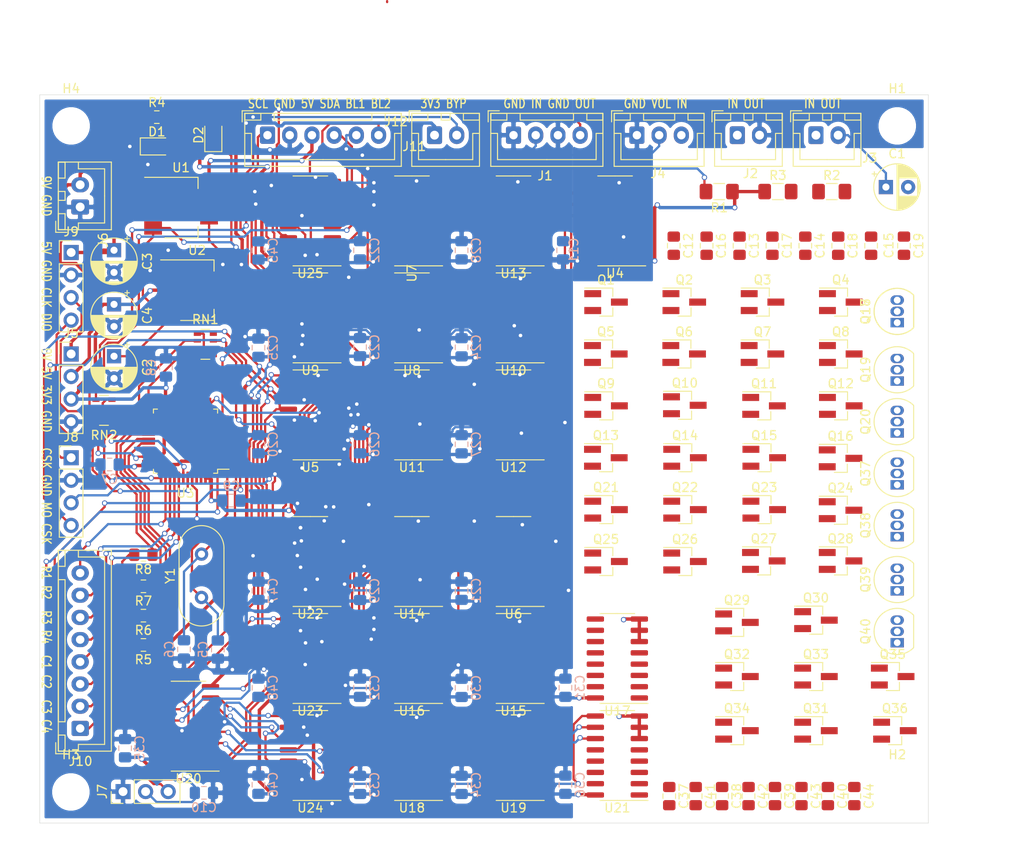
<source format=kicad_pcb>
(kicad_pcb (version 20171130) (host pcbnew "(5.1.5)-3")
  (layers (0 F.Cu signal) (31 B.Cu signal) (34 B.Paste user) (35 F.Paste user) (36 B.SilkS user) (37 F.SilkS user) (38 B.Mask user) (39 F.Mask user) (44 Edge.Cuts user))
  (net 0 "")
  (net 1 "Net-(C1-Pad1)")
  (net 2 GND)
  (net 3 "Net-(C2-Pad1)")
  (net 4 +5V)
  (net 5 +3V3)
  (net 6 "Net-(C5-Pad1)")
  (net 7 "Net-(C6-Pad1)")
  (net 8 /Mcu/NRST)
  (net 9 "Net-(C12-Pad2)")
  (net 10 "Net-(C13-Pad2)")
  (net 11 "Net-(C14-Pad2)")
  (net 12 "Net-(C15-Pad2)")
  (net 13 "Net-(C16-Pad2)")
  (net 14 "Net-(C17-Pad2)")
  (net 15 "Net-(C18-Pad2)")
  (net 16 "Net-(C19-Pad2)")
  (net 17 "Net-(C37-Pad2)")
  (net 18 /CapacitorsD/CAPACITOR_AUDIO_OUTPUT)
  (net 19 "Net-(C38-Pad2)")
  (net 20 "Net-(C39-Pad2)")
  (net 21 "Net-(C40-Pad2)")
  (net 22 "Net-(C41-Pad2)")
  (net 23 "Net-(C42-Pad2)")
  (net 24 "Net-(C43-Pad2)")
  (net 25 "Net-(C44-Pad2)")
  (net 26 "Net-(D1-Pad2)")
  (net 27 +9V)
  (net 28 /TransistorsC/EMITTER)
  (net 29 /Mcu/PB2)
  (net 30 /GPIO_LATCH)
  (net 31 /SPI2_MOSI)
  (net 32 /SPI2_CSK)
  (net 33 /Mcu/SYS_JTICK_SWCLK)
  (net 34 /Mcu/SYS_JTMS_SWDIO)
  (net 35 /Mcu/GPIO_KEYPAD_ROW_1)
  (net 36 /Mcu/GPIO_KEYPAD_ROW_2)
  (net 37 /Mcu/GPIO_KEYPAD_ROW_3)
  (net 38 /Mcu/GPIO_KEYPAD_ROW_4)
  (net 39 /Mcu/I2C1_SCL)
  (net 40 /Mcu/I2C1_SDA)
  (net 41 /TransistorsB/1_COLLECTOR)
  (net 42 /TransistorsB/2_COLLECTOR)
  (net 43 /TransistorsB/3_COLLECTOR)
  (net 44 /TransistorsB/4_COLLECTOR)
  (net 45 /TransistorsB/5_COLLECTOR)
  (net 46 /TransistorsB/6_COLLECTOR)
  (net 47 /TransistorsB/7_COLLECTOR)
  (net 48 /TransistorsB/8_COLLECTOR)
  (net 49 /TransistorsB/9_COLLECTOR)
  (net 50 /TransistorsB/10_COLLECTOR)
  (net 51 /TransistorsB/11_COLLECTOR)
  (net 52 /TransistorsB/12_COLLECTOR)
  (net 53 /TransistorsB/13_COLLECTOR)
  (net 54 /TransistorsB/14_COLLECTOR)
  (net 55 /TransistorsB/15_COLLECTOR)
  (net 56 /TransistorsB/16_COLLECTOR)
  (net 57 /TransistorsB/17_COLLECTOR)
  (net 58 /TransistorsB/18_COLLECTOR)
  (net 59 /TransistorsB/19_COLLECTOR)
  (net 60 /TransistorsB/20_COLLECTOR)
  (net 61 /TransistorsC/1_COLLECTOR)
  (net 62 /TransistorsC/2_COLLECTOR)
  (net 63 /TransistorsC/3_COLLECTOR)
  (net 64 /TransistorsC/4_COLLECTOR)
  (net 65 /TransistorsC/5_COLLECTOR)
  (net 66 /TransistorsC/6_COLLECTOR)
  (net 67 /TransistorsC/7_COLLECTOR)
  (net 68 /TransistorsC/8_COLLECTOR)
  (net 69 /TransistorsC/9_COLLECTOR)
  (net 70 /TransistorsC/10_COLLECTOR)
  (net 71 /TransistorsC/11_COLLECTOR)
  (net 72 /TransistorsC/12_COLLECTOR)
  (net 73 /TransistorsC/13_COLLECTOR)
  (net 74 /TransistorsC/14_COLLECTOR)
  (net 75 /TransistorsC/15_COLLECTOR)
  (net 76 /TransistorsC/16_COLLECTOR)
  (net 77 /TransistorsC/17_COLLECTOR)
  (net 78 /TransistorsC/18_COLLECTOR)
  (net 79 /TransistorsC/19_COLLECTOR)
  (net 80 /TransistorsC/20_COLLECTOR)
  (net 81 /CapacitorsD/CAPACITOR_AUDIO_INPUT)
  (net 82 /Mcu/GPIO_KEYPAD_COLUMN_4)
  (net 83 /Mcu/GPIO_KEYPAD_COLUMN_3)
  (net 84 /Mcu/GPIO_KEYPAD_COLUMN_2)
  (net 85 /Mcu/GPIO_KEYPAD_COLUMN_1)
  (net 86 "Net-(U3-Pad1)")
  (net 87 "Net-(U3-Pad2)")
  (net 88 "Net-(U3-Pad3)")
  (net 89 "Net-(U3-Pad4)")
  (net 90 "Net-(U3-Pad8)")
  (net 91 "Net-(U3-Pad9)")
  (net 92 "Net-(U3-Pad10)")
  (net 93 "Net-(U3-Pad11)")
  (net 94 "Net-(U3-Pad14)")
  (net 95 "Net-(U3-Pad15)")
  (net 96 "Net-(U3-Pad17)")
  (net 97 "Net-(U3-Pad21)")
  (net 98 "Net-(U3-Pad22)")
  (net 99 "Net-(U3-Pad25)")
  (net 100 "Net-(U3-Pad32)")
  (net 101 "Net-(U3-Pad33)")
  (net 102 "Net-(U3-Pad45)")
  (net 103 "Net-(U3-Pad46)")
  (net 104 /CAPACITOR_A_SELECTION_2)
  (net 105 /CAPACITOR_A_SELECTION_1)
  (net 106 /CAPACITOR_A_SELECTION_0)
  (net 107 /TRANSISTOR_B_GROUP_SELECTION_1)
  (net 108 /TRANSISTOR_B_GROUP_SELECTION_2)
  (net 109 /TRANSISTOR_B_SELECTION_0)
  (net 110 /TRANSISTOR_B_SELECTION_1)
  (net 111 /ShiftRegistersCD/COMPONENT_SELECTION_INPUT)
  (net 112 /TRANSISTOR_B_GROUP_SELECTION_0)
  (net 113 /TransistorsB/TG_1_COLLECTOR)
  (net 114 "Net-(U7-Pad2)")
  (net 115 "Net-(U7-Pad4)")
  (net 116 "Net-(U7-Pad5)")
  (net 117 /TransistorsB/TG_2_COLLECTOR)
  (net 118 /TransistorsB/TG_3_COLLECTOR)
  (net 119 /TransistorsB/TG_4_COLLECTOR)
  (net 120 "Net-(U9-Pad5)")
  (net 121 "Net-(U9-Pad4)")
  (net 122 "Net-(U9-Pad2)")
  (net 123 /TransistorsB/TG_5_COLLECTOR)
  (net 124 /TransistorsC/TG_1_COLLECTOR)
  (net 125 /TRANSISTOR_C_SELECTION_1)
  (net 126 /TRANSISTOR_C_SELECTION_0)
  (net 127 "Net-(U14-Pad2)")
  (net 128 "Net-(U14-Pad4)")
  (net 129 "Net-(U14-Pad5)")
  (net 130 /TRANSISTOR_C_GROUP_SELECTION_2)
  (net 131 /TRANSISTOR_C_GROUP_SELECTION_1)
  (net 132 /TRANSISTOR_C_GROUP_SELECTION_0)
  (net 133 /TransistorsC/TG_2_COLLECTOR)
  (net 134 /TransistorsC/TG_3_COLLECTOR)
  (net 135 /TransistorsC/TG_4_COLLECTOR)
  (net 136 "Net-(U16-Pad5)")
  (net 137 "Net-(U16-Pad4)")
  (net 138 "Net-(U16-Pad2)")
  (net 139 /TransistorsC/TG_5_COLLECTOR)
  (net 140 /ShiftRegistersCD/COMPONENT_SELECTION_OUTPUT)
  (net 141 /CAPACITOR_D_SELECTION_2)
  (net 142 /CAPACITOR_D_SELECTION_1)
  (net 143 /CAPACITOR_D_SELECTION_0)
  (net 144 /TransistorsB/BASE)
  (net 145 /TransistorsB/1_BASE)
  (net 146 /TransistorsB/2_BASE)
  (net 147 /TransistorsB/3_BASE)
  (net 148 /TransistorsB/4_BASE)
  (net 149 /TransistorsB/5_BASE)
  (net 150 /TransistorsB/6_BASE)
  (net 151 /TransistorsB/7_BASE)
  (net 152 /TransistorsB/8_BASE)
  (net 153 /TransistorsB/9_BASE)
  (net 154 /TransistorsB/10_BASE)
  (net 155 /TransistorsB/11_BASE)
  (net 156 /TransistorsB/12_BASE)
  (net 157 /TransistorsB/13_BASE)
  (net 158 /TransistorsB/14_BASE)
  (net 159 /TransistorsB/15_BASE)
  (net 160 /TransistorsB/16_BASE)
  (net 161 /TransistorsB/17_BASE)
  (net 162 /TransistorsB/18_BASE)
  (net 163 /TransistorsB/19_BASE)
  (net 164 /TransistorsB/20_BASE)
  (net 165 /TransistorsC/1_BASE)
  (net 166 /TransistorsC/2_BASE)
  (net 167 /TransistorsC/3_BASE)
  (net 168 /TransistorsC/4_BASE)
  (net 169 /TransistorsC/5_BASE)
  (net 170 /TransistorsC/6_BASE)
  (net 171 /TransistorsC/7_BASE)
  (net 172 /TransistorsC/8_BASE)
  (net 173 /TransistorsC/9_BASE)
  (net 174 /TransistorsC/10_BASE)
  (net 175 /TransistorsC/11_BASE)
  (net 176 /TransistorsC/12_BASE)
  (net 177 /TransistorsC/13_BASE)
  (net 178 /TransistorsC/14_BASE)
  (net 179 /TransistorsC/15_BASE)
  (net 180 /TransistorsC/16_BASE)
  (net 181 /TransistorsC/17_BASE)
  (net 182 /TransistorsC/18_BASE)
  (net 183 /TransistorsC/19_BASE)
  (net 184 /TransistorsC/20_BASE)
  (net 185 /TransistorsC/BASE)
  (net 186 /TransistorsB/TG_1_BASE)
  (net 187 /TransistorsB/TG_5_BASE)
  (net 188 /TransistorsB/TG_4_BASE)
  (net 189 /TransistorsB/TG_2_BASE)
  (net 190 /TransistorsB/TG_3_BASE)
  (net 191 /TransistorsC/TG_1_BASE)
  (net 192 /TransistorsC/TG_5_BASE)
  (net 193 /TransistorsC/TG_4_BASE)
  (net 194 /TransistorsC/TG_2_BASE)
  (net 195 /TransistorsC/TG_3_BASE)
  (net 196 /TRANSISTOR_B_GROUP_SELECTION_3V3_1)
  (net 197 /TRANSISTOR_B_GROUP_SELECTION_3V3_2)
  (net 198 /TRANSISTOR_B_SELECTION_3V3_0)
  (net 199 /TRANSISTOR_B_SELECTION_3V3_1)
  (net 200 /CAPACITOR_A_SELECTION_3V3_0)
  (net 201 /CAPACITOR_A_SELECTION_3V3_1)
  (net 202 /CAPACITOR_A_SELECTION_3V3_2)
  (net 203 /TRANSISTOR_B_GROUP_SELECTION_3V3_0)
  (net 204 /TRANSISTOR_C_GROUP_SELECTION_3V3_0)
  (net 205 /CAPACITOR_D_SELECTION_3V3_2)
  (net 206 /CAPACITOR_D_SELECTION_3V3_1)
  (net 207 /CAPACITOR_D_SELECTION_3V3_0)
  (net 208 /TRANSISTOR_C_SELECTION_3V3_1)
  (net 209 /TRANSISTOR_C_SELECTION_3V3_0)
  (net 210 /TRANSISTOR_C_GROUP_SELECTION_3V3_2)
  (net 211 /TRANSISTOR_C_GROUP_SELECTION_3V3_1)
  (net 212 "Net-(U24-Pad6)")
  (net 213 /AudioInOut/JACK_OUT_SIGNAL)
  (net 214 /AudioInOut/JACK_IN_SIGNAL)
  (net 215 /JACK_OUT_SIGNAL_FROM_FUZZ)
  (net 216 /JACK_IN_SIGNAL_THROUGH_FUZZ)
  (net 217 "Net-(U25-Pad1)")
  (net 218 /1602_BACK_LIGHT_PIN_2)
  (net 219 /1602_BACK_LIGHT_PIN_1)
  (net 220 /Mcu/BYPASS_SWITCH_3V3)
  (net 221 /BYPASS_MODE_3V3)
  (net 222 "Net-(U3-Pad18)")
  (net 223 "Net-(U3-Pad19)")
  (net 224 /BYPASS_MODE)
  (net 225 "Net-(U25-Pad3)")
  (net 226 "Net-(J10-Pad1)")
  (net 227 "Net-(J10-Pad2)")
  (net 228 "Net-(J10-Pad3)")
  (net 229 "Net-(J10-Pad4)")
  (net 230 "Net-(RN1-Pad5)")
  (net 231 "Net-(RN1-Pad4)")
  (net 232 /Mcu/SPI2_CSK_MCU)
  (net 233 /Mcu/SPI2_MOSI_MCU)
  (net 234 /Mcu/GPIO_LATCH_MCU)
  (net 235 /Mcu/I2C1_SDA_MCU)
  (net 236 /Mcu/SYS_JTICK_SWCLK_MCU)
  (net 237 /Mcu/I2C1_SCL_MCU)
  (net 238 /Mcu/SYS_JTMS_SWDIO_MCU)
  (module Capacitor_SMD:C_0805_2012Metric_Pad1.15x1.40mm_HandSolder (layer B.Cu) (at 66.04 69.351 90)
    (fp_text reference C26 (at 0 1.65 90) (layer B.SilkS) (effects (justify mirror)))
    (fp_text value 100nF)
    (pad 2 smd roundrect (at 1.025 0 90) (size 1.15 1.4) (layers B.Cu B.Paste B.Mask) (roundrect_rratio 0.217391) (net 2 GND))
    (pad 1 smd roundrect (at -1.025 0 90) (size 1.15 1.4) (layers B.Cu B.Paste B.Mask) (roundrect_rratio 0.217391) (net 27 +9V))
  )
  (module Resistor_SMD:R_Array_Convex_4x0603 (layer F.Cu) (at 37.222 65.532 180)
    (fp_text reference RN2 (at 0 -2.8) (layer F.SilkS))
    (fp_text value R_Pack04)
    (pad 5 smd rect (at 0.9 1.2 180) (size 0.8 0.5) (layers F.Cu F.Paste F.Mask) (net 40 /Mcu/I2C1_SDA))
    (pad 6 smd rect (at 0.9 0.4 180) (size 0.8 0.4) (layers F.Cu F.Paste F.Mask) (net 39 /Mcu/I2C1_SCL))
    (pad 8 smd rect (at 0.9 -1.2 180) (size 0.8 0.5) (layers F.Cu F.Paste F.Mask) (net 34 /Mcu/SYS_JTMS_SWDIO))
    (pad 7 smd rect (at 0.9 -0.4 180) (size 0.8 0.4) (layers F.Cu F.Paste F.Mask) (net 33 /Mcu/SYS_JTICK_SWCLK))
    (pad 4 smd rect (at -0.9 1.2 180) (size 0.8 0.5) (layers F.Cu F.Paste F.Mask) (net 235 /Mcu/I2C1_SDA_MCU))
    (pad 2 smd rect (at -0.9 -0.4 180) (size 0.8 0.4) (layers F.Cu F.Paste F.Mask) (net 236 /Mcu/SYS_JTICK_SWCLK_MCU))
    (pad 3 smd rect (at -0.9 0.4 180) (size 0.8 0.4) (layers F.Cu F.Paste F.Mask) (net 237 /Mcu/I2C1_SCL_MCU))
    (pad 1 smd rect (at -0.9 -1.2 180) (size 0.8 0.5) (layers F.Cu F.Paste F.Mask) (net 238 /Mcu/SYS_JTMS_SWDIO_MCU))
  )
  (module Resistor_SMD:R_Array_Convex_4x0603 (layer F.Cu) (at 48.63 58.096)
    (fp_text reference RN1 (at 0 -2.8) (layer F.SilkS))
    (fp_text value R_Pack04)
    (pad 5 smd rect (at 0.9 1.2) (size 0.8 0.5) (layers F.Cu F.Paste F.Mask) (net 230 "Net-(RN1-Pad5)"))
    (pad 6 smd rect (at 0.9 0.4) (size 0.8 0.4) (layers F.Cu F.Paste F.Mask) (net 31 /SPI2_MOSI))
    (pad 8 smd rect (at 0.9 -1.2) (size 0.8 0.5) (layers F.Cu F.Paste F.Mask) (net 30 /GPIO_LATCH))
    (pad 7 smd rect (at 0.9 -0.4) (size 0.8 0.4) (layers F.Cu F.Paste F.Mask) (net 32 /SPI2_CSK))
    (pad 4 smd rect (at -0.9 1.2) (size 0.8 0.5) (layers F.Cu F.Paste F.Mask) (net 231 "Net-(RN1-Pad4)"))
    (pad 2 smd rect (at -0.9 -0.4) (size 0.8 0.4) (layers F.Cu F.Paste F.Mask) (net 232 /Mcu/SPI2_CSK_MCU))
    (pad 3 smd rect (at -0.9 0.4) (size 0.8 0.4) (layers F.Cu F.Paste F.Mask) (net 233 /Mcu/SPI2_MOSI_MCU))
    (pad 1 smd rect (at -0.9 -1.2) (size 0.8 0.5) (layers F.Cu F.Paste F.Mask) (net 234 /Mcu/GPIO_LATCH_MCU))
  )
  (module Package_SO:SOIC-16_3.9x9.9mm_P1.27mm (layer F.Cu) (at 60.452 44.196 180)
    (fp_text reference U25 (at 0 -5.9) (layer F.SilkS))
    (fp_text value CD4053B)
    (pad 16 smd roundrect (at 2.475 -4.445 180) (size 1.95 0.6) (layers F.Cu F.Paste F.Mask) (net 27 +9V))
    (pad 15 smd roundrect (at 2.475 -3.175 180) (size 1.95 0.6) (layers F.Cu F.Paste F.Mask) (net 214 /AudioInOut/JACK_IN_SIGNAL))
    (pad 14 smd roundrect (at 2.475 -1.905 180) (size 1.95 0.6) (layers F.Cu F.Paste F.Mask) (net 213 /AudioInOut/JACK_OUT_SIGNAL))
    (pad 13 smd roundrect (at 2.475 -0.635 180) (size 1.95 0.6) (layers F.Cu F.Paste F.Mask) (net 217 "Net-(U25-Pad1)"))
    (pad 12 smd roundrect (at 2.475 0.635 180) (size 1.95 0.6) (layers F.Cu F.Paste F.Mask) (net 216 /JACK_IN_SIGNAL_THROUGH_FUZZ))
    (pad 11 smd roundrect (at 2.475 1.905 180) (size 1.95 0.6) (layers F.Cu F.Paste F.Mask) (net 224 /BYPASS_MODE))
    (pad 10 smd roundrect (at 2.475 3.175 180) (size 1.95 0.6) (layers F.Cu F.Paste F.Mask) (net 224 /BYPASS_MODE))
    (pad 9 smd roundrect (at 2.475 4.445 180) (size 1.95 0.6) (layers F.Cu F.Paste F.Mask) (net 224 /BYPASS_MODE))
    (pad 8 smd roundrect (at -2.475 4.445 180) (size 1.95 0.6) (layers F.Cu F.Paste F.Mask) (net 2 GND))
    (pad 7 smd roundrect (at -2.475 3.175 180) (size 1.95 0.6) (layers F.Cu F.Paste F.Mask) (net 2 GND))
    (pad 6 smd roundrect (at -2.475 1.905 180) (size 1.95 0.6) (layers F.Cu F.Paste F.Mask) (net 2 GND))
    (pad 5 smd roundrect (at -2.475 0.635 180) (size 1.95 0.6) (layers F.Cu F.Paste F.Mask) (net 218 /1602_BACK_LIGHT_PIN_2))
    (pad 4 smd roundrect (at -2.475 -0.635 180) (size 1.95 0.6) (layers F.Cu F.Paste F.Mask) (net 219 /1602_BACK_LIGHT_PIN_1))
    (pad 3 smd roundrect (at -2.475 -1.905 180) (size 1.95 0.6) (layers F.Cu F.Paste F.Mask) (net 225 "Net-(U25-Pad3)"))
    (pad 2 smd roundrect (at -2.475 -3.175 180) (size 1.95 0.6) (layers F.Cu F.Paste F.Mask) (net 215 /JACK_OUT_SIGNAL_FROM_FUZZ))
    (pad 1 smd roundrect (at -2.475 -4.445 180) (size 1.95 0.6) (layers F.Cu F.Paste F.Mask) (net 217 "Net-(U25-Pad1)"))
  )
  (module Connector_JST:JST_XH_B6B-XH-A_1x06_P2.50mm_Vertical (layer F.Cu) (at 55.626 34.544)
    (fp_text reference J11 (at 16.51 1.27) (layer F.SilkS))
    (fp_text value "LCD JST XH")
    (pad 6 thru_hole oval (at 12.5 0) (size 1.7 1.95) (drill 0.95) (layers *.Cu *.Mask) (net 218 /1602_BACK_LIGHT_PIN_2))
    (pad 5 thru_hole oval (at 10 0) (size 1.7 1.95) (drill 0.95) (layers *.Cu *.Mask) (net 219 /1602_BACK_LIGHT_PIN_1))
    (pad 4 thru_hole oval (at 7.5 0) (size 1.7 1.95) (drill 0.95) (layers *.Cu *.Mask) (net 40 /Mcu/I2C1_SDA))
    (pad 3 thru_hole oval (at 5 0) (size 1.7 1.95) (drill 0.95) (layers *.Cu *.Mask) (net 4 +5V))
    (pad 2 thru_hole oval (at 2.5 0) (size 1.7 1.95) (drill 0.95) (layers *.Cu *.Mask) (net 2 GND))
    (pad 1 thru_hole roundrect (at 0 0) (size 1.7 1.95) (drill 0.95) (layers *.Cu *.Mask) (roundrect_rratio 0.147059) (net 39 /Mcu/I2C1_SCL))
  )
  (module Capacitor_SMD:C_0805_2012Metric_Pad1.15x1.40mm_HandSolder (layer B.Cu) (at 54.61 47.525 90)
    (fp_text reference C45 (at 0 1.65 90) (layer B.SilkS) (effects (justify mirror)))
    (fp_text value 100nF)
    (pad 2 smd roundrect (at 1.025 0 90) (size 1.15 1.4) (layers B.Cu B.Paste B.Mask) (roundrect_rratio 0.217391) (net 2 GND))
    (pad 1 smd roundrect (at -1.025 0 90) (size 1.15 1.4) (layers B.Cu B.Paste B.Mask) (roundrect_rratio 0.217391) (net 27 +9V))
  )
  (module Resistor_SMD:R_1206_3216Metric_Pad1.42x1.75mm_HandSolder (layer F.Cu) (at 113.0665 40.894)
    (fp_text reference R3 (at 0 -1.82) (layer F.SilkS))
    (fp_text value 10K)
    (pad 2 smd roundrect (at 1.4875 0) (size 1.425 1.75) (layers F.Cu F.Paste F.Mask) (roundrect_rratio 0.175439) (net 81 /CapacitorsD/CAPACITOR_AUDIO_INPUT))
    (pad 1 smd roundrect (at -1.4875 0) (size 1.425 1.75) (layers F.Cu F.Paste F.Mask) (roundrect_rratio 0.175439) (net 27 +9V))
  )
  (module Resistor_SMD:R_1206_3216Metric_Pad1.42x1.75mm_HandSolder (layer F.Cu) (at 119.126 40.894)
    (fp_text reference R2 (at 0 -1.82) (layer F.SilkS))
    (fp_text value 100K)
    (pad 2 smd roundrect (at 1.4875 0) (size 1.425 1.75) (layers F.Cu F.Paste F.Mask) (roundrect_rratio 0.175439) (net 144 /TransistorsB/BASE))
    (pad 1 smd roundrect (at -1.4875 0) (size 1.425 1.75) (layers F.Cu F.Paste F.Mask) (roundrect_rratio 0.175439) (net 28 /TransistorsC/EMITTER))
  )
  (module Resistor_SMD:R_1206_3216Metric_Pad1.42x1.75mm_HandSolder (layer F.Cu) (at 106.4625 40.894 180)
    (fp_text reference R1 (at 0 -1.82) (layer F.SilkS))
    (fp_text value 100K)
    (pad 2 smd roundrect (at 1.4875 0 180) (size 1.425 1.75) (layers F.Cu F.Paste F.Mask) (roundrect_rratio 0.175439) (net 185 /TransistorsC/BASE))
    (pad 1 smd roundrect (at -1.4875 0 180) (size 1.425 1.75) (layers F.Cu F.Paste F.Mask) (roundrect_rratio 0.175439) (net 27 +9V))
  )
  (module Capacitor_THT:CP_Radial_D5.0mm_P2.50mm (layer F.Cu) (at 125.222 40.386)
    (fp_text reference C1 (at 1.25 -3.75) (layer F.SilkS))
    (fp_text value 22uF)
    (pad 2 thru_hole circle (at 2.5 0) (size 1.6 1.6) (drill 0.8) (layers *.Cu *.Mask) (net 2 GND))
    (pad 1 thru_hole rect (at 0 0) (size 1.6 1.6) (drill 0.8) (layers *.Cu *.Mask) (net 1 "Net-(C1-Pad1)"))
  )
  (module Connector_JST:JST_XH_B2B-XH-A_1x02_P2.50mm_Vertical (layer F.Cu) (at 34.544 42.632 90)
    (fp_text reference J6 (at -3.728 2.584 90) (layer F.SilkS))
    (fp_text value "9V Power JST XH")
    (pad 2 thru_hole oval (at 2.5 0 90) (size 1.7 2) (drill 1) (layers *.Cu *.Mask) (net 27 +9V))
    (pad 1 thru_hole roundrect (at 0 0 90) (size 1.7 2) (drill 1) (layers *.Cu *.Mask) (roundrect_rratio 0.147059) (net 2 GND))
  )
  (module Capacitor_SMD:C_0805_2012Metric_Pad1.15x1.40mm_HandSolder (layer B.Cu) (at 54.61 96.765 90)
    (fp_text reference C48 (at 0 1.65 90) (layer B.SilkS) (effects (justify mirror)))
    (fp_text value 100nF)
    (pad 2 smd roundrect (at 1.025 0 90) (size 1.15 1.4) (layers B.Cu B.Paste B.Mask) (roundrect_rratio 0.217391) (net 2 GND))
    (pad 1 smd roundrect (at -1.025 0 90) (size 1.15 1.4) (layers B.Cu B.Paste B.Mask) (roundrect_rratio 0.217391) (net 27 +9V))
  )
  (module Capacitor_SMD:C_0805_2012Metric_Pad1.15x1.40mm_HandSolder (layer B.Cu) (at 54.61 85.843 90)
    (fp_text reference C47 (at 0 1.65 90) (layer B.SilkS) (effects (justify mirror)))
    (fp_text value 100nF)
    (pad 2 smd roundrect (at 1.025 0 90) (size 1.15 1.4) (layers B.Cu B.Paste B.Mask) (roundrect_rratio 0.217391) (net 2 GND))
    (pad 1 smd roundrect (at -1.025 0 90) (size 1.15 1.4) (layers B.Cu B.Paste B.Mask) (roundrect_rratio 0.217391) (net 27 +9V))
  )
  (module Capacitor_SMD:C_0805_2012Metric_Pad1.15x1.40mm_HandSolder (layer B.Cu) (at 54.61 107.687 90)
    (fp_text reference C46 (at 0 1.65 90) (layer B.SilkS) (effects (justify mirror)))
    (fp_text value 100nF)
    (pad 2 smd roundrect (at 1.025 0 90) (size 1.15 1.4) (layers B.Cu B.Paste B.Mask) (roundrect_rratio 0.217391) (net 2 GND))
    (pad 1 smd roundrect (at -1.025 0 90) (size 1.15 1.4) (layers B.Cu B.Paste B.Mask) (roundrect_rratio 0.217391) (net 27 +9V))
  )
  (module Connector_JST:JST_XH_B4B-XH-A_1x04_P2.50mm_Vertical (layer F.Cu) (at 83.312 34.544)
    (fp_text reference J1 (at 3.556 4.572) (layer F.SilkS))
    (fp_text value "Audio In/Out JST XH")
    (pad 4 thru_hole oval (at 7.5 0) (size 1.7 1.95) (drill 0.95) (layers *.Cu *.Mask) (net 213 /AudioInOut/JACK_OUT_SIGNAL))
    (pad 3 thru_hole oval (at 5 0) (size 1.7 1.95) (drill 0.95) (layers *.Cu *.Mask) (net 2 GND))
    (pad 2 thru_hole oval (at 2.5 0) (size 1.7 1.95) (drill 0.95) (layers *.Cu *.Mask) (net 214 /AudioInOut/JACK_IN_SIGNAL))
    (pad 1 thru_hole roundrect (at 0 0) (size 1.7 1.95) (drill 0.95) (layers *.Cu *.Mask) (roundrect_rratio 0.147059) (net 2 GND))
  )
  (module Package_SO:SOIC-16_3.9x9.9mm_P1.27mm (layer F.Cu) (at 60.452 104.394 180)
    (fp_text reference U24 (at 0 -5.9) (layer F.SilkS))
    (fp_text value 4504)
    (pad 16 smd roundrect (at 2.475 -4.445 180) (size 1.95 0.6) (layers F.Cu F.Paste F.Mask) (net 27 +9V))
    (pad 15 smd roundrect (at 2.475 -3.175 180) (size 1.95 0.6) (layers F.Cu F.Paste F.Mask) (net 141 /CAPACITOR_D_SELECTION_2))
    (pad 14 smd roundrect (at 2.475 -1.905 180) (size 1.95 0.6) (layers F.Cu F.Paste F.Mask) (net 205 /CAPACITOR_D_SELECTION_3V3_2))
    (pad 13 smd roundrect (at 2.475 -0.635 180) (size 1.95 0.6) (layers F.Cu F.Paste F.Mask) (net 2 GND))
    (pad 12 smd roundrect (at 2.475 0.635 180) (size 1.95 0.6) (layers F.Cu F.Paste F.Mask) (net 142 /CAPACITOR_D_SELECTION_1))
    (pad 11 smd roundrect (at 2.475 1.905 180) (size 1.95 0.6) (layers F.Cu F.Paste F.Mask) (net 206 /CAPACITOR_D_SELECTION_3V3_1))
    (pad 10 smd roundrect (at 2.475 3.175 180) (size 1.95 0.6) (layers F.Cu F.Paste F.Mask) (net 143 /CAPACITOR_D_SELECTION_0))
    (pad 9 smd roundrect (at 2.475 4.445 180) (size 1.95 0.6) (layers F.Cu F.Paste F.Mask) (net 207 /CAPACITOR_D_SELECTION_3V3_0))
    (pad 8 smd roundrect (at -2.475 4.445 180) (size 1.95 0.6) (layers F.Cu F.Paste F.Mask) (net 2 GND))
    (pad 7 smd roundrect (at -2.475 3.175 180) (size 1.95 0.6) (layers F.Cu F.Paste F.Mask) (net 2 GND))
    (pad 6 smd roundrect (at -2.475 1.905 180) (size 1.95 0.6) (layers F.Cu F.Paste F.Mask) (net 212 "Net-(U24-Pad6)"))
    (pad 5 smd roundrect (at -2.475 0.635 180) (size 1.95 0.6) (layers F.Cu F.Paste F.Mask) (net 208 /TRANSISTOR_C_SELECTION_3V3_1))
    (pad 4 smd roundrect (at -2.475 -0.635 180) (size 1.95 0.6) (layers F.Cu F.Paste F.Mask) (net 125 /TRANSISTOR_C_SELECTION_1))
    (pad 3 smd roundrect (at -2.475 -1.905 180) (size 1.95 0.6) (layers F.Cu F.Paste F.Mask) (net 209 /TRANSISTOR_C_SELECTION_3V3_0))
    (pad 2 smd roundrect (at -2.475 -3.175 180) (size 1.95 0.6) (layers F.Cu F.Paste F.Mask) (net 126 /TRANSISTOR_C_SELECTION_0))
    (pad 1 smd roundrect (at -2.475 -4.445 180) (size 1.95 0.6) (layers F.Cu F.Paste F.Mask) (net 5 +3V3))
  )
  (module Package_SO:SOIC-16_3.9x9.9mm_P1.27mm (layer F.Cu) (at 60.452 93.472 180)
    (fp_text reference U23 (at 0 -5.9) (layer F.SilkS))
    (fp_text value 4504)
    (pad 16 smd roundrect (at 2.475 -4.445 180) (size 1.95 0.6) (layers F.Cu F.Paste F.Mask) (net 27 +9V))
    (pad 15 smd roundrect (at 2.475 -3.175 180) (size 1.95 0.6) (layers F.Cu F.Paste F.Mask) (net 130 /TRANSISTOR_C_GROUP_SELECTION_2))
    (pad 14 smd roundrect (at 2.475 -1.905 180) (size 1.95 0.6) (layers F.Cu F.Paste F.Mask) (net 210 /TRANSISTOR_C_GROUP_SELECTION_3V3_2))
    (pad 13 smd roundrect (at 2.475 -0.635 180) (size 1.95 0.6) (layers F.Cu F.Paste F.Mask) (net 2 GND))
    (pad 12 smd roundrect (at 2.475 0.635 180) (size 1.95 0.6) (layers F.Cu F.Paste F.Mask) (net 131 /TRANSISTOR_C_GROUP_SELECTION_1))
    (pad 11 smd roundrect (at 2.475 1.905 180) (size 1.95 0.6) (layers F.Cu F.Paste F.Mask) (net 211 /TRANSISTOR_C_GROUP_SELECTION_3V3_1))
    (pad 10 smd roundrect (at 2.475 3.175 180) (size 1.95 0.6) (layers F.Cu F.Paste F.Mask) (net 132 /TRANSISTOR_C_GROUP_SELECTION_0))
    (pad 9 smd roundrect (at 2.475 4.445 180) (size 1.95 0.6) (layers F.Cu F.Paste F.Mask) (net 204 /TRANSISTOR_C_GROUP_SELECTION_3V3_0))
    (pad 8 smd roundrect (at -2.475 4.445 180) (size 1.95 0.6) (layers F.Cu F.Paste F.Mask) (net 2 GND))
    (pad 7 smd roundrect (at -2.475 3.175 180) (size 1.95 0.6) (layers F.Cu F.Paste F.Mask) (net 221 /BYPASS_MODE_3V3))
    (pad 6 smd roundrect (at -2.475 1.905 180) (size 1.95 0.6) (layers F.Cu F.Paste F.Mask) (net 224 /BYPASS_MODE))
    (pad 5 smd roundrect (at -2.475 0.635 180) (size 1.95 0.6) (layers F.Cu F.Paste F.Mask) (net 199 /TRANSISTOR_B_SELECTION_3V3_1))
    (pad 4 smd roundrect (at -2.475 -0.635 180) (size 1.95 0.6) (layers F.Cu F.Paste F.Mask) (net 110 /TRANSISTOR_B_SELECTION_1))
    (pad 3 smd roundrect (at -2.475 -1.905 180) (size 1.95 0.6) (layers F.Cu F.Paste F.Mask) (net 198 /TRANSISTOR_B_SELECTION_3V3_0))
    (pad 2 smd roundrect (at -2.475 -3.175 180) (size 1.95 0.6) (layers F.Cu F.Paste F.Mask) (net 109 /TRANSISTOR_B_SELECTION_0))
    (pad 1 smd roundrect (at -2.475 -4.445 180) (size 1.95 0.6) (layers F.Cu F.Paste F.Mask) (net 5 +3V3))
  )
  (module Package_SO:SOIC-16_3.9x9.9mm_P1.27mm (layer F.Cu) (at 60.452 82.55 180)
    (fp_text reference U22 (at 0 -5.9) (layer F.SilkS))
    (fp_text value 4504)
    (pad 16 smd roundrect (at 2.475 -4.445 180) (size 1.95 0.6) (layers F.Cu F.Paste F.Mask) (net 27 +9V))
    (pad 15 smd roundrect (at 2.475 -3.175 180) (size 1.95 0.6) (layers F.Cu F.Paste F.Mask) (net 108 /TRANSISTOR_B_GROUP_SELECTION_2))
    (pad 14 smd roundrect (at 2.475 -1.905 180) (size 1.95 0.6) (layers F.Cu F.Paste F.Mask) (net 197 /TRANSISTOR_B_GROUP_SELECTION_3V3_2))
    (pad 13 smd roundrect (at 2.475 -0.635 180) (size 1.95 0.6) (layers F.Cu F.Paste F.Mask) (net 2 GND))
    (pad 12 smd roundrect (at 2.475 0.635 180) (size 1.95 0.6) (layers F.Cu F.Paste F.Mask) (net 107 /TRANSISTOR_B_GROUP_SELECTION_1))
    (pad 11 smd roundrect (at 2.475 1.905 180) (size 1.95 0.6) (layers F.Cu F.Paste F.Mask) (net 196 /TRANSISTOR_B_GROUP_SELECTION_3V3_1))
    (pad 10 smd roundrect (at 2.475 3.175 180) (size 1.95 0.6) (layers F.Cu F.Paste F.Mask) (net 112 /TRANSISTOR_B_GROUP_SELECTION_0))
    (pad 9 smd roundrect (at 2.475 4.445 180) (size 1.95 0.6) (layers F.Cu F.Paste F.Mask) (net 203 /TRANSISTOR_B_GROUP_SELECTION_3V3_0))
    (pad 8 smd roundrect (at -2.475 4.445 180) (size 1.95 0.6) (layers F.Cu F.Paste F.Mask) (net 2 GND))
    (pad 7 smd roundrect (at -2.475 3.175 180) (size 1.95 0.6) (layers F.Cu F.Paste F.Mask) (net 202 /CAPACITOR_A_SELECTION_3V3_2))
    (pad 6 smd roundrect (at -2.475 1.905 180) (size 1.95 0.6) (layers F.Cu F.Paste F.Mask) (net 104 /CAPACITOR_A_SELECTION_2))
    (pad 5 smd roundrect (at -2.475 0.635 180) (size 1.95 0.6) (layers F.Cu F.Paste F.Mask) (net 201 /CAPACITOR_A_SELECTION_3V3_1))
    (pad 4 smd roundrect (at -2.475 -0.635 180) (size 1.95 0.6) (layers F.Cu F.Paste F.Mask) (net 105 /CAPACITOR_A_SELECTION_1))
    (pad 3 smd roundrect (at -2.475 -1.905 180) (size 1.95 0.6) (layers F.Cu F.Paste F.Mask) (net 200 /CAPACITOR_A_SELECTION_3V3_0))
    (pad 2 smd roundrect (at -2.475 -3.175 180) (size 1.95 0.6) (layers F.Cu F.Paste F.Mask) (net 106 /CAPACITOR_A_SELECTION_0))
    (pad 1 smd roundrect (at -2.475 -4.445 180) (size 1.95 0.6) (layers F.Cu F.Paste F.Mask) (net 5 +3V3))
  )
  (module MountingHole:MountingHole_3.2mm_M3 (layer F.Cu) (at 33.528 33.5)
    (fp_text reference H4 (at 0 -4.2) (layer F.SilkS))
    (fp_text value MountingHole)
    (pad 1 np_thru_hole circle (at 0 0) (size 3.2 3.2) (drill 3.2) (layers *.Cu *.Mask))
  )
  (module MountingHole:MountingHole_3.2mm_M3 (layer F.Cu) (at 33.5 108.5)
    (fp_text reference H3 (at 0 -4.2) (layer F.SilkS))
    (fp_text value MountingHole)
    (pad 1 np_thru_hole circle (at 0 0) (size 3.2 3.2) (drill 3.2) (layers *.Cu *.Mask))
  )
  (module MountingHole:MountingHole_3.2mm_M3 (layer F.Cu) (at 126.5 108.5)
    (fp_text reference H2 (at 0 -4.2) (layer F.SilkS))
    (fp_text value MountingHole)
    (pad 1 np_thru_hole circle (at 0 0) (size 3.2 3.2) (drill 3.2) (layers *.Cu *.Mask))
  )
  (module MountingHole:MountingHole_3.2mm_M3 (layer F.Cu) (at 126.5 33.5)
    (fp_text reference H1 (at 0 -4.2) (layer F.SilkS))
    (fp_text value MountingHole)
    (pad 1 np_thru_hole circle (at 0 0) (size 3.2 3.2) (drill 3.2) (layers *.Cu *.Mask))
  )
  (module Connector_JST:JST_XH_B2B-XH-A_1x02_P2.50mm_Vertical (layer F.Cu) (at 74.422 34.544)
    (fp_text reference J12 (at -4.318 -1.524) (layer F.SilkS))
    (fp_text value "Bypass Switch JST XH")
    (pad 2 thru_hole oval (at 2.5 0) (size 1.7 2) (drill 1) (layers *.Cu *.Mask) (net 220 /Mcu/BYPASS_SWITCH_3V3))
    (pad 1 thru_hole roundrect (at 0 0) (size 1.7 2) (drill 1) (layers *.Cu *.Mask) (roundrect_rratio 0.147059) (net 5 +3V3))
  )
  (module Connector_PinHeader_2.54mm:PinHeader_1x04_P2.54mm_Vertical (layer F.Cu) (at 33.528 59.182)
    (fp_text reference J5 (at 0 -2.33) (layer F.SilkS))
    (fp_text value PowerTest_PinHeader)
    (pad 4 thru_hole oval (at 0 7.62) (size 1.7 1.7) (drill 1) (layers *.Cu *.Mask) (net 2 GND))
    (pad 3 thru_hole oval (at 0 5.08) (size 1.7 1.7) (drill 1) (layers *.Cu *.Mask) (net 5 +3V3))
    (pad 2 thru_hole oval (at 0 2.54) (size 1.7 1.7) (drill 1) (layers *.Cu *.Mask) (net 4 +5V))
    (pad 1 thru_hole rect (at 0 0) (size 1.7 1.7) (drill 1) (layers *.Cu *.Mask) (net 27 +9V))
  )
  (module Package_SO:SOIC-16_3.9x9.9mm_P1.27mm (layer F.Cu) (at 46.736 101.092 180)
    (fp_text reference U20 (at 0 -5.9) (layer F.SilkS))
    (fp_text value 74HC595)
    (pad 16 smd roundrect (at 2.475 -4.445 180) (size 1.95 0.6) (layers F.Cu F.Paste F.Mask) (net 5 +3V3))
    (pad 15 smd roundrect (at 2.475 -3.175 180) (size 1.95 0.6) (layers F.Cu F.Paste F.Mask) (net 204 /TRANSISTOR_C_GROUP_SELECTION_3V3_0))
    (pad 14 smd roundrect (at 2.475 -1.905 180) (size 1.95 0.6) (layers F.Cu F.Paste F.Mask) (net 111 /ShiftRegistersCD/COMPONENT_SELECTION_INPUT))
    (pad 13 smd roundrect (at 2.475 -0.635 180) (size 1.95 0.6) (layers F.Cu F.Paste F.Mask) (net 2 GND))
    (pad 12 smd roundrect (at 2.475 0.635 180) (size 1.95 0.6) (layers F.Cu F.Paste F.Mask) (net 32 /SPI2_CSK))
    (pad 11 smd roundrect (at 2.475 1.905 180) (size 1.95 0.6) (layers F.Cu F.Paste F.Mask) (net 30 /GPIO_LATCH))
    (pad 10 smd roundrect (at 2.475 3.175 180) (size 1.95 0.6) (layers F.Cu F.Paste F.Mask) (net 4 +5V))
    (pad 9 smd roundrect (at 2.475 4.445 180) (size 1.95 0.6) (layers F.Cu F.Paste F.Mask) (net 140 /ShiftRegistersCD/COMPONENT_SELECTION_OUTPUT))
    (pad 8 smd roundrect (at -2.475 4.445 180) (size 1.95 0.6) (layers F.Cu F.Paste F.Mask) (net 2 GND))
    (pad 7 smd roundrect (at -2.475 3.175 180) (size 1.95 0.6) (layers F.Cu F.Paste F.Mask) (net 205 /CAPACITOR_D_SELECTION_3V3_2))
    (pad 6 smd roundrect (at -2.475 1.905 180) (size 1.95 0.6) (layers F.Cu F.Paste F.Mask) (net 206 /CAPACITOR_D_SELECTION_3V3_1))
    (pad 5 smd roundrect (at -2.475 0.635 180) (size 1.95 0.6) (layers F.Cu F.Paste F.Mask) (net 207 /CAPACITOR_D_SELECTION_3V3_0))
    (pad 4 smd roundrect (at -2.475 -0.635 180) (size 1.95 0.6) (layers F.Cu F.Paste F.Mask) (net 208 /TRANSISTOR_C_SELECTION_3V3_1))
    (pad 3 smd roundrect (at -2.475 -1.905 180) (size 1.95 0.6) (layers F.Cu F.Paste F.Mask) (net 209 /TRANSISTOR_C_SELECTION_3V3_0))
    (pad 2 smd roundrect (at -2.475 -3.175 180) (size 1.95 0.6) (layers F.Cu F.Paste F.Mask) (net 210 /TRANSISTOR_C_GROUP_SELECTION_3V3_2))
    (pad 1 smd roundrect (at -2.475 -4.445 180) (size 1.95 0.6) (layers F.Cu F.Paste F.Mask) (net 211 /TRANSISTOR_C_GROUP_SELECTION_3V3_1))
  )
  (module Capacitor_THT:CP_Radial_D5.0mm_P2.50mm (layer F.Cu) (at 38.354 53.594 270)
    (fp_text reference C4 (at 1.25 -3.75 90) (layer F.SilkS))
    (fp_text value 22uF)
    (pad 2 thru_hole circle (at 2.5 0 270) (size 1.6 1.6) (drill 0.8) (layers *.Cu *.Mask) (net 2 GND))
    (pad 1 thru_hole rect (at 0 0 270) (size 1.6 1.6) (drill 0.8) (layers *.Cu *.Mask) (net 5 +3V3))
  )
  (module Capacitor_THT:CP_Radial_D5.0mm_P2.50mm (layer F.Cu) (at 38.354 47.498 270)
    (fp_text reference C3 (at 1.25 -3.75 90) (layer F.SilkS))
    (fp_text value 22uF)
    (pad 2 thru_hole circle (at 2.5 0 270) (size 1.6 1.6) (drill 0.8) (layers *.Cu *.Mask) (net 2 GND))
    (pad 1 thru_hole rect (at 0 0 270) (size 1.6 1.6) (drill 0.8) (layers *.Cu *.Mask) (net 4 +5V))
  )
  (module Capacitor_THT:CP_Radial_D5.0mm_P2.50mm (layer F.Cu) (at 38.354 59.436 270)
    (fp_text reference C2 (at 1.25 -3.75 90) (layer F.SilkS))
    (fp_text value 100uF)
    (pad 2 thru_hole circle (at 2.5 0 270) (size 1.6 1.6) (drill 0.8) (layers *.Cu *.Mask) (net 2 GND))
    (pad 1 thru_hole rect (at 0 0 270) (size 1.6 1.6) (drill 0.8) (layers *.Cu *.Mask) (net 3 "Net-(C2-Pad1)"))
  )
  (module Package_TO_SOT_THT:TO-92_Inline (layer F.Cu) (at 126.492 91.694 90)
    (fp_text reference Q40 (at 1.27 -3.56 90) (layer F.SilkS))
    (fp_text value 2N5088)
    (pad 1 thru_hole rect (at 0 0 90) (size 1.05 1.5) (drill 0.75) (layers *.Cu *.Mask) (net 184 /TransistorsC/20_BASE))
    (pad 3 thru_hole oval (at 2.54 0 90) (size 1.05 1.5) (drill 0.75) (layers *.Cu *.Mask) (net 80 /TransistorsC/20_COLLECTOR))
    (pad 2 thru_hole oval (at 1.27 0 90) (size 1.05 1.5) (drill 0.75) (layers *.Cu *.Mask) (net 28 /TransistorsC/EMITTER))
  )
  (module Package_TO_SOT_SMD:SOT-23_Handsoldering (layer F.Cu) (at 126.238 101.6)
    (fp_text reference Q36 (at 0 -2.5) (layer F.SilkS))
    (fp_text value 2SC1623)
    (pad 3 smd rect (at 1.5 0) (size 1.9 0.8) (layers F.Cu F.Paste F.Mask) (net 76 /TransistorsC/16_COLLECTOR))
    (pad 2 smd rect (at -1.5 0.95) (size 1.9 0.8) (layers F.Cu F.Paste F.Mask) (net 28 /TransistorsC/EMITTER))
    (pad 1 smd rect (at -1.5 -0.95) (size 1.9 0.8) (layers F.Cu F.Paste F.Mask) (net 180 /TransistorsC/16_BASE))
  )
  (module Package_TO_SOT_SMD:SOT-23_Handsoldering (layer F.Cu) (at 108.458 101.6)
    (fp_text reference Q34 (at 0 -2.5) (layer F.SilkS))
    (fp_text value S9018)
    (pad 3 smd rect (at 1.5 0) (size 1.9 0.8) (layers F.Cu F.Paste F.Mask) (net 74 /TransistorsC/14_COLLECTOR))
    (pad 2 smd rect (at -1.5 0.95) (size 1.9 0.8) (layers F.Cu F.Paste F.Mask) (net 28 /TransistorsC/EMITTER))
    (pad 1 smd rect (at -1.5 -0.95) (size 1.9 0.8) (layers F.Cu F.Paste F.Mask) (net 178 /TransistorsC/14_BASE))
  )
  (module Package_TO_SOT_SMD:SOT-23_Handsoldering (layer F.Cu) (at 117.348 95.504)
    (fp_text reference Q33 (at 0 -2.5) (layer F.SilkS))
    (fp_text value S9014)
    (pad 3 smd rect (at 1.5 0) (size 1.9 0.8) (layers F.Cu F.Paste F.Mask) (net 73 /TransistorsC/13_COLLECTOR))
    (pad 2 smd rect (at -1.5 0.95) (size 1.9 0.8) (layers F.Cu F.Paste F.Mask) (net 28 /TransistorsC/EMITTER))
    (pad 1 smd rect (at -1.5 -0.95) (size 1.9 0.8) (layers F.Cu F.Paste F.Mask) (net 177 /TransistorsC/13_BASE))
  )
  (module Package_TO_SOT_SMD:SOT-23_Handsoldering (layer F.Cu) (at 108.458 95.504)
    (fp_text reference Q32 (at 0 -2.5) (layer F.SilkS))
    (fp_text value S9013)
    (pad 3 smd rect (at 1.5 0) (size 1.9 0.8) (layers F.Cu F.Paste F.Mask) (net 72 /TransistorsC/12_COLLECTOR))
    (pad 2 smd rect (at -1.5 0.95) (size 1.9 0.8) (layers F.Cu F.Paste F.Mask) (net 28 /TransistorsC/EMITTER))
    (pad 1 smd rect (at -1.5 -0.95) (size 1.9 0.8) (layers F.Cu F.Paste F.Mask) (net 176 /TransistorsC/12_BASE))
  )
  (module Package_TO_SOT_SMD:SOT-23_Handsoldering (layer F.Cu) (at 108.458 89.408)
    (fp_text reference Q29 (at 0 -2.5) (layer F.SilkS))
    (fp_text value C945)
    (pad 3 smd rect (at 1.5 0) (size 1.9 0.8) (layers F.Cu F.Paste F.Mask) (net 69 /TransistorsC/9_COLLECTOR))
    (pad 2 smd rect (at -1.5 0.95) (size 1.9 0.8) (layers F.Cu F.Paste F.Mask) (net 28 /TransistorsC/EMITTER))
    (pad 1 smd rect (at -1.5 -0.95) (size 1.9 0.8) (layers F.Cu F.Paste F.Mask) (net 173 /TransistorsC/9_BASE))
  )
  (module Package_TO_SOT_SMD:SOT-23_Handsoldering (layer F.Cu) (at 111.482 82.484)
    (fp_text reference Q27 (at 0 -2.5) (layer F.SilkS))
    (fp_text value BC847B)
    (pad 1 smd rect (at -1.5 -0.95) (size 1.9 0.8) (layers F.Cu F.Paste F.Mask) (net 171 /TransistorsC/7_BASE))
    (pad 2 smd rect (at -1.5 0.95) (size 1.9 0.8) (layers F.Cu F.Paste F.Mask) (net 28 /TransistorsC/EMITTER))
    (pad 3 smd rect (at 1.5 0) (size 1.9 0.8) (layers F.Cu F.Paste F.Mask) (net 67 /TransistorsC/7_COLLECTOR))
  )
  (module Package_TO_SOT_SMD:SOT-23_Handsoldering (layer F.Cu) (at 120.118 70.932)
    (fp_text reference Q16 (at 0 -2.5) (layer F.SilkS))
    (fp_text value 2SC1623)
    (pad 3 smd rect (at 1.5 0) (size 1.9 0.8) (layers F.Cu F.Paste F.Mask) (net 56 /TransistorsB/16_COLLECTOR))
    (pad 2 smd rect (at -1.5 0.95) (size 1.9 0.8) (layers F.Cu F.Paste F.Mask) (net 2 GND))
    (pad 1 smd rect (at -1.5 -0.95) (size 1.9 0.8) (layers F.Cu F.Paste F.Mask) (net 160 /TransistorsB/16_BASE))
  )
  (module Package_TO_SOT_SMD:SOT-23_Handsoldering (layer F.Cu) (at 102.616 70.866)
    (fp_text reference Q14 (at 0 -2.5) (layer F.SilkS))
    (fp_text value S9018)
    (pad 3 smd rect (at 1.5 0) (size 1.9 0.8) (layers F.Cu F.Paste F.Mask) (net 54 /TransistorsB/14_COLLECTOR))
    (pad 2 smd rect (at -1.5 0.95) (size 1.9 0.8) (layers F.Cu F.Paste F.Mask) (net 2 GND))
    (pad 1 smd rect (at -1.5 -0.95) (size 1.9 0.8) (layers F.Cu F.Paste F.Mask) (net 158 /TransistorsB/14_BASE))
  )
  (module Package_TO_SOT_SMD:SOT-23_Handsoldering (layer F.Cu) (at 93.702 70.866)
    (fp_text reference Q13 (at 0 -2.5) (layer F.SilkS))
    (fp_text value S9014)
    (pad 3 smd rect (at 1.5 0) (size 1.9 0.8) (layers F.Cu F.Paste F.Mask) (net 53 /TransistorsB/13_COLLECTOR))
    (pad 2 smd rect (at -1.5 0.95) (size 1.9 0.8) (layers F.Cu F.Paste F.Mask) (net 2 GND))
    (pad 1 smd rect (at -1.5 -0.95) (size 1.9 0.8) (layers F.Cu F.Paste F.Mask) (net 157 /TransistorsB/13_BASE))
  )
  (module Package_TO_SOT_SMD:SOT-23_Handsoldering (layer F.Cu) (at 120.142 65.024)
    (fp_text reference Q12 (at 0 -2.5) (layer F.SilkS))
    (fp_text value S9013)
    (pad 3 smd rect (at 1.5 0) (size 1.9 0.8) (layers F.Cu F.Paste F.Mask) (net 52 /TransistorsB/12_COLLECTOR))
    (pad 2 smd rect (at -1.5 0.95) (size 1.9 0.8) (layers F.Cu F.Paste F.Mask) (net 2 GND))
    (pad 1 smd rect (at -1.5 -0.95) (size 1.9 0.8) (layers F.Cu F.Paste F.Mask) (net 156 /TransistorsB/12_BASE))
  )
  (module Package_TO_SOT_SMD:SOT-23_Handsoldering (layer F.Cu) (at 93.726 65.024)
    (fp_text reference Q9 (at 0 -2.5) (layer F.SilkS))
    (fp_text value C945)
    (pad 3 smd rect (at 1.5 0) (size 1.9 0.8) (layers F.Cu F.Paste F.Mask) (net 49 /TransistorsB/9_COLLECTOR))
    (pad 2 smd rect (at -1.5 0.95) (size 1.9 0.8) (layers F.Cu F.Paste F.Mask) (net 2 GND))
    (pad 1 smd rect (at -1.5 -0.95) (size 1.9 0.8) (layers F.Cu F.Paste F.Mask) (net 153 /TransistorsB/9_BASE))
  )
  (module Package_TO_SOT_SMD:SOT-23_Handsoldering (layer F.Cu) (at 111.328666 59.182)
    (fp_text reference Q7 (at 0 -2.5) (layer F.SilkS))
    (fp_text value BC847B)
    (pad 1 smd rect (at -1.5 -0.95) (size 1.9 0.8) (layers F.Cu F.Paste F.Mask) (net 151 /TransistorsB/7_BASE))
    (pad 2 smd rect (at -1.5 0.95) (size 1.9 0.8) (layers F.Cu F.Paste F.Mask) (net 2 GND))
    (pad 3 smd rect (at 1.5 0) (size 1.9 0.8) (layers F.Cu F.Paste F.Mask) (net 47 /TransistorsB/7_COLLECTOR))
  )
  (module Capacitor_SMD:C_0805_2012Metric_Pad1.15x1.40mm_HandSolder (layer B.Cu) (at 50.038 92.465 270)
    (fp_text reference C5 (at 0 1.65 270) (layer B.SilkS) (effects (justify mirror)))
    (fp_text value 20pF)
    (pad 1 smd roundrect (at -1.025 0 270) (size 1.15 1.4) (layers B.Cu B.Paste B.Mask) (roundrect_rratio 0.217391) (net 6 "Net-(C5-Pad1)"))
    (pad 2 smd roundrect (at 1.025 0 270) (size 1.15 1.4) (layers B.Cu B.Paste B.Mask) (roundrect_rratio 0.217391) (net 2 GND))
  )
  (module Capacitor_SMD:C_0805_2012Metric_Pad1.15x1.40mm_HandSolder (layer B.Cu) (at 46.228 92.447 270)
    (fp_text reference C6 (at 0 1.65 270) (layer B.SilkS) (effects (justify mirror)))
    (fp_text value 20pF)
    (pad 2 smd roundrect (at 1.025 0 270) (size 1.15 1.4) (layers B.Cu B.Paste B.Mask) (roundrect_rratio 0.217391) (net 2 GND))
    (pad 1 smd roundrect (at -1.025 0 270) (size 1.15 1.4) (layers B.Cu B.Paste B.Mask) (roundrect_rratio 0.217391) (net 7 "Net-(C6-Pad1)"))
  )
  (module Capacitor_SMD:C_0805_2012Metric_Pad1.15x1.40mm_HandSolder (layer B.Cu) (at 37.855 71.628)
    (fp_text reference C7 (at 0 1.65) (layer B.SilkS) (effects (justify mirror)))
    (fp_text value 100nF)
    (pad 1 smd roundrect (at -1.025 0) (size 1.15 1.4) (layers B.Cu B.Paste B.Mask) (roundrect_rratio 0.217391) (net 2 GND))
    (pad 2 smd roundrect (at 1.025 0) (size 1.15 1.4) (layers B.Cu B.Paste B.Mask) (roundrect_rratio 0.217391) (net 5 +3V3))
  )
  (module Capacitor_SMD:C_0805_2012Metric_Pad1.15x1.40mm_HandSolder (layer B.Cu) (at 44.196 60.706 270)
    (fp_text reference C8 (at 0 1.65 270) (layer B.SilkS) (effects (justify mirror)))
    (fp_text value 100nF)
    (pad 2 smd roundrect (at 1.025 0 270) (size 1.15 1.4) (layers B.Cu B.Paste B.Mask) (roundrect_rratio 0.217391) (net 5 +3V3))
    (pad 1 smd roundrect (at -1.025 0 270) (size 1.15 1.4) (layers B.Cu B.Paste B.Mask) (roundrect_rratio 0.217391) (net 2 GND))
  )
  (module Capacitor_SMD:C_0805_2012Metric_Pad1.15x1.40mm_HandSolder (layer B.Cu) (at 51.562 75.692 180)
    (fp_text reference C9 (at 0 1.65 180) (layer B.SilkS) (effects (justify mirror)))
    (fp_text value 100nF)
    (pad 2 smd roundrect (at 1.025 0 180) (size 1.15 1.4) (layers B.Cu B.Paste B.Mask) (roundrect_rratio 0.217391) (net 5 +3V3))
    (pad 1 smd roundrect (at -1.025 0 180) (size 1.15 1.4) (layers B.Cu B.Paste B.Mask) (roundrect_rratio 0.217391) (net 2 GND))
  )
  (module Capacitor_SMD:C_0805_2012Metric_Pad1.15x1.40mm_HandSolder (layer B.Cu) (at 48.475 108.6)
    (fp_text reference C10 (at 0 1.65) (layer B.SilkS) (effects (justify mirror)))
    (fp_text value 100nF)
    (pad 2 smd roundrect (at 1.025 0) (size 1.15 1.4) (layers B.Cu B.Paste B.Mask) (roundrect_rratio 0.217391) (net 2 GND))
    (pad 1 smd roundrect (at -1.025 0) (size 1.15 1.4) (layers B.Cu B.Paste B.Mask) (roundrect_rratio 0.217391) (net 8 /Mcu/NRST))
  )
  (module Capacitor_SMD:C_0805_2012Metric_Pad1.15x1.40mm_HandSolder (layer B.Cu) (at 88.9 47.507 90)
    (fp_text reference C11 (at -0.025 1.2 90) (layer B.SilkS) (effects (justify mirror)))
    (fp_text value 100nF)
    (pad 2 smd roundrect (at 1.025 0 90) (size 1.15 1.4) (layers B.Cu B.Paste B.Mask) (roundrect_rratio 0.217391) (net 2 GND))
    (pad 1 smd roundrect (at -1.025 0 90) (size 1.15 1.4) (layers B.Cu B.Paste B.Mask) (roundrect_rratio 0.217391) (net 27 +9V))
  )
  (module Capacitor_SMD:C_0805_2012Metric_Pad1.15x1.40mm_HandSolder (layer F.Cu) (at 101.346 46.99 270)
    (fp_text reference C12 (at 0 -1.65 90) (layer F.SilkS))
    (fp_text value 0.01uF)
    (pad 2 smd roundrect (at 1.025 0 270) (size 1.15 1.4) (layers F.Cu F.Paste F.Mask) (roundrect_rratio 0.217391) (net 9 "Net-(C12-Pad2)"))
    (pad 1 smd roundrect (at -1.025 0 270) (size 1.15 1.4) (layers F.Cu F.Paste F.Mask) (roundrect_rratio 0.217391) (net 144 /TransistorsB/BASE))
  )
  (module Capacitor_SMD:C_0805_2012Metric_Pad1.15x1.40mm_HandSolder (layer F.Cu) (at 108.748284 46.99 270)
    (fp_text reference C13 (at 0 -1.65 90) (layer F.SilkS))
    (fp_text value 0.47uF)
    (pad 1 smd roundrect (at -1.025 0 270) (size 1.15 1.4) (layers F.Cu F.Paste F.Mask) (roundrect_rratio 0.217391) (net 144 /TransistorsB/BASE))
    (pad 2 smd roundrect (at 1.025 0 270) (size 1.15 1.4) (layers F.Cu F.Paste F.Mask) (roundrect_rratio 0.217391) (net 10 "Net-(C13-Pad2)"))
  )
  (module Capacitor_SMD:C_0805_2012Metric_Pad1.15x1.40mm_HandSolder (layer F.Cu) (at 116.150568 46.99 270)
    (fp_text reference C14 (at 0 -1.65 90) (layer F.SilkS))
    (fp_text value 1uF)
    (pad 2 smd roundrect (at 1.025 0 270) (size 1.15 1.4) (layers F.Cu F.Paste F.Mask) (roundrect_rratio 0.217391) (net 11 "Net-(C14-Pad2)"))
    (pad 1 smd roundrect (at -1.025 0 270) (size 1.15 1.4) (layers F.Cu F.Paste F.Mask) (roundrect_rratio 0.217391) (net 144 /TransistorsB/BASE))
  )
  (module Capacitor_SMD:C_0805_2012Metric_Pad1.15x1.40mm_HandSolder (layer F.Cu) (at 123.552852 46.99 270)
    (fp_text reference C15 (at -0.025 -2 90) (layer F.SilkS))
    (fp_text value 10uF)
    (pad 1 smd roundrect (at -1.025 0 270) (size 1.15 1.4) (layers F.Cu F.Paste F.Mask) (roundrect_rratio 0.217391) (net 144 /TransistorsB/BASE))
    (pad 2 smd roundrect (at 1.025 0 270) (size 1.15 1.4) (layers F.Cu F.Paste F.Mask) (roundrect_rratio 0.217391) (net 12 "Net-(C15-Pad2)"))
  )
  (module Capacitor_SMD:C_0805_2012Metric_Pad1.15x1.40mm_HandSolder (layer F.Cu) (at 105.047142 46.99 270)
    (fp_text reference C16 (at 0 -1.65 90) (layer F.SilkS))
    (fp_text value 0.22uF)
    (pad 2 smd roundrect (at 1.025 0 270) (size 1.15 1.4) (layers F.Cu F.Paste F.Mask) (roundrect_rratio 0.217391) (net 13 "Net-(C16-Pad2)"))
    (pad 1 smd roundrect (at -1.025 0 270) (size 1.15 1.4) (layers F.Cu F.Paste F.Mask) (roundrect_rratio 0.217391) (net 144 /TransistorsB/BASE))
  )
  (module Capacitor_SMD:C_0805_2012Metric_Pad1.15x1.40mm_HandSolder (layer F.Cu) (at 112.449426 46.99 270)
    (fp_text reference C17 (at 0 -1.65 90) (layer F.SilkS))
    (fp_text value 0.68uF)
    (pad 1 smd roundrect (at -1.025 0 270) (size 1.15 1.4) (layers F.Cu F.Paste F.Mask) (roundrect_rratio 0.217391) (net 144 /TransistorsB/BASE))
    (pad 2 smd roundrect (at 1.025 0 270) (size 1.15 1.4) (layers F.Cu F.Paste F.Mask) (roundrect_rratio 0.217391) (net 14 "Net-(C17-Pad2)"))
  )
  (module Capacitor_SMD:C_0805_2012Metric_Pad1.15x1.40mm_HandSolder (layer F.Cu) (at 119.85171 46.99 270)
    (fp_text reference C18 (at 0 -1.65 90) (layer F.SilkS))
    (fp_text value 2.2uF)
    (pad 2 smd roundrect (at 1.025 0 270) (size 1.15 1.4) (layers F.Cu F.Paste F.Mask) (roundrect_rratio 0.217391) (net 15 "Net-(C18-Pad2)"))
    (pad 1 smd roundrect (at -1.025 0 270) (size 1.15 1.4) (layers F.Cu F.Paste F.Mask) (roundrect_rratio 0.217391) (net 144 /TransistorsB/BASE))
  )
  (module Capacitor_SMD:C_0805_2012Metric_Pad1.15x1.40mm_HandSolder (layer F.Cu) (at 127.254 46.99 270)
    (fp_text reference C19 (at 0 -1.65 90) (layer F.SilkS))
    (fp_text value C)
    (pad 1 smd roundrect (at -1.025 0 270) (size 1.15 1.4) (layers F.Cu F.Paste F.Mask) (roundrect_rratio 0.217391) (net 144 /TransistorsB/BASE))
    (pad 2 smd roundrect (at 1.025 0 270) (size 1.15 1.4) (layers F.Cu F.Paste F.Mask) (roundrect_rratio 0.217391) (net 16 "Net-(C19-Pad2)"))
  )
  (module Capacitor_SMD:C_0805_2012Metric_Pad1.15x1.40mm_HandSolder (layer B.Cu) (at 54.61 69.351 90)
    (fp_text reference C20 (at 0 1.65 90) (layer B.SilkS) (effects (justify mirror)))
    (fp_text value 100nF)
    (pad 2 smd roundrect (at 1.025 0 90) (size 1.15 1.4) (layers B.Cu B.Paste B.Mask) (roundrect_rratio 0.217391) (net 2 GND))
    (pad 1 smd roundrect (at -1.025 0 90) (size 1.15 1.4) (layers B.Cu B.Paste B.Mask) (roundrect_rratio 0.217391) (net 5 +3V3))
  )
  (module Capacitor_SMD:C_0805_2012Metric_Pad1.15x1.40mm_HandSolder (layer B.Cu) (at 77.47 85.843 90)
    (fp_text reference C21 (at 0 1.65 90) (layer B.SilkS) (effects (justify mirror)))
    (fp_text value 100nF)
    (pad 2 smd roundrect (at 1.025 0 90) (size 1.15 1.4) (layers B.Cu B.Paste B.Mask) (roundrect_rratio 0.217391) (net 2 GND))
    (pad 1 smd roundrect (at -1.025 0 90) (size 1.15 1.4) (layers B.Cu B.Paste B.Mask) (roundrect_rratio 0.217391) (net 27 +9V))
  )
  (module Capacitor_SMD:C_0805_2012Metric_Pad1.15x1.40mm_HandSolder (layer B.Cu) (at 66.04 47.507 90)
    (fp_text reference C22 (at 0 1.65 90) (layer B.SilkS) (effects (justify mirror)))
    (fp_text value 100nF)
    (pad 1 smd roundrect (at -1.025 0 90) (size 1.15 1.4) (layers B.Cu B.Paste B.Mask) (roundrect_rratio 0.217391) (net 27 +9V))
    (pad 2 smd roundrect (at 1.025 0 90) (size 1.15 1.4) (layers B.Cu B.Paste B.Mask) (roundrect_rratio 0.217391) (net 2 GND))
  )
  (module Capacitor_SMD:C_0805_2012Metric_Pad1.15x1.40mm_HandSolder (layer B.Cu) (at 66.04 58.411 90)
    (fp_text reference C23 (at 0 1.65 90) (layer B.SilkS) (effects (justify mirror)))
    (fp_text value 100nF)
    (pad 2 smd roundrect (at 1.025 0 90) (size 1.15 1.4) (layers B.Cu B.Paste B.Mask) (roundrect_rratio 0.217391) (net 2 GND))
    (pad 1 smd roundrect (at -1.025 0 90) (size 1.15 1.4) (layers B.Cu B.Paste B.Mask) (roundrect_rratio 0.217391) (net 27 +9V))
  )
  (module Capacitor_SMD:C_0805_2012Metric_Pad1.15x1.40mm_HandSolder (layer B.Cu) (at 77.47 58.429 90)
    (fp_text reference C24 (at 0 1.65 90) (layer B.SilkS) (effects (justify mirror)))
    (fp_text value 100nF)
    (pad 2 smd roundrect (at 1.025 0 90) (size 1.15 1.4) (layers B.Cu B.Paste B.Mask) (roundrect_rratio 0.217391) (net 2 GND))
    (pad 1 smd roundrect (at -1.025 0 90) (size 1.15 1.4) (layers B.Cu B.Paste B.Mask) (roundrect_rratio 0.217391) (net 27 +9V))
  )
  (module Capacitor_SMD:C_0805_2012Metric_Pad1.15x1.40mm_HandSolder (layer B.Cu) (at 54.61 58.475 90)
    (fp_text reference C25 (at 0 1.65 90) (layer B.SilkS) (effects (justify mirror)))
    (fp_text value 100nF)
    (pad 1 smd roundrect (at -1.025 0 90) (size 1.15 1.4) (layers B.Cu B.Paste B.Mask) (roundrect_rratio 0.217391) (net 27 +9V))
    (pad 2 smd roundrect (at 1.025 0 90) (size 1.15 1.4) (layers B.Cu B.Paste B.Mask) (roundrect_rratio 0.217391) (net 2 GND))
  )
  (module Capacitor_SMD:C_0805_2012Metric_Pad1.15x1.40mm_HandSolder (layer B.Cu) (at 77.47 69.351 90)
    (fp_text reference C27 (at 0 1.65 90) (layer B.SilkS) (effects (justify mirror)))
    (fp_text value 100nF)
    (pad 1 smd roundrect (at -1.025 0 90) (size 1.15 1.4) (layers B.Cu B.Paste B.Mask) (roundrect_rratio 0.217391) (net 27 +9V))
    (pad 2 smd roundrect (at 1.025 0 90) (size 1.15 1.4) (layers B.Cu B.Paste B.Mask) (roundrect_rratio 0.217391) (net 2 GND))
  )
  (module Capacitor_SMD:C_0805_2012Metric_Pad1.15x1.40mm_HandSolder (layer B.Cu) (at 77.47 47.507 90)
    (fp_text reference C28 (at 0 1.65 90) (layer B.SilkS) (effects (justify mirror)))
    (fp_text value 100nF)
    (pad 1 smd roundrect (at -1.025 0 90) (size 1.15 1.4) (layers B.Cu B.Paste B.Mask) (roundrect_rratio 0.217391) (net 27 +9V))
    (pad 2 smd roundrect (at 1.025 0 90) (size 1.15 1.4) (layers B.Cu B.Paste B.Mask) (roundrect_rratio 0.217391) (net 2 GND))
  )
  (module Capacitor_SMD:C_0805_2012Metric_Pad1.15x1.40mm_HandSolder (layer B.Cu) (at 66.04 85.861 90)
    (fp_text reference C29 (at 0 1.65 90) (layer B.SilkS) (effects (justify mirror)))
    (fp_text value 100nF)
    (pad 1 smd roundrect (at -1.025 0 90) (size 1.15 1.4) (layers B.Cu B.Paste B.Mask) (roundrect_rratio 0.217391) (net 27 +9V))
    (pad 2 smd roundrect (at 1.025 0 90) (size 1.15 1.4) (layers B.Cu B.Paste B.Mask) (roundrect_rratio 0.217391) (net 2 GND))
  )
  (module Capacitor_SMD:C_0805_2012Metric_Pad1.15x1.40mm_HandSolder (layer B.Cu) (at 77.47 96.783 90)
    (fp_text reference C30 (at 0 1.65 90) (layer B.SilkS) (effects (justify mirror)))
    (fp_text value 100nF)
    (pad 1 smd roundrect (at -1.025 0 90) (size 1.15 1.4) (layers B.Cu B.Paste B.Mask) (roundrect_rratio 0.217391) (net 27 +9V))
    (pad 2 smd roundrect (at 1.025 0 90) (size 1.15 1.4) (layers B.Cu B.Paste B.Mask) (roundrect_rratio 0.217391) (net 2 GND))
  )
  (module Capacitor_SMD:C_0805_2012Metric_Pad1.15x1.40mm_HandSolder (layer B.Cu) (at 89.154 96.765 90)
    (fp_text reference C31 (at 0 1.65 90) (layer B.SilkS) (effects (justify mirror)))
    (fp_text value 100nF)
    (pad 2 smd roundrect (at 1.025 0 90) (size 1.15 1.4) (layers B.Cu B.Paste B.Mask) (roundrect_rratio 0.217391) (net 2 GND))
    (pad 1 smd roundrect (at -1.025 0 90) (size 1.15 1.4) (layers B.Cu B.Paste B.Mask) (roundrect_rratio 0.217391) (net 27 +9V))
  )
  (module Capacitor_SMD:C_0805_2012Metric_Pad1.15x1.40mm_HandSolder (layer B.Cu) (at 66.04 96.765 90)
    (fp_text reference C32 (at 0 1.65 90) (layer B.SilkS) (effects (justify mirror)))
    (fp_text value 100nF)
    (pad 2 smd roundrect (at 1.025 0 90) (size 1.15 1.4) (layers B.Cu B.Paste B.Mask) (roundrect_rratio 0.217391) (net 2 GND))
    (pad 1 smd roundrect (at -1.025 0 90) (size 1.15 1.4) (layers B.Cu B.Paste B.Mask) (roundrect_rratio 0.217391) (net 27 +9V))
  )
  (module Capacitor_SMD:C_0805_2012Metric_Pad1.15x1.40mm_HandSolder (layer B.Cu) (at 66.04 107.705 90)
    (fp_text reference C33 (at 0 1.65 90) (layer B.SilkS) (effects (justify mirror)))
    (fp_text value 100nF)
    (pad 1 smd roundrect (at -1.025 0 90) (size 1.15 1.4) (layers B.Cu B.Paste B.Mask) (roundrect_rratio 0.217391) (net 27 +9V))
    (pad 2 smd roundrect (at 1.025 0 90) (size 1.15 1.4) (layers B.Cu B.Paste B.Mask) (roundrect_rratio 0.217391) (net 2 GND))
  )
  (module Capacitor_SMD:C_0805_2012Metric_Pad1.15x1.40mm_HandSolder (layer B.Cu) (at 77.47 107.705 90)
    (fp_text reference C34 (at 0 1.65 90) (layer B.SilkS) (effects (justify mirror)))
    (fp_text value 100nF)
    (pad 1 smd roundrect (at -1.025 0 90) (size 1.15 1.4) (layers B.Cu B.Paste B.Mask) (roundrect_rratio 0.217391) (net 27 +9V))
    (pad 2 smd roundrect (at 1.025 0 90) (size 1.15 1.4) (layers B.Cu B.Paste B.Mask) (roundrect_rratio 0.217391) (net 2 GND))
  )
  (module Capacitor_SMD:C_0805_2012Metric_Pad1.15x1.40mm_HandSolder (layer B.Cu) (at 39.6 103.575 90)
    (fp_text reference C35 (at 0 1.65 90) (layer B.SilkS) (effects (justify mirror)))
    (fp_text value 100nF)
    (pad 2 smd roundrect (at 1.025 0 90) (size 1.15 1.4) (layers B.Cu B.Paste B.Mask) (roundrect_rratio 0.217391) (net 2 GND))
    (pad 1 smd roundrect (at -1.025 0 90) (size 1.15 1.4) (layers B.Cu B.Paste B.Mask) (roundrect_rratio 0.217391) (net 5 +3V3))
  )
  (module Capacitor_SMD:C_0805_2012Metric_Pad1.15x1.40mm_HandSolder (layer B.Cu) (at 89.154 107.687 90)
    (fp_text reference C36 (at 0 1.65 90) (layer B.SilkS) (effects (justify mirror)))
    (fp_text value 100nF)
    (pad 1 smd roundrect (at -1.025 0 90) (size 1.15 1.4) (layers B.Cu B.Paste B.Mask) (roundrect_rratio 0.217391) (net 27 +9V))
    (pad 2 smd roundrect (at 1.025 0 90) (size 1.15 1.4) (layers B.Cu B.Paste B.Mask) (roundrect_rratio 0.217391) (net 2 GND))
  )
  (module Capacitor_SMD:C_0805_2012Metric_Pad1.15x1.40mm_HandSolder (layer F.Cu) (at 100.838 108.966 270)
    (fp_text reference C37 (at 0 -1.65 90) (layer F.SilkS))
    (fp_text value 0.01uF)
    (pad 2 smd roundrect (at 1.025 0 270) (size 1.15 1.4) (layers F.Cu F.Paste F.Mask) (roundrect_rratio 0.217391) (net 17 "Net-(C37-Pad2)"))
    (pad 1 smd roundrect (at -1.025 0 270) (size 1.15 1.4) (layers F.Cu F.Paste F.Mask) (roundrect_rratio 0.217391) (net 18 /CapacitorsD/CAPACITOR_AUDIO_OUTPUT))
  )
  (module Capacitor_SMD:C_0805_2012Metric_Pad1.15x1.40mm_HandSolder (layer F.Cu) (at 106.788856 108.966 270)
    (fp_text reference C38 (at 0 -1.65 90) (layer F.SilkS))
    (fp_text value 0.47uF)
    (pad 1 smd roundrect (at -1.025 0 270) (size 1.15 1.4) (layers F.Cu F.Paste F.Mask) (roundrect_rratio 0.217391) (net 18 /CapacitorsD/CAPACITOR_AUDIO_OUTPUT))
    (pad 2 smd roundrect (at 1.025 0 270) (size 1.15 1.4) (layers F.Cu F.Paste F.Mask) (roundrect_rratio 0.217391) (net 19 "Net-(C38-Pad2)"))
  )
  (module Capacitor_SMD:C_0805_2012Metric_Pad1.15x1.40mm_HandSolder (layer F.Cu) (at 112.739712 108.966 270)
    (fp_text reference C39 (at 0 -1.65 90) (layer F.SilkS))
    (fp_text value 1uF)
    (pad 1 smd roundrect (at -1.025 0 270) (size 1.15 1.4) (layers F.Cu F.Paste F.Mask) (roundrect_rratio 0.217391) (net 18 /CapacitorsD/CAPACITOR_AUDIO_OUTPUT))
    (pad 2 smd roundrect (at 1.025 0 270) (size 1.15 1.4) (layers F.Cu F.Paste F.Mask) (roundrect_rratio 0.217391) (net 20 "Net-(C39-Pad2)"))
  )
  (module Capacitor_SMD:C_0805_2012Metric_Pad1.15x1.40mm_HandSolder (layer F.Cu) (at 118.690568 108.966 270)
    (fp_text reference C40 (at 0 -1.65 90) (layer F.SilkS))
    (fp_text value 10uF)
    (pad 2 smd roundrect (at 1.025 0 270) (size 1.15 1.4) (layers F.Cu F.Paste F.Mask) (roundrect_rratio 0.217391) (net 21 "Net-(C40-Pad2)"))
    (pad 1 smd roundrect (at -1.025 0 270) (size 1.15 1.4) (layers F.Cu F.Paste F.Mask) (roundrect_rratio 0.217391) (net 18 /CapacitorsD/CAPACITOR_AUDIO_OUTPUT))
  )
  (module Capacitor_SMD:C_0805_2012Metric_Pad1.15x1.40mm_HandSolder (layer F.Cu) (at 103.813428 108.966 270)
    (fp_text reference C41 (at 0 -1.65 90) (layer F.SilkS))
    (fp_text value 0.22uF)
    (pad 2 smd roundrect (at 1.025 0 270) (size 1.15 1.4) (layers F.Cu F.Paste F.Mask) (roundrect_rratio 0.217391) (net 22 "Net-(C41-Pad2)"))
    (pad 1 smd roundrect (at -1.025 0 270) (size 1.15 1.4) (layers F.Cu F.Paste F.Mask) (roundrect_rratio 0.217391) (net 18 /CapacitorsD/CAPACITOR_AUDIO_OUTPUT))
  )
  (module Capacitor_SMD:C_0805_2012Metric_Pad1.15x1.40mm_HandSolder (layer F.Cu) (at 109.764284 108.966 270)
    (fp_text reference C42 (at 0 -1.65 90) (layer F.SilkS))
    (fp_text value 0.68uF)
    (pad 2 smd roundrect (at 1.025 0 270) (size 1.15 1.4) (layers F.Cu F.Paste F.Mask) (roundrect_rratio 0.217391) (net 23 "Net-(C42-Pad2)"))
    (pad 1 smd roundrect (at -1.025 0 270) (size 1.15 1.4) (layers F.Cu F.Paste F.Mask) (roundrect_rratio 0.217391) (net 18 /CapacitorsD/CAPACITOR_AUDIO_OUTPUT))
  )
  (module Capacitor_SMD:C_0805_2012Metric_Pad1.15x1.40mm_HandSolder (layer F.Cu) (at 115.71514 108.966 270)
    (fp_text reference C43 (at 0 -1.65 90) (layer F.SilkS))
    (fp_text value 2.2uF)
    (pad 1 smd roundrect (at -1.025 0 270) (size 1.15 1.4) (layers F.Cu F.Paste F.Mask) (roundrect_rratio 0.217391) (net 18 /CapacitorsD/CAPACITOR_AUDIO_OUTPUT))
    (pad 2 smd roundrect (at 1.025 0 270) (size 1.15 1.4) (layers F.Cu F.Paste F.Mask) (roundrect_rratio 0.217391) (net 24 "Net-(C43-Pad2)"))
  )
  (module Capacitor_SMD:C_0805_2012Metric_Pad1.15x1.40mm_HandSolder (layer F.Cu) (at 121.666 108.966 270)
    (fp_text reference C44 (at 0 -1.65 90) (layer F.SilkS))
    (fp_text value C)
    (pad 2 smd roundrect (at 1.025 0 270) (size 1.15 1.4) (layers F.Cu F.Paste F.Mask) (roundrect_rratio 0.217391) (net 25 "Net-(C44-Pad2)"))
    (pad 1 smd roundrect (at -1.025 0 270) (size 1.15 1.4) (layers F.Cu F.Paste F.Mask) (roundrect_rratio 0.217391) (net 18 /CapacitorsD/CAPACITOR_AUDIO_OUTPUT))
  )
  (module LED_SMD:LED_0805_2012Metric_Pad1.15x1.40mm_HandSolder (layer F.Cu) (at 43.171 35.814)
    (fp_text reference D1 (at 0 -1.65) (layer F.SilkS))
    (fp_text value LED)
    (pad 1 smd roundrect (at -1.025 0) (size 1.15 1.4) (layers F.Cu F.Paste F.Mask) (roundrect_rratio 0.217391) (net 2 GND))
    (pad 2 smd roundrect (at 1.025 0) (size 1.15 1.4) (layers F.Cu F.Paste F.Mask) (roundrect_rratio 0.217391) (net 26 "Net-(D1-Pad2)"))
  )
  (module Diode_SMD:D_0805_2012Metric_Pad1.15x1.40mm_HandSolder (layer F.Cu) (at 49.53 34.535 90)
    (fp_text reference D2 (at 0 -1.65 90) (layer F.SilkS))
    (fp_text value 1N4001)
    (pad 1 smd roundrect (at -1.025 0 90) (size 1.15 1.4) (layers F.Cu F.Paste F.Mask) (roundrect_rratio 0.217) (net 3 "Net-(C2-Pad1)"))
    (pad 2 smd roundrect (at 1.025 0 90) (size 1.15 1.4) (layers F.Cu F.Paste F.Mask) (roundrect_rratio 0.217391) (net 27 +9V))
  )
  (module Connector_JST:JST_XH_B2B-XH-A_1x02_P2.50mm_Vertical (layer F.Cu) (at 108.5 34.544)
    (fp_text reference J2 (at 1.482 4.318) (layer F.SilkS))
    (fp_text value "POT B10K JST XH")
    (pad 1 thru_hole roundrect (at 0 0) (size 1.7 2) (drill 1) (layers *.Cu *.Mask) (roundrect_rratio 0.147059) (net 28 /TransistorsC/EMITTER))
    (pad 2 thru_hole oval (at 2.5 0) (size 1.7 2) (drill 1) (layers *.Cu *.Mask) (net 2 GND))
  )
  (module Connector_JST:JST_XH_B2B-XH-A_1x02_P2.50mm_Vertical (layer F.Cu) (at 117.348 34.544)
    (fp_text reference J3 (at 6.044 2.576) (layer F.SilkS))
    (fp_text value "POT B5K JST XH")
    (pad 2 thru_hole oval (at 2.5 0) (size 1.7 2) (drill 1) (layers *.Cu *.Mask) (net 1 "Net-(C1-Pad1)"))
    (pad 1 thru_hole roundrect (at 0 0) (size 1.7 2) (drill 1) (layers *.Cu *.Mask) (roundrect_rratio 0.147059) (net 28 /TransistorsC/EMITTER))
  )
  (module Connector_JST:JST_XH_B3B-XH-A_1x03_P2.50mm_Vertical (layer F.Cu) (at 97.2 34.544)
    (fp_text reference J4 (at 2.368 4.318) (layer F.SilkS))
    (fp_text value "VOL POT A100K JST XH")
    (pad 1 thru_hole roundrect (at 0 0) (size 1.7 1.95) (drill 0.95) (layers *.Cu *.Mask) (roundrect_rratio 0.147059) (net 2 GND))
    (pad 2 thru_hole oval (at 2.5 0) (size 1.7 1.95) (drill 0.95) (layers *.Cu *.Mask) (net 215 /JACK_OUT_SIGNAL_FROM_FUZZ))
    (pad 3 thru_hole oval (at 5 0) (size 1.7 1.95) (drill 0.95) (layers *.Cu *.Mask) (net 18 /CapacitorsD/CAPACITOR_AUDIO_OUTPUT))
  )
  (module Connector_PinHeader_2.54mm:PinHeader_1x03_P2.54mm_Vertical (layer F.Cu) (at 39.37 108.458 90)
    (fp_text reference J7 (at 0 -2.33 90) (layer F.SilkS))
    (fp_text value "Boot Reset PinHeader")
    (pad 1 thru_hole rect (at 0 0 90) (size 1.7 1.7) (drill 1) (layers *.Cu *.Mask) (net 2 GND))
    (pad 2 thru_hole oval (at 0 2.54 90) (size 1.7 1.7) (drill 1) (layers *.Cu *.Mask) (net 8 /Mcu/NRST))
    (pad 3 thru_hole oval (at 0 5.08 90) (size 1.7 1.7) (drill 1) (layers *.Cu *.Mask) (net 29 /Mcu/PB2))
  )
  (module Connector_PinHeader_2.54mm:PinHeader_1x04_P2.54mm_Vertical (layer F.Cu) (at 33.528 70.866)
    (fp_text reference J8 (at 0 -2.33) (layer F.SilkS))
    (fp_text value "SPI Test PinHeader")
    (pad 4 thru_hole oval (at 0 7.62) (size 1.7 1.7) (drill 1) (layers *.Cu *.Mask) (net 30 /GPIO_LATCH))
    (pad 3 thru_hole oval (at 0 5.08) (size 1.7 1.7) (drill 1) (layers *.Cu *.Mask) (net 31 /SPI2_MOSI))
    (pad 2 thru_hole oval (at 0 2.54) (size 1.7 1.7) (drill 1) (layers *.Cu *.Mask) (net 2 GND))
    (pad 1 thru_hole rect (at 0 0) (size 1.7 1.7) (drill 1) (layers *.Cu *.Mask) (net 32 /SPI2_CSK))
  )
  (module Connector_PinHeader_2.54mm:PinHeader_1x04_P2.54mm_Vertical (layer F.Cu) (at 33.528 47.752)
    (fp_text reference J9 (at 0 -2.33) (layer F.SilkS))
    (fp_text value SWD_PinHeader)
    (pad 1 thru_hole rect (at 0 0) (size 1.7 1.7) (drill 1) (layers *.Cu *.Mask) (net 4 +5V))
    (pad 2 thru_hole oval (at 0 2.54) (size 1.7 1.7) (drill 1) (layers *.Cu *.Mask) (net 2 GND))
    (pad 3 thru_hole oval (at 0 5.08) (size 1.7 1.7) (drill 1) (layers *.Cu *.Mask) (net 33 /Mcu/SYS_JTICK_SWCLK))
    (pad 4 thru_hole oval (at 0 7.62) (size 1.7 1.7) (drill 1) (layers *.Cu *.Mask) (net 34 /Mcu/SYS_JTMS_SWDIO))
  )
  (module Connector_JST:JST_XH_B8B-XH-A_1x08_P2.50mm_Vertical (layer F.Cu) (at 34.544 101.346 90)
    (fp_text reference J10 (at -3.7 0.05 180) (layer F.SilkS))
    (fp_text value "Key Pad JST XH")
    (pad 1 thru_hole roundrect (at 0 0 90) (size 1.7 1.95) (drill 0.95) (layers *.Cu *.Mask) (roundrect_rratio 0.147059) (net 226 "Net-(J10-Pad1)"))
    (pad 2 thru_hole oval (at 2.5 0 90) (size 1.7 1.95) (drill 0.95) (layers *.Cu *.Mask) (net 227 "Net-(J10-Pad2)"))
    (pad 3 thru_hole oval (at 5 0 90) (size 1.7 1.95) (drill 0.95) (layers *.Cu *.Mask) (net 228 "Net-(J10-Pad3)"))
    (pad 4 thru_hole oval (at 7.5 0 90) (size 1.7 1.95) (drill 0.95) (layers *.Cu *.Mask) (net 229 "Net-(J10-Pad4)"))
    (pad 5 thru_hole oval (at 10 0 90) (size 1.7 1.95) (drill 0.95) (layers *.Cu *.Mask) (net 38 /Mcu/GPIO_KEYPAD_ROW_4))
    (pad 6 thru_hole oval (at 12.5 0 90) (size 1.7 1.95) (drill 0.95) (layers *.Cu *.Mask) (net 37 /Mcu/GPIO_KEYPAD_ROW_3))
    (pad 7 thru_hole oval (at 15 0 90) (size 1.7 1.95) (drill 0.95) (layers *.Cu *.Mask) (net 36 /Mcu/GPIO_KEYPAD_ROW_2))
    (pad 8 thru_hole oval (at 17.5 0 90) (size 1.7 1.95) (drill 0.95) (layers *.Cu *.Mask) (net 35 /Mcu/GPIO_KEYPAD_ROW_1))
  )
  (module Package_TO_SOT_SMD:SOT-23_Handsoldering (layer F.Cu) (at 93.726 53.34)
    (fp_text reference Q1 (at 0 -2.5) (layer F.SilkS))
    (fp_text value PN2222A)
    (pad 3 smd rect (at 1.5 0) (size 1.9 0.8) (layers F.Cu F.Paste F.Mask) (net 41 /TransistorsB/1_COLLECTOR))
    (pad 2 smd rect (at -1.5 0.95) (size 1.9 0.8) (layers F.Cu F.Paste F.Mask) (net 2 GND))
    (pad 1 smd rect (at -1.5 -0.95) (size 1.9 0.8) (layers F.Cu F.Paste F.Mask) (net 145 /TransistorsB/1_BASE))
  )
  (module Package_TO_SOT_SMD:SOT-23_Handsoldering (layer F.Cu) (at 102.531333 53.34)
    (fp_text reference Q2 (at 0 -2.5) (layer F.SilkS))
    (fp_text value MMBT3904)
    (pad 3 smd rect (at 1.5 0) (size 1.9 0.8) (layers F.Cu F.Paste F.Mask) (net 42 /TransistorsB/2_COLLECTOR))
    (pad 2 smd rect (at -1.5 0.95) (size 1.9 0.8) (layers F.Cu F.Paste F.Mask) (net 2 GND))
    (pad 1 smd rect (at -1.5 -0.95) (size 1.9 0.8) (layers F.Cu F.Paste F.Mask) (net 146 /TransistorsB/2_BASE))
  )
  (module Package_TO_SOT_SMD:SOT-23_Handsoldering (layer F.Cu) (at 111.336666 53.34)
    (fp_text reference Q3 (at 0 -2.5) (layer F.SilkS))
    (fp_text value MMBT5551L)
    (pad 3 smd rect (at 1.5 0) (size 1.9 0.8) (layers F.Cu F.Paste F.Mask) (net 43 /TransistorsB/3_COLLECTOR))
    (pad 2 smd rect (at -1.5 0.95) (size 1.9 0.8) (layers F.Cu F.Paste F.Mask) (net 2 GND))
    (pad 1 smd rect (at -1.5 -0.95) (size 1.9 0.8) (layers F.Cu F.Paste F.Mask) (net 147 /TransistorsB/3_BASE))
  )
  (module Package_TO_SOT_SMD:SOT-23_Handsoldering (layer F.Cu) (at 120.142 53.34)
    (fp_text reference Q4 (at 0 -2.5) (layer F.SilkS))
    (fp_text value MMBTA42)
    (pad 1 smd rect (at -1.5 -0.95) (size 1.9 0.8) (layers F.Cu F.Paste F.Mask) (net 148 /TransistorsB/4_BASE))
    (pad 2 smd rect (at -1.5 0.95) (size 1.9 0.8) (layers F.Cu F.Paste F.Mask) (net 2 GND))
    (pad 3 smd rect (at 1.5 0) (size 1.9 0.8) (layers F.Cu F.Paste F.Mask) (net 44 /TransistorsB/4_COLLECTOR))
  )
  (module Package_TO_SOT_SMD:SOT-23_Handsoldering (layer F.Cu) (at 93.702 59.182)
    (fp_text reference Q5 (at 0 -2.5) (layer F.SilkS))
    (fp_text value BC807)
    (pad 3 smd rect (at 1.5 0) (size 1.9 0.8) (layers F.Cu F.Paste F.Mask) (net 45 /TransistorsB/5_COLLECTOR))
    (pad 2 smd rect (at -1.5 0.95) (size 1.9 0.8) (layers F.Cu F.Paste F.Mask) (net 2 GND))
    (pad 1 smd rect (at -1.5 -0.95) (size 1.9 0.8) (layers F.Cu F.Paste F.Mask) (net 149 /TransistorsB/5_BASE))
  )
  (module Package_TO_SOT_SMD:SOT-23_Handsoldering (layer F.Cu) (at 102.515333 59.182)
    (fp_text reference Q6 (at 0 -2.5) (layer F.SilkS))
    (fp_text value BC846)
    (pad 1 smd rect (at -1.5 -0.95) (size 1.9 0.8) (layers F.Cu F.Paste F.Mask) (net 150 /TransistorsB/6_BASE))
    (pad 2 smd rect (at -1.5 0.95) (size 1.9 0.8) (layers F.Cu F.Paste F.Mask) (net 2 GND))
    (pad 3 smd rect (at 1.5 0) (size 1.9 0.8) (layers F.Cu F.Paste F.Mask) (net 46 /TransistorsB/6_COLLECTOR))
  )
  (module Package_TO_SOT_SMD:SOT-23_Handsoldering (layer F.Cu) (at 120.142 59.182)
    (fp_text reference Q8 (at 0 -2.5) (layer F.SilkS))
    (fp_text value BC847C)
    (pad 3 smd rect (at 1.5 0) (size 1.9 0.8) (layers F.Cu F.Paste F.Mask) (net 48 /TransistorsB/8_COLLECTOR))
    (pad 2 smd rect (at -1.5 0.95) (size 1.9 0.8) (layers F.Cu F.Paste F.Mask) (net 2 GND))
    (pad 1 smd rect (at -1.5 -0.95) (size 1.9 0.8) (layers F.Cu F.Paste F.Mask) (net 152 /TransistorsB/8_BASE))
  )
  (module Package_TO_SOT_SMD:SOT-23_Handsoldering (layer F.Cu) (at 102.592 64.958)
    (fp_text reference Q10 (at 0 -2.5) (layer F.SilkS))
    (fp_text value 2SC1815)
    (pad 3 smd rect (at 1.5 0) (size 1.9 0.8) (layers F.Cu F.Paste F.Mask) (net 50 /TransistorsB/10_COLLECTOR))
    (pad 2 smd rect (at -1.5 0.95) (size 1.9 0.8) (layers F.Cu F.Paste F.Mask) (net 2 GND))
    (pad 1 smd rect (at -1.5 -0.95) (size 1.9 0.8) (layers F.Cu F.Paste F.Mask) (net 154 /TransistorsB/10_BASE))
  )
  (module Package_TO_SOT_SMD:SOT-23_Handsoldering (layer F.Cu) (at 111.506 65.024)
    (fp_text reference Q11 (at 0 -2.5) (layer F.SilkS))
    (fp_text value S8050)
    (pad 1 smd rect (at -1.5 -0.95) (size 1.9 0.8) (layers F.Cu F.Paste F.Mask) (net 155 /TransistorsB/11_BASE))
    (pad 2 smd rect (at -1.5 0.95) (size 1.9 0.8) (layers F.Cu F.Paste F.Mask) (net 2 GND))
    (pad 3 smd rect (at 1.5 0) (size 1.9 0.8) (layers F.Cu F.Paste F.Mask) (net 51 /TransistorsB/11_COLLECTOR))
  )
  (module Package_TO_SOT_SMD:SOT-23_Handsoldering (layer F.Cu) (at 111.53 70.866)
    (fp_text reference Q15 (at 0 -2.5) (layer F.SilkS))
    (fp_text value BC848B)
    (pad 3 smd rect (at 1.5 0) (size 1.9 0.8) (layers F.Cu F.Paste F.Mask) (net 55 /TransistorsB/15_COLLECTOR))
    (pad 2 smd rect (at -1.5 0.95) (size 1.9 0.8) (layers F.Cu F.Paste F.Mask) (net 2 GND))
    (pad 1 smd rect (at -1.5 -0.95) (size 1.9 0.8) (layers F.Cu F.Paste F.Mask) (net 159 /TransistorsB/15_BASE))
  )
  (module Package_TO_SOT_THT:TO-92_Inline (layer F.Cu) (at 126.492 55.656 90)
    (fp_text reference Q17 (at 1.27 -3.56 90) (layer F.SilkS))
    (fp_text value MPSA18)
    (pad 2 thru_hole oval (at 1.27 0 90) (size 1.05 1.5) (drill 0.75) (layers *.Cu *.Mask) (net 2 GND))
    (pad 3 thru_hole oval (at 2.54 0 90) (size 1.05 1.5) (drill 0.75) (layers *.Cu *.Mask) (net 57 /TransistorsB/17_COLLECTOR))
    (pad 1 thru_hole rect (at 0 0 90) (size 1.05 1.5) (drill 0.75) (layers *.Cu *.Mask) (net 161 /TransistorsB/17_BASE))
  )
  (module Package_TO_SOT_THT:TO-92_Inline (layer F.Cu) (at 126.492 55.656 90)
    (fp_text reference Q18 (at 1.27 -3.56 90) (layer F.SilkS))
    (fp_text value MPSA18)
    (pad 1 thru_hole rect (at 0 0 90) (size 1.05 1.5) (drill 0.75) (layers *.Cu *.Mask) (net 162 /TransistorsB/18_BASE))
    (pad 3 thru_hole oval (at 2.54 0 90) (size 1.05 1.5) (drill 0.75) (layers *.Cu *.Mask) (net 58 /TransistorsB/18_COLLECTOR))
    (pad 2 thru_hole oval (at 1.27 0 90) (size 1.05 1.5) (drill 0.75) (layers *.Cu *.Mask) (net 2 GND))
  )
  (module Package_TO_SOT_THT:TO-92_Inline (layer F.Cu) (at 126.492 62.23 90)
    (fp_text reference Q19 (at 1.27 -3.56 90) (layer F.SilkS))
    (fp_text value 2N5088)
    (pad 1 thru_hole rect (at 0 0 90) (size 1.05 1.5) (drill 0.75) (layers *.Cu *.Mask) (net 163 /TransistorsB/19_BASE))
    (pad 3 thru_hole oval (at 2.54 0 90) (size 1.05 1.5) (drill 0.75) (layers *.Cu *.Mask) (net 59 /TransistorsB/19_COLLECTOR))
    (pad 2 thru_hole oval (at 1.27 0 90) (size 1.05 1.5) (drill 0.75) (layers *.Cu *.Mask) (net 2 GND))
  )
  (module Package_TO_SOT_THT:TO-92_Inline (layer F.Cu) (at 126.492 68.072 90)
    (fp_text reference Q20 (at 1.27 -3.56 90) (layer F.SilkS))
    (fp_text value 2N5088)
    (pad 2 thru_hole oval (at 1.27 0 90) (size 1.05 1.5) (drill 0.75) (layers *.Cu *.Mask) (net 2 GND))
    (pad 3 thru_hole oval (at 2.54 0 90) (size 1.05 1.5) (drill 0.75) (layers *.Cu *.Mask) (net 60 /TransistorsB/20_COLLECTOR))
    (pad 1 thru_hole rect (at 0 0 90) (size 1.05 1.5) (drill 0.75) (layers *.Cu *.Mask) (net 164 /TransistorsB/20_BASE))
  )
  (module Package_TO_SOT_SMD:SOT-23_Handsoldering (layer F.Cu) (at 93.726 76.708)
    (fp_text reference Q21 (at 0 -2.5) (layer F.SilkS))
    (fp_text value PN2222A)
    (pad 1 smd rect (at -1.5 -0.95) (size 1.9 0.8) (layers F.Cu F.Paste F.Mask) (net 165 /TransistorsC/1_BASE))
    (pad 2 smd rect (at -1.5 0.95) (size 1.9 0.8) (layers F.Cu F.Paste F.Mask) (net 28 /TransistorsC/EMITTER))
    (pad 3 smd rect (at 1.5 0) (size 1.9 0.8) (layers F.Cu F.Paste F.Mask) (net 61 /TransistorsC/1_COLLECTOR))
  )
  (module Package_TO_SOT_SMD:SOT-23_Handsoldering (layer F.Cu) (at 102.616 76.708)
    (fp_text reference Q22 (at 0 -2.5) (layer F.SilkS))
    (fp_text value MMBT3904)
    (pad 1 smd rect (at -1.5 -0.95) (size 1.9 0.8) (layers F.Cu F.Paste F.Mask) (net 166 /TransistorsC/2_BASE))
    (pad 2 smd rect (at -1.5 0.95) (size 1.9 0.8) (layers F.Cu F.Paste F.Mask) (net 28 /TransistorsC/EMITTER))
    (pad 3 smd rect (at 1.5 0) (size 1.9 0.8) (layers F.Cu F.Paste F.Mask) (net 62 /TransistorsC/2_COLLECTOR))
  )
  (module Package_TO_SOT_SMD:SOT-23_Handsoldering (layer F.Cu) (at 111.53 76.708)
    (fp_text reference Q23 (at 0 -2.5) (layer F.SilkS))
    (fp_text value MMBT5551L)
    (pad 1 smd rect (at -1.5 -0.95) (size 1.9 0.8) (layers F.Cu F.Paste F.Mask) (net 167 /TransistorsC/3_BASE))
    (pad 2 smd rect (at -1.5 0.95) (size 1.9 0.8) (layers F.Cu F.Paste F.Mask) (net 28 /TransistorsC/EMITTER))
    (pad 3 smd rect (at 1.5 0) (size 1.9 0.8) (layers F.Cu F.Paste F.Mask) (net 63 /TransistorsC/3_COLLECTOR))
  )
  (module Package_TO_SOT_SMD:SOT-23_Handsoldering (layer F.Cu) (at 120.118 76.774)
    (fp_text reference Q24 (at 0 -2.5) (layer F.SilkS))
    (fp_text value MMBTA42)
    (pad 3 smd rect (at 1.5 0) (size 1.9 0.8) (layers F.Cu F.Paste F.Mask) (net 64 /TransistorsC/4_COLLECTOR))
    (pad 2 smd rect (at -1.5 0.95) (size 1.9 0.8) (layers F.Cu F.Paste F.Mask) (net 28 /TransistorsC/EMITTER))
    (pad 1 smd rect (at -1.5 -0.95) (size 1.9 0.8) (layers F.Cu F.Paste F.Mask) (net 168 /TransistorsC/4_BASE))
  )
  (module Package_TO_SOT_SMD:SOT-23_Handsoldering (layer F.Cu) (at 93.726 82.55)
    (fp_text reference Q25 (at 0 -2.5) (layer F.SilkS))
    (fp_text value BC807)
    (pad 3 smd rect (at 1.5 0) (size 1.9 0.8) (layers F.Cu F.Paste F.Mask) (net 65 /TransistorsC/5_COLLECTOR))
    (pad 2 smd rect (at -1.5 0.95) (size 1.9 0.8) (layers F.Cu F.Paste F.Mask) (net 28 /TransistorsC/EMITTER))
    (pad 1 smd rect (at -1.5 -0.95) (size 1.9 0.8) (layers F.Cu F.Paste F.Mask) (net 169 /TransistorsC/5_BASE))
  )
  (module Package_TO_SOT_SMD:SOT-23_Handsoldering (layer F.Cu) (at 102.616 82.55)
    (fp_text reference Q26 (at 0 -2.5) (layer F.SilkS))
    (fp_text value BC846)
    (pad 1 smd rect (at -1.5 -0.95) (size 1.9 0.8) (layers F.Cu F.Paste F.Mask) (net 170 /TransistorsC/6_BASE))
    (pad 2 smd rect (at -1.5 0.95) (size 1.9 0.8) (layers F.Cu F.Paste F.Mask) (net 28 /TransistorsC/EMITTER))
    (pad 3 smd rect (at 1.5 0) (size 1.9 0.8) (layers F.Cu F.Paste F.Mask) (net 66 /TransistorsC/6_COLLECTOR))
  )
  (module Package_TO_SOT_SMD:SOT-23_Handsoldering (layer F.Cu) (at 120.118 82.484)
    (fp_text reference Q28 (at 0 -2.5) (layer F.SilkS))
    (fp_text value BC847C)
    (pad 3 smd rect (at 1.5 0) (size 1.9 0.8) (layers F.Cu F.Paste F.Mask) (net 68 /TransistorsC/8_COLLECTOR))
    (pad 2 smd rect (at -1.5 0.95) (size 1.9 0.8) (layers F.Cu F.Paste F.Mask) (net 28 /TransistorsC/EMITTER))
    (pad 1 smd rect (at -1.5 -0.95) (size 1.9 0.8) (layers F.Cu F.Paste F.Mask) (net 172 /TransistorsC/8_BASE))
  )
  (module Package_TO_SOT_SMD:SOT-23_Handsoldering (layer F.Cu) (at 117.348 89.154)
    (fp_text reference Q30 (at 0 -2.5) (layer F.SilkS))
    (fp_text value 2SC1815)
    (pad 3 smd rect (at 1.5 0) (size 1.9 0.8) (layers F.Cu F.Paste F.Mask) (net 70 /TransistorsC/10_COLLECTOR))
    (pad 2 smd rect (at -1.5 0.95) (size 1.9 0.8) (layers F.Cu F.Paste F.Mask) (net 28 /TransistorsC/EMITTER))
    (pad 1 smd rect (at -1.5 -0.95) (size 1.9 0.8) (layers F.Cu F.Paste F.Mask) (net 174 /TransistorsC/10_BASE))
  )
  (module Package_TO_SOT_SMD:SOT-23_Handsoldering (layer F.Cu) (at 117.348 101.6)
    (fp_text reference Q31 (at 0 -2.5) (layer F.SilkS))
    (fp_text value S8050)
    (pad 1 smd rect (at -1.5 -0.95) (size 1.9 0.8) (layers F.Cu F.Paste F.Mask) (net 175 /TransistorsC/11_BASE))
    (pad 2 smd rect (at -1.5 0.95) (size 1.9 0.8) (layers F.Cu F.Paste F.Mask) (net 28 /TransistorsC/EMITTER))
    (pad 3 smd rect (at 1.5 0) (size 1.9 0.8) (layers F.Cu F.Paste F.Mask) (net 71 /TransistorsC/11_COLLECTOR))
  )
  (module Package_TO_SOT_SMD:SOT-23_Handsoldering (layer F.Cu) (at 125.984 95.504)
    (fp_text reference Q35 (at 0 -2.5) (layer F.SilkS))
    (fp_text value BC848B)
    (pad 3 smd rect (at 1.5 0) (size 1.9 0.8) (layers F.Cu F.Paste F.Mask) (net 75 /TransistorsC/15_COLLECTOR))
    (pad 2 smd rect (at -1.5 0.95) (size 1.9 0.8) (layers F.Cu F.Paste F.Mask) (net 28 /TransistorsC/EMITTER))
    (pad 1 smd rect (at -1.5 -0.95) (size 1.9 0.8) (layers F.Cu F.Paste F.Mask) (net 179 /TransistorsC/15_BASE))
  )
  (module Package_TO_SOT_THT:TO-92_Inline (layer F.Cu) (at 126.492 73.914 90)
    (fp_text reference Q37 (at 1.27 -3.56 90) (layer F.SilkS))
    (fp_text value MPSA18)
    (pad 2 thru_hole oval (at 1.27 0 90) (size 1.05 1.5) (drill 0.75) (layers *.Cu *.Mask) (net 28 /TransistorsC/EMITTER))
    (pad 3 thru_hole oval (at 2.54 0 90) (size 1.05 1.5) (drill 0.75) (layers *.Cu *.Mask) (net 77 /TransistorsC/17_COLLECTOR))
    (pad 1 thru_hole rect (at 0 0 90) (size 1.05 1.5) (drill 0.75) (layers *.Cu *.Mask) (net 181 /TransistorsC/17_BASE))
  )
  (module Package_TO_SOT_THT:TO-92_Inline (layer F.Cu) (at 126.492 79.756 90)
    (fp_text reference Q38 (at 1.27 -3.56 90) (layer F.SilkS))
    (fp_text value MPSA18)
    (pad 1 thru_hole rect (at 0 0 90) (size 1.05 1.5) (drill 0.75) (layers *.Cu *.Mask) (net 182 /TransistorsC/18_BASE))
    (pad 3 thru_hole oval (at 2.54 0 90) (size 1.05 1.5) (drill 0.75) (layers *.Cu *.Mask) (net 78 /TransistorsC/18_COLLECTOR))
    (pad 2 thru_hole oval (at 1.27 0 90) (size 1.05 1.5) (drill 0.75) (layers *.Cu *.Mask) (net 28 /TransistorsC/EMITTER))
  )
  (module Package_TO_SOT_THT:TO-92_Inline (layer F.Cu) (at 126.492 85.852 90)
    (fp_text reference Q39 (at 1.27 -3.56 90) (layer F.SilkS))
    (fp_text value 2N5088)
    (pad 2 thru_hole oval (at 1.27 0 90) (size 1.05 1.5) (drill 0.75) (layers *.Cu *.Mask) (net 28 /TransistorsC/EMITTER))
    (pad 3 thru_hole oval (at 2.54 0 90) (size 1.05 1.5) (drill 0.75) (layers *.Cu *.Mask) (net 79 /TransistorsC/19_COLLECTOR))
    (pad 1 thru_hole rect (at 0 0 90) (size 1.05 1.5) (drill 0.75) (layers *.Cu *.Mask) (net 183 /TransistorsC/19_BASE))
  )
  (module Resistor_SMD:R_0805_2012Metric_Pad1.15x1.40mm_HandSolder (layer F.Cu) (at 43.171 32.512)
    (fp_text reference R4 (at 0 -1.65) (layer F.SilkS))
    (fp_text value 1K)
    (pad 1 smd roundrect (at -1.025 0) (size 1.15 1.4) (layers F.Cu F.Paste F.Mask) (roundrect_rratio 0.217391) (net 27 +9V))
    (pad 2 smd roundrect (at 1.025 0) (size 1.15 1.4) (layers F.Cu F.Paste F.Mask) (roundrect_rratio 0.217391) (net 26 "Net-(D1-Pad2)"))
  )
  (module Resistor_SMD:R_0805_2012Metric_Pad1.15x1.40mm_HandSolder (layer F.Cu) (at 41.665 91.948 180)
    (fp_text reference R5 (at 0 -1.65) (layer F.SilkS))
    (fp_text value 1K)
    (pad 2 smd roundrect (at 1.025 0 180) (size 1.15 1.4) (layers F.Cu F.Paste F.Mask) (roundrect_rratio 0.217391) (net 226 "Net-(J10-Pad1)"))
    (pad 1 smd roundrect (at -1.025 0 180) (size 1.15 1.4) (layers F.Cu F.Paste F.Mask) (roundrect_rratio 0.217391) (net 85 /Mcu/GPIO_KEYPAD_COLUMN_1))
  )
  (module Resistor_SMD:R_0805_2012Metric_Pad1.15x1.40mm_HandSolder (layer F.Cu) (at 41.665 88.646 180)
    (fp_text reference R6 (at 0 -1.65) (layer F.SilkS))
    (fp_text value 1K)
    (pad 2 smd roundrect (at 1.025 0 180) (size 1.15 1.4) (layers F.Cu F.Paste F.Mask) (roundrect_rratio 0.217391) (net 227 "Net-(J10-Pad2)"))
    (pad 1 smd roundrect (at -1.025 0 180) (size 1.15 1.4) (layers F.Cu F.Paste F.Mask) (roundrect_rratio 0.217391) (net 84 /Mcu/GPIO_KEYPAD_COLUMN_2))
  )
  (module Resistor_SMD:R_0805_2012Metric_Pad1.15x1.40mm_HandSolder (layer F.Cu) (at 41.665 85.344 180)
    (fp_text reference R7 (at 0 -1.65) (layer F.SilkS))
    (fp_text value 1K)
    (pad 1 smd roundrect (at -1.025 0 180) (size 1.15 1.4) (layers F.Cu F.Paste F.Mask) (roundrect_rratio 0.217391) (net 83 /Mcu/GPIO_KEYPAD_COLUMN_3))
    (pad 2 smd roundrect (at 1.025 0 180) (size 1.15 1.4) (layers F.Cu F.Paste F.Mask) (roundrect_rratio 0.217391) (net 228 "Net-(J10-Pad3)"))
  )
  (module Resistor_SMD:R_0805_2012Metric_Pad1.15x1.40mm_HandSolder (layer F.Cu) (at 41.656 81.788 180)
    (fp_text reference R8 (at 0 -1.65) (layer F.SilkS))
    (fp_text value 1K)
    (pad 2 smd roundrect (at 1.025 0 180) (size 1.15 1.4) (layers F.Cu F.Paste F.Mask) (roundrect_rratio 0.217391) (net 229 "Net-(J10-Pad4)"))
    (pad 1 smd roundrect (at -1.025 0 180) (size 1.15 1.4) (layers F.Cu F.Paste F.Mask) (roundrect_rratio 0.217391) (net 82 /Mcu/GPIO_KEYPAD_COLUMN_4))
  )
  (module Package_TO_SOT_SMD:SOT-223-3_TabPin2 (layer F.Cu) (at 45.9 42.7)
    (fp_text reference U1 (at 0 -4.5) (layer F.SilkS))
    (fp_text value AMS1117-5.0)
    (pad 1 smd rect (at -3.15 -2.3) (size 2 1.5) (layers F.Cu F.Paste F.Mask) (net 2 GND))
    (pad 3 smd rect (at -3.15 2.3) (size 2 1.5) (layers F.Cu F.Paste F.Mask) (net 3 "Net-(C2-Pad1)"))
    (pad 2 smd rect (at -3.15 0) (size 2 1.5) (layers F.Cu F.Paste F.Mask) (net 4 +5V))
    (pad 2 smd rect (at 3.15 0) (size 2 3.8) (layers F.Cu F.Paste F.Mask) (net 4 +5V))
  )
  (module Package_TO_SOT_SMD:SOT-223-3_TabPin2 (layer F.Cu) (at 47.7 52)
    (fp_text reference U2 (at 0 -4.5) (layer F.SilkS))
    (fp_text value AMS1117-3.3)
    (pad 2 smd rect (at 3.15 0) (size 2 3.8) (layers F.Cu F.Paste F.Mask) (net 5 +3V3))
    (pad 2 smd rect (at -3.15 0) (size 2 1.5) (layers F.Cu F.Paste F.Mask) (net 5 +3V3))
    (pad 3 smd rect (at -3.15 2.3) (size 2 1.5) (layers F.Cu F.Paste F.Mask) (net 3 "Net-(C2-Pad1)"))
    (pad 1 smd rect (at -3.15 -2.3) (size 2 1.5) (layers F.Cu F.Paste F.Mask) (net 2 GND))
  )
  (module Package_QFP:LQFP-48_7x7mm_P0.5mm (layer F.Cu) (at 46.4 69 180)
    (fp_text reference U3 (at 0 -5.85) (layer F.SilkS))
    (fp_text value STM32F103C8Tx)
    (pad 48 smd roundrect (at -2.75 -4.1625 180) (size 0.3 1.475) (layers F.Cu F.Paste F.Mask) (net 5 +3V3))
    (pad 47 smd roundrect (at -2.25 -4.1625 180) (size 0.3 1.475) (layers F.Cu F.Paste F.Mask) (net 5 +3V3))
    (pad 46 smd roundrect (at -1.75 -4.1625 180) (size 0.3 1.475) (layers F.Cu F.Paste F.Mask) (net 103 "Net-(U3-Pad46)"))
    (pad 45 smd roundrect (at -1.25 -4.1625 180) (size 0.3 1.475) (layers F.Cu F.Paste F.Mask) (net 102 "Net-(U3-Pad45)"))
    (pad 44 smd roundrect (at -0.75 -4.1625 180) (size 0.3 1.475) (layers F.Cu F.Paste F.Mask) (net 2 GND))
    (pad 43 smd roundrect (at -0.25 -4.1625 180) (size 0.3 1.475) (layers F.Cu F.Paste F.Mask) (net 235 /Mcu/I2C1_SDA_MCU))
    (pad 42 smd roundrect (at 0.25 -4.1625 180) (size 0.3 1.475) (layers F.Cu F.Paste F.Mask) (net 237 /Mcu/I2C1_SCL_MCU))
    (pad 41 smd roundrect (at 0.75 -4.1625 180) (size 0.3 1.475) (layers F.Cu F.Paste F.Mask) (net 38 /Mcu/GPIO_KEYPAD_ROW_4))
    (pad 40 smd roundrect (at 1.25 -4.1625 180) (size 0.3 1.475) (layers F.Cu F.Paste F.Mask) (net 37 /Mcu/GPIO_KEYPAD_ROW_3))
    (pad 39 smd roundrect (at 1.75 -4.1625 180) (size 0.3 1.475) (layers F.Cu F.Paste F.Mask) (net 36 /Mcu/GPIO_KEYPAD_ROW_2))
    (pad 38 smd roundrect (at 2.25 -4.1625 180) (size 0.3 1.475) (layers F.Cu F.Paste F.Mask) (net 35 /Mcu/GPIO_KEYPAD_ROW_1))
    (pad 37 smd roundrect (at 2.75 -4.1625 180) (size 0.3 1.475) (layers F.Cu F.Paste F.Mask) (net 236 /Mcu/SYS_JTICK_SWCLK_MCU))
    (pad 36 smd roundrect (at 4.1625 -2.75 180) (size 1.475 0.3) (layers F.Cu F.Paste F.Mask) (net 5 +3V3))
    (pad 35 smd roundrect (at 4.1625 -2.25 180) (size 1.475 0.3) (layers F.Cu F.Paste F.Mask) (net 5 +3V3))
    (pad 34 smd roundrect (at 4.1625 -1.75 180) (size 1.475 0.3) (layers F.Cu F.Paste F.Mask) (net 238 /Mcu/SYS_JTMS_SWDIO_MCU))
    (pad 33 smd roundrect (at 4.1625 -1.25 180) (size 1.475 0.3) (layers F.Cu F.Paste F.Mask) (net 101 "Net-(U3-Pad33)"))
    (pad 32 smd roundrect (at 4.1625 -0.75 180) (size 1.475 0.3) (layers F.Cu F.Paste F.Mask) (net 100 "Net-(U3-Pad32)"))
    (pad 31 smd roundrect (at 4.1625 -0.25 180) (size 1.475 0.3) (layers F.Cu F.Paste F.Mask) (net 85 /Mcu/GPIO_KEYPAD_COLUMN_1))
    (pad 30 smd roundrect (at 4.1625 0.25 180) (size 1.475 0.3) (layers F.Cu F.Paste F.Mask) (net 84 /Mcu/GPIO_KEYPAD_COLUMN_2))
    (pad 29 smd roundrect (at 4.1625 0.75 180) (size 1.475 0.3) (layers F.Cu F.Paste F.Mask) (net 83 /Mcu/GPIO_KEYPAD_COLUMN_3))
    (pad 28 smd roundrect (at 4.1625 1.25 180) (size 1.475 0.3) (layers F.Cu F.Paste F.Mask) (net 233 /Mcu/SPI2_MOSI_MCU))
    (pad 27 smd roundrect (at 4.1625 1.75 180) (size 1.475 0.3) (layers F.Cu F.Paste F.Mask) (net 82 /Mcu/GPIO_KEYPAD_COLUMN_4))
    (pad 26 smd roundrect (at 4.1625 2.25 180) (size 1.475 0.3) (layers F.Cu F.Paste F.Mask) (net 232 /Mcu/SPI2_CSK_MCU))
    (pad 25 smd roundrect (at 4.1625 2.75 180) (size 1.475 0.3) (layers F.Cu F.Paste F.Mask) (net 99 "Net-(U3-Pad25)"))
    (pad 24 smd roundrect (at 2.75 4.1625 180) (size 0.3 1.475) (layers F.Cu F.Paste F.Mask) (net 5 +3V3))
    (pad 23 smd roundrect (at 2.25 4.1625 180) (size 0.3 1.475) (layers F.Cu F.Paste F.Mask) (net 5 +3V3))
    (pad 22 smd roundrect (at 1.75 4.1625 180) (size 0.3 1.475) (layers F.Cu F.Paste F.Mask) (net 98 "Net-(U3-Pad22)"))
    (pad 21 smd roundrect (at 1.25 4.1625 180) (size 0.3 1.475) (layers F.Cu F.Paste F.Mask) (net 97 "Net-(U3-Pad21)"))
    (pad 20 smd roundrect (at 0.75 4.1625 180) (size 0.3 1.475) (layers F.Cu F.Paste F.Mask) (net 29 /Mcu/PB2))
    (pad 19 smd roundrect (at 0.25 4.1625 180) (size 0.3 1.475) (layers F.Cu F.Paste F.Mask) (net 223 "Net-(U3-Pad19)"))
    (pad 18 smd roundrect (at -0.25 4.1625 180) (size 0.3 1.475) (layers F.Cu F.Paste F.Mask) (net 222 "Net-(U3-Pad18)"))
    (pad 17 smd roundrect (at -0.75 4.1625 180) (size 0.3 1.475) (layers F.Cu F.Paste F.Mask) (net 96 "Net-(U3-Pad17)"))
    (pad 16 smd roundrect (at -1.25 4.1625 180) (size 0.3 1.475) (layers F.Cu F.Paste F.Mask) (net 234 /Mcu/GPIO_LATCH_MCU))
    (pad 15 smd roundrect (at -1.75 4.1625 180) (size 0.3 1.475) (layers F.Cu F.Paste F.Mask) (net 95 "Net-(U3-Pad15)"))
    (pad 14 smd roundrect (at -2.25 4.1625 180) (size 0.3 1.475) (layers F.Cu F.Paste F.Mask) (net 94 "Net-(U3-Pad14)"))
    (pad 13 smd roundrect (at -2.75 4.1625 180) (size 0.3 1.475) (layers F.Cu F.Paste F.Mask) (net 221 /BYPASS_MODE_3V3))
    (pad 12 smd roundrect (at -4.1625 2.75 180) (size 1.475 0.3) (layers F.Cu F.Paste F.Mask) (net 220 /Mcu/BYPASS_SWITCH_3V3))
    (pad 11 smd roundrect (at -4.1625 2.25 180) (size 1.475 0.3) (layers F.Cu F.Paste F.Mask) (net 93 "Net-(U3-Pad11)"))
    (pad 10 smd roundrect (at -4.1625 1.75 180) (size 1.475 0.3) (layers F.Cu F.Paste F.Mask) (net 92 "Net-(U3-Pad10)"))
    (pad 9 smd roundrect (at -4.1625 1.25 180) (size 1.475 0.3) (layers F.Cu F.Paste F.Mask) (net 91 "Net-(U3-Pad9)"))
    (pad 8 smd roundrect (at -4.1625 0.75 180) (size 1.475 0.3) (layers F.Cu F.Paste F.Mask) (net 90 "Net-(U3-Pad8)"))
    (pad 7 smd roundrect (at -4.1625 0.25 180) (size 1.475 0.3) (layers F.Cu F.Paste F.Mask) (net 8 /Mcu/NRST))
    (pad 6 smd roundrect (at -4.1625 -0.25 180) (size 1.475 0.3) (layers F.Cu F.Paste F.Mask) (net 7 "Net-(C6-Pad1)"))
    (pad 5 smd roundrect (at -4.1625 -0.75 180) (size 1.475 0.3) (layers F.Cu F.Paste F.Mask) (net 6 "Net-(C5-Pad1)"))
    (pad 4 smd roundrect (at -4.1625 -1.25 180) (size 1.475 0.3) (layers F.Cu F.Paste F.Mask) (net 89 "Net-(U3-Pad4)"))
    (pad 3 smd roundrect (at -4.1625 -1.75 180) (size 1.475 0.3) (layers F.Cu F.Paste F.Mask) (net 88 "Net-(U3-Pad3)"))
    (pad 2 smd roundrect (at -4.1625 -2.25 180) (size 1.475 0.3) (layers F.Cu F.Paste F.Mask) (net 87 "Net-(U3-Pad2)"))
    (pad 1 smd roundrect (at -4.1625 -2.75 180) (size 1.475 0.3) (layers F.Cu F.Paste F.Mask) (net 86 "Net-(U3-Pad1)"))
  )
  (module Package_SO:SOIC-16_3.9x9.9mm_P1.27mm (layer F.Cu) (at 94.742 44.196 180)
    (fp_text reference U4 (at 0 -5.9) (layer F.SilkS))
    (fp_text value CD4051B)
    (pad 1 smd roundrect (at -2.475 -4.445 180) (size 1.95 0.6) (layers F.Cu F.Paste F.Mask) (net 11 "Net-(C14-Pad2)"))
    (pad 2 smd roundrect (at -2.475 -3.175 180) (size 1.95 0.6) (layers F.Cu F.Paste F.Mask) (net 12 "Net-(C15-Pad2)"))
    (pad 3 smd roundrect (at -2.475 -1.905 180) (size 1.95 0.6) (layers F.Cu F.Paste F.Mask) (net 216 /JACK_IN_SIGNAL_THROUGH_FUZZ))
    (pad 4 smd roundrect (at -2.475 -0.635 180) (size 1.95 0.6) (layers F.Cu F.Paste F.Mask) (net 16 "Net-(C19-Pad2)"))
    (pad 5 smd roundrect (at -2.475 0.635 180) (size 1.95 0.6) (layers F.Cu F.Paste F.Mask) (net 15 "Net-(C18-Pad2)"))
    (pad 6 smd roundrect (at -2.475 1.905 180) (size 1.95 0.6) (layers F.Cu F.Paste F.Mask) (net 2 GND))
    (pad 7 smd roundrect (at -2.475 3.175 180) (size 1.95 0.6) (layers F.Cu F.Paste F.Mask) (net 2 GND))
    (pad 8 smd roundrect (at -2.475 4.445 180) (size 1.95 0.6) (layers F.Cu F.Paste F.Mask) (net 2 GND))
    (pad 9 smd roundrect (at 2.475 4.445 180) (size 1.95 0.6) (layers F.Cu F.Paste F.Mask) (net 104 /CAPACITOR_A_SELECTION_2))
    (pad 10 smd roundrect (at 2.475 3.175 180) (size 1.95 0.6) (layers F.Cu F.Paste F.Mask) (net 105 /CAPACITOR_A_SELECTION_1))
    (pad 11 smd roundrect (at 2.475 1.905 180) (size 1.95 0.6) (layers F.Cu F.Paste F.Mask) (net 106 /CAPACITOR_A_SELECTION_0))
    (pad 12 smd roundrect (at 2.475 0.635 180) (size 1.95 0.6) (layers F.Cu F.Paste F.Mask) (net 14 "Net-(C17-Pad2)"))
    (pad 13 smd roundrect (at 2.475 -0.635 180) (size 1.95 0.6) (layers F.Cu F.Paste F.Mask) (net 9 "Net-(C12-Pad2)"))
    (pad 14 smd roundrect (at 2.475 -1.905 180) (size 1.95 0.6) (layers F.Cu F.Paste F.Mask) (net 13 "Net-(C16-Pad2)"))
    (pad 15 smd roundrect (at 2.475 -3.175 180) (size 1.95 0.6) (layers F.Cu F.Paste F.Mask) (net 10 "Net-(C13-Pad2)"))
    (pad 16 smd roundrect (at 2.475 -4.445 180) (size 1.95 0.6) (layers F.Cu F.Paste F.Mask) (net 27 +9V))
  )
  (module Package_SO:SOIC-16_3.9x9.9mm_P1.27mm (layer F.Cu) (at 60.452 66.04 180)
    (fp_text reference U5 (at 0 -5.9) (layer F.SilkS))
    (fp_text value 74HC595)
    (pad 1 smd roundrect (at -2.475 -4.445 180) (size 1.95 0.6) (layers F.Cu F.Paste F.Mask) (net 196 /TRANSISTOR_B_GROUP_SELECTION_3V3_1))
    (pad 2 smd roundrect (at -2.475 -3.175 180) (size 1.95 0.6) (layers F.Cu F.Paste F.Mask) (net 197 /TRANSISTOR_B_GROUP_SELECTION_3V3_2))
    (pad 3 smd roundrect (at -2.475 -1.905 180) (size 1.95 0.6) (layers F.Cu F.Paste F.Mask) (net 198 /TRANSISTOR_B_SELECTION_3V3_0))
    (pad 4 smd roundrect (at -2.475 -0.635 180) (size 1.95 0.6) (layers F.Cu F.Paste F.Mask) (net 199 /TRANSISTOR_B_SELECTION_3V3_1))
    (pad 5 smd roundrect (at -2.475 0.635 180) (size 1.95 0.6) (layers F.Cu F.Paste F.Mask) (net 200 /CAPACITOR_A_SELECTION_3V3_0))
    (pad 6 smd roundrect (at -2.475 1.905 180) (size 1.95 0.6) (layers F.Cu F.Paste F.Mask) (net 201 /CAPACITOR_A_SELECTION_3V3_1))
    (pad 7 smd roundrect (at -2.475 3.175 180) (size 1.95 0.6) (layers F.Cu F.Paste F.Mask) (net 202 /CAPACITOR_A_SELECTION_3V3_2))
    (pad 8 smd roundrect (at -2.475 4.445 180) (size 1.95 0.6) (layers F.Cu F.Paste F.Mask) (net 2 GND))
    (pad 9 smd roundrect (at 2.475 4.445 180) (size 1.95 0.6) (layers F.Cu F.Paste F.Mask) (net 111 /ShiftRegistersCD/COMPONENT_SELECTION_INPUT))
    (pad 10 smd roundrect (at 2.475 3.175 180) (size 1.95 0.6) (layers F.Cu F.Paste F.Mask) (net 4 +5V))
    (pad 11 smd roundrect (at 2.475 1.905 180) (size 1.95 0.6) (layers F.Cu F.Paste F.Mask) (net 30 /GPIO_LATCH))
    (pad 12 smd roundrect (at 2.475 0.635 180) (size 1.95 0.6) (layers F.Cu F.Paste F.Mask) (net 32 /SPI2_CSK))
    (pad 13 smd roundrect (at 2.475 -0.635 180) (size 1.95 0.6) (layers F.Cu F.Paste F.Mask) (net 2 GND))
    (pad 14 smd roundrect (at 2.475 -1.905 180) (size 1.95 0.6) (layers F.Cu F.Paste F.Mask) (net 31 /SPI2_MOSI))
    (pad 15 smd roundrect (at 2.475 -3.175 180) (size 1.95 0.6) (layers F.Cu F.Paste F.Mask) (net 203 /TRANSISTOR_B_GROUP_SELECTION_3V3_0))
    (pad 16 smd roundrect (at 2.475 -4.445 180) (size 1.95 0.6) (layers F.Cu F.Paste F.Mask) (net 5 +3V3))
  )
  (module Package_SO:SOIC-16_3.9x9.9mm_P1.27mm (layer F.Cu) (at 83.312 82.55 180)
    (fp_text reference U6 (at 0 -5.9) (layer F.SilkS))
    (fp_text value CD4052B)
    (pad 16 smd roundrect (at 2.475 -4.445 180) (size 1.95 0.6) (layers F.Cu F.Paste F.Mask) (net 27 +9V))
    (pad 15 smd roundrect (at 2.475 -3.175 180) (size 1.95 0.6) (layers F.Cu F.Paste F.Mask) (net 147 /TransistorsB/3_BASE))
    (pad 14 smd roundrect (at 2.475 -1.905 180) (size 1.95 0.6) (layers F.Cu F.Paste F.Mask) (net 146 /TransistorsB/2_BASE))
    (pad 13 smd roundrect (at 2.475 -0.635 180) (size 1.95 0.6) (layers F.Cu F.Paste F.Mask) (net 186 /TransistorsB/TG_1_BASE))
    (pad 12 smd roundrect (at 2.475 0.635 180) (size 1.95 0.6) (layers F.Cu F.Paste F.Mask) (net 145 /TransistorsB/1_BASE))
    (pad 11 smd roundrect (at 2.475 1.905 180) (size 1.95 0.6) (layers F.Cu F.Paste F.Mask) (net 148 /TransistorsB/4_BASE))
    (pad 10 smd roundrect (at 2.475 3.175 180) (size 1.95 0.6) (layers F.Cu F.Paste F.Mask) (net 109 /TRANSISTOR_B_SELECTION_0))
    (pad 9 smd roundrect (at 2.475 4.445 180) (size 1.95 0.6) (layers F.Cu F.Paste F.Mask) (net 110 /TRANSISTOR_B_SELECTION_1))
    (pad 8 smd roundrect (at -2.475 4.445 180) (size 1.95 0.6) (layers F.Cu F.Paste F.Mask) (net 2 GND))
    (pad 7 smd roundrect (at -2.475 3.175 180) (size 1.95 0.6) (layers F.Cu F.Paste F.Mask) (net 2 GND))
    (pad 6 smd roundrect (at -2.475 1.905 180) (size 1.95 0.6) (layers F.Cu F.Paste F.Mask) (net 2 GND))
    (pad 5 smd roundrect (at -2.475 0.635 180) (size 1.95 0.6) (layers F.Cu F.Paste F.Mask) (net 42 /TransistorsB/2_COLLECTOR))
    (pad 4 smd roundrect (at -2.475 -0.635 180) (size 1.95 0.6) (layers F.Cu F.Paste F.Mask) (net 44 /TransistorsB/4_COLLECTOR))
    (pad 3 smd roundrect (at -2.475 -1.905 180) (size 1.95 0.6) (layers F.Cu F.Paste F.Mask) (net 113 /TransistorsB/TG_1_COLLECTOR))
    (pad 2 smd roundrect (at -2.475 -3.175 180) (size 1.95 0.6) (layers F.Cu F.Paste F.Mask) (net 43 /TransistorsB/3_COLLECTOR))
    (pad 1 smd roundrect (at -2.475 -4.445 180) (size 1.95 0.6) (layers F.Cu F.Paste F.Mask) (net 41 /TransistorsB/1_COLLECTOR))
  )
  (module Package_SO:SOIC-16_3.9x9.9mm_P1.27mm (layer F.Cu) (at 71.882 44.196 180)
    (fp_text reference U7 (at 0 -5.9 270) (layer F.SilkS))
    (fp_text value CD4051B)
    (pad 1 smd roundrect (at -2.475 -4.445 180) (size 1.95 0.6) (layers F.Cu F.Paste F.Mask) (net 187 /TransistorsB/TG_5_BASE))
    (pad 2 smd roundrect (at -2.475 -3.175 180) (size 1.95 0.6) (layers F.Cu F.Paste F.Mask) (net 114 "Net-(U7-Pad2)"))
    (pad 3 smd roundrect (at -2.475 -1.905 180) (size 1.95 0.6) (layers F.Cu F.Paste F.Mask) (net 144 /TransistorsB/BASE))
    (pad 4 smd roundrect (at -2.475 -0.635 180) (size 1.95 0.6) (layers F.Cu F.Paste F.Mask) (net 115 "Net-(U7-Pad4)"))
    (pad 5 smd roundrect (at -2.475 0.635 180) (size 1.95 0.6) (layers F.Cu F.Paste F.Mask) (net 116 "Net-(U7-Pad5)"))
    (pad 6 smd roundrect (at -2.475 1.905 180) (size 1.95 0.6) (layers F.Cu F.Paste F.Mask) (net 2 GND))
    (pad 7 smd roundrect (at -2.475 3.175 180) (size 1.95 0.6) (layers F.Cu F.Paste F.Mask) (net 2 GND))
    (pad 8 smd roundrect (at -2.475 4.445 180) (size 1.95 0.6) (layers F.Cu F.Paste F.Mask) (net 2 GND))
    (pad 9 smd roundrect (at 2.475 4.445 180) (size 1.95 0.6) (layers F.Cu F.Paste F.Mask) (net 108 /TRANSISTOR_B_GROUP_SELECTION_2))
    (pad 10 smd roundrect (at 2.475 3.175 180) (size 1.95 0.6) (layers F.Cu F.Paste F.Mask) (net 107 /TRANSISTOR_B_GROUP_SELECTION_1))
    (pad 11 smd roundrect (at 2.475 1.905 180) (size 1.95 0.6) (layers F.Cu F.Paste F.Mask) (net 112 /TRANSISTOR_B_GROUP_SELECTION_0))
    (pad 12 smd roundrect (at 2.475 0.635 180) (size 1.95 0.6) (layers F.Cu F.Paste F.Mask) (net 188 /TransistorsB/TG_4_BASE))
    (pad 13 smd roundrect (at 2.475 -0.635 180) (size 1.95 0.6) (layers F.Cu F.Paste F.Mask) (net 186 /TransistorsB/TG_1_BASE))
    (pad 14 smd roundrect (at 2.475 -1.905 180) (size 1.95 0.6) (layers F.Cu F.Paste F.Mask) (net 189 /TransistorsB/TG_2_BASE))
    (pad 15 smd roundrect (at 2.475 -3.175 180) (size 1.95 0.6) (layers F.Cu F.Paste F.Mask) (net 190 /TransistorsB/TG_3_BASE))
    (pad 16 smd roundrect (at 2.475 -4.445 180) (size 1.95 0.6) (layers F.Cu F.Paste F.Mask) (net 27 +9V))
  )
  (module Package_SO:SOIC-16_3.9x9.9mm_P1.27mm (layer F.Cu) (at 71.882 55.118 180)
    (fp_text reference U8 (at 0 -5.9) (layer F.SilkS))
    (fp_text value CD4052B)
    (pad 16 smd roundrect (at 2.475 -4.445 180) (size 1.95 0.6) (layers F.Cu F.Paste F.Mask) (net 27 +9V))
    (pad 15 smd roundrect (at 2.475 -3.175 180) (size 1.95 0.6) (layers F.Cu F.Paste F.Mask) (net 151 /TransistorsB/7_BASE))
    (pad 14 smd roundrect (at 2.475 -1.905 180) (size 1.95 0.6) (layers F.Cu F.Paste F.Mask) (net 150 /TransistorsB/6_BASE))
    (pad 13 smd roundrect (at 2.475 -0.635 180) (size 1.95 0.6) (layers F.Cu F.Paste F.Mask) (net 189 /TransistorsB/TG_2_BASE))
    (pad 12 smd roundrect (at 2.475 0.635 180) (size 1.95 0.6) (layers F.Cu F.Paste F.Mask) (net 149 /TransistorsB/5_BASE))
    (pad 11 smd roundrect (at 2.475 1.905 180) (size 1.95 0.6) (layers F.Cu F.Paste F.Mask) (net 152 /TransistorsB/8_BASE))
    (pad 10 smd roundrect (at 2.475 3.175 180) (size 1.95 0.6) (layers F.Cu F.Paste F.Mask) (net 109 /TRANSISTOR_B_SELECTION_0))
    (pad 9 smd roundrect (at 2.475 4.445 180) (size 1.95 0.6) (layers F.Cu F.Paste F.Mask) (net 110 /TRANSISTOR_B_SELECTION_1))
    (pad 8 smd roundrect (at -2.475 4.445 180) (size 1.95 0.6) (layers F.Cu F.Paste F.Mask) (net 2 GND))
    (pad 7 smd roundrect (at -2.475 3.175 180) (size 1.95 0.6) (layers F.Cu F.Paste F.Mask) (net 2 GND))
    (pad 6 smd roundrect (at -2.475 1.905 180) (size 1.95 0.6) (layers F.Cu F.Paste F.Mask) (net 2 GND))
    (pad 5 smd roundrect (at -2.475 0.635 180) (size 1.95 0.6) (layers F.Cu F.Paste F.Mask) (net 46 /TransistorsB/6_COLLECTOR))
    (pad 4 smd roundrect (at -2.475 -0.635 180) (size 1.95 0.6) (layers F.Cu F.Paste F.Mask) (net 48 /TransistorsB/8_COLLECTOR))
    (pad 3 smd roundrect (at -2.475 -1.905 180) (size 1.95 0.6) (layers F.Cu F.Paste F.Mask) (net 117 /TransistorsB/TG_2_COLLECTOR))
    (pad 2 smd roundrect (at -2.475 -3.175 180) (size 1.95 0.6) (layers F.Cu F.Paste F.Mask) (net 47 /TransistorsB/7_COLLECTOR))
    (pad 1 smd roundrect (at -2.475 -4.445 180) (size 1.95 0.6) (layers F.Cu F.Paste F.Mask) (net 45 /TransistorsB/5_COLLECTOR))
  )
  (module Package_SO:SOIC-16_3.9x9.9mm_P1.27mm (layer F.Cu) (at 60.452 55.118 180)
    (fp_text reference U9 (at 0 -5.9) (layer F.SilkS))
    (fp_text value CD4051B)
    (pad 16 smd roundrect (at 2.475 -4.445 180) (size 1.95 0.6) (layers F.Cu F.Paste F.Mask) (net 27 +9V))
    (pad 15 smd roundrect (at 2.475 -3.175 180) (size 1.95 0.6) (layers F.Cu F.Paste F.Mask) (net 118 /TransistorsB/TG_3_COLLECTOR))
    (pad 14 smd roundrect (at 2.475 -1.905 180) (size 1.95 0.6) (layers F.Cu F.Paste F.Mask) (net 117 /TransistorsB/TG_2_COLLECTOR))
    (pad 13 smd roundrect (at 2.475 -0.635 180) (size 1.95 0.6) (layers F.Cu F.Paste F.Mask) (net 113 /TransistorsB/TG_1_COLLECTOR))
    (pad 12 smd roundrect (at 2.475 0.635 180) (size 1.95 0.6) (layers F.Cu F.Paste F.Mask) (net 119 /TransistorsB/TG_4_COLLECTOR))
    (pad 11 smd roundrect (at 2.475 1.905 180) (size 1.95 0.6) (layers F.Cu F.Paste F.Mask) (net 112 /TRANSISTOR_B_GROUP_SELECTION_0))
    (pad 10 smd roundrect (at 2.475 3.175 180) (size 1.95 0.6) (layers F.Cu F.Paste F.Mask) (net 107 /TRANSISTOR_B_GROUP_SELECTION_1))
    (pad 9 smd roundrect (at 2.475 4.445 180) (size 1.95 0.6) (layers F.Cu F.Paste F.Mask) (net 108 /TRANSISTOR_B_GROUP_SELECTION_2))
    (pad 8 smd roundrect (at -2.475 4.445 180) (size 1.95 0.6) (layers F.Cu F.Paste F.Mask) (net 2 GND))
    (pad 7 smd roundrect (at -2.475 3.175 180) (size 1.95 0.6) (layers F.Cu F.Paste F.Mask) (net 2 GND))
    (pad 6 smd roundrect (at -2.475 1.905 180) (size 1.95 0.6) (layers F.Cu F.Paste F.Mask) (net 2 GND))
    (pad 5 smd roundrect (at -2.475 0.635 180) (size 1.95 0.6) (layers F.Cu F.Paste F.Mask) (net 120 "Net-(U9-Pad5)"))
    (pad 4 smd roundrect (at -2.475 -0.635 180) (size 1.95 0.6) (layers F.Cu F.Paste F.Mask) (net 121 "Net-(U9-Pad4)"))
    (pad 3 smd roundrect (at -2.475 -1.905 180) (size 1.95 0.6) (layers F.Cu F.Paste F.Mask) (net 185 /TransistorsC/BASE))
    (pad 2 smd roundrect (at -2.475 -3.175 180) (size 1.95 0.6) (layers F.Cu F.Paste F.Mask) (net 122 "Net-(U9-Pad2)"))
    (pad 1 smd roundrect (at -2.475 -4.445 180) (size 1.95 0.6) (layers F.Cu F.Paste F.Mask) (net 123 /TransistorsB/TG_5_COLLECTOR))
  )
  (module Package_SO:SOIC-16_3.9x9.9mm_P1.27mm (layer F.Cu) (at 83.312 55.118 180)
    (fp_text reference U10 (at 0 -5.9) (layer F.SilkS))
    (fp_text value CD4052B)
    (pad 16 smd roundrect (at 2.475 -4.445 180) (size 1.95 0.6) (layers F.Cu F.Paste F.Mask) (net 27 +9V))
    (pad 15 smd roundrect (at 2.475 -3.175 180) (size 1.95 0.6) (layers F.Cu F.Paste F.Mask) (net 155 /TransistorsB/11_BASE))
    (pad 14 smd roundrect (at 2.475 -1.905 180) (size 1.95 0.6) (layers F.Cu F.Paste F.Mask) (net 154 /TransistorsB/10_BASE))
    (pad 13 smd roundrect (at 2.475 -0.635 180) (size 1.95 0.6) (layers F.Cu F.Paste F.Mask) (net 190 /TransistorsB/TG_3_BASE))
    (pad 12 smd roundrect (at 2.475 0.635 180) (size 1.95 0.6) (layers F.Cu F.Paste F.Mask) (net 153 /TransistorsB/9_BASE))
    (pad 11 smd roundrect (at 2.475 1.905 180) (size 1.95 0.6) (layers F.Cu F.Paste F.Mask) (net 156 /TransistorsB/12_BASE))
    (pad 10 smd roundrect (at 2.475 3.175 180) (size 1.95 0.6) (layers F.Cu F.Paste F.Mask) (net 109 /TRANSISTOR_B_SELECTION_0))
    (pad 9 smd roundrect (at 2.475 4.445 180) (size 1.95 0.6) (layers F.Cu F.Paste F.Mask) (net 110 /TRANSISTOR_B_SELECTION_1))
    (pad 8 smd roundrect (at -2.475 4.445 180) (size 1.95 0.6) (layers F.Cu F.Paste F.Mask) (net 2 GND))
    (pad 7 smd roundrect (at -2.475 3.175 180) (size 1.95 0.6) (layers F.Cu F.Paste F.Mask) (net 2 GND))
    (pad 6 smd roundrect (at -2.475 1.905 180) (size 1.95 0.6) (layers F.Cu F.Paste F.Mask) (net 2 GND))
    (pad 5 smd roundrect (at -2.475 0.635 180) (size 1.95 0.6) (layers F.Cu F.Paste F.Mask) (net 50 /TransistorsB/10_COLLECTOR))
    (pad 4 smd roundrect (at -2.475 -0.635 180) (size 1.95 0.6) (layers F.Cu F.Paste F.Mask) (net 52 /TransistorsB/12_COLLECTOR))
    (pad 3 smd roundrect (at -2.475 -1.905 180) (size 1.95 0.6) (layers F.Cu F.Paste F.Mask) (net 118 /TransistorsB/TG_3_COLLECTOR))
    (pad 2 smd roundrect (at -2.475 -3.175 180) (size 1.95 0.6) (layers F.Cu F.Paste F.Mask) (net 51 /TransistorsB/11_COLLECTOR))
    (pad 1 smd roundrect (at -2.475 -4.445 180) (size 1.95 0.6) (layers F.Cu F.Paste F.Mask) (net 49 /TransistorsB/9_COLLECTOR))
  )
  (module Package_SO:SOIC-16_3.9x9.9mm_P1.27mm (layer F.Cu) (at 71.882 66.04 180)
    (fp_text reference U11 (at 0 -5.9) (layer F.SilkS))
    (fp_text value CD4052B)
    (pad 16 smd roundrect (at 2.475 -4.445 180) (size 1.95 0.6) (layers F.Cu F.Paste F.Mask) (net 27 +9V))
    (pad 15 smd roundrect (at 2.475 -3.175 180) (size 1.95 0.6) (layers F.Cu F.Paste F.Mask) (net 159 /TransistorsB/15_BASE))
    (pad 14 smd roundrect (at 2.475 -1.905 180) (size 1.95 0.6) (layers F.Cu F.Paste F.Mask) (net 158 /TransistorsB/14_BASE))
    (pad 13 smd roundrect (at 2.475 -0.635 180) (size 1.95 0.6) (layers F.Cu F.Paste F.Mask) (net 188 /TransistorsB/TG_4_BASE))
    (pad 12 smd roundrect (at 2.475 0.635 180) (size 1.95 0.6) (layers F.Cu F.Paste F.Mask) (net 157 /TransistorsB/13_BASE))
    (pad 11 smd roundrect (at 2.475 1.905 180) (size 1.95 0.6) (layers F.Cu F.Paste F.Mask) (net 160 /TransistorsB/16_BASE))
    (pad 10 smd roundrect (at 2.475 3.175 180) (size 1.95 0.6) (layers F.Cu F.Paste F.Mask) (net 109 /TRANSISTOR_B_SELECTION_0))
    (pad 9 smd roundrect (at 2.475 4.445 180) (size 1.95 0.6) (layers F.Cu F.Paste F.Mask) (net 110 /TRANSISTOR_B_SELECTION_1))
    (pad 8 smd roundrect (at -2.475 4.445 180) (size 1.95 0.6) (layers F.Cu F.Paste F.Mask) (net 2 GND))
    (pad 7 smd roundrect (at -2.475 3.175 180) (size 1.95 0.6) (layers F.Cu F.Paste F.Mask) (net 2 GND))
    (pad 6 smd roundrect (at -2.475 1.905 180) (size 1.95 0.6) (layers F.Cu F.Paste F.Mask) (net 2 GND))
    (pad 5 smd roundrect (at -2.475 0.635 180) (size 1.95 0.6) (layers F.Cu F.Paste F.Mask) (net 54 /TransistorsB/14_COLLECTOR))
    (pad 4 smd roundrect (at -2.475 -0.635 180) (size 1.95 0.6) (layers F.Cu F.Paste F.Mask) (net 56 /TransistorsB/16_COLLECTOR))
    (pad 3 smd roundrect (at -2.475 -1.905 180) (size 1.95 0.6) (layers F.Cu F.Paste F.Mask) (net 119 /TransistorsB/TG_4_COLLECTOR))
    (pad 2 smd roundrect (at -2.475 -3.175 180) (size 1.95 0.6) (layers F.Cu F.Paste F.Mask) (net 55 /TransistorsB/15_COLLECTOR))
    (pad 1 smd roundrect (at -2.475 -4.445 180) (size 1.95 0.6) (layers F.Cu F.Paste F.Mask) (net 53 /TransistorsB/13_COLLECTOR))
  )
  (module Package_SO:SOIC-16_3.9x9.9mm_P1.27mm (layer F.Cu) (at 83.312 66.04 180)
    (fp_text reference U12 (at 0 -5.9) (layer F.SilkS))
    (fp_text value CD4052B)
    (pad 16 smd roundrect (at 2.475 -4.445 180) (size 1.95 0.6) (layers F.Cu F.Paste F.Mask) (net 27 +9V))
    (pad 15 smd roundrect (at 2.475 -3.175 180) (size 1.95 0.6) (layers F.Cu F.Paste F.Mask) (net 163 /TransistorsB/19_BASE))
    (pad 14 smd roundrect (at 2.475 -1.905 180) (size 1.95 0.6) (layers F.Cu F.Paste F.Mask) (net 162 /TransistorsB/18_BASE))
    (pad 13 smd roundrect (at 2.475 -0.635 180) (size 1.95 0.6) (layers F.Cu F.Paste F.Mask) (net 187 /TransistorsB/TG_5_BASE))
    (pad 12 smd roundrect (at 2.475 0.635 180) (size 1.95 0.6) (layers F.Cu F.Paste F.Mask) (net 161 /TransistorsB/17_BASE))
    (pad 11 smd roundrect (at 2.475 1.905 180) (size 1.95 0.6) (layers F.Cu F.Paste F.Mask) (net 164 /TransistorsB/20_BASE))
    (pad 10 smd roundrect (at 2.475 3.175 180) (size 1.95 0.6) (layers F.Cu F.Paste F.Mask) (net 109 /TRANSISTOR_B_SELECTION_0))
    (pad 9 smd roundrect (at 2.475 4.445 180) (size 1.95 0.6) (layers F.Cu F.Paste F.Mask) (net 110 /TRANSISTOR_B_SELECTION_1))
    (pad 8 smd roundrect (at -2.475 4.445 180) (size 1.95 0.6) (layers F.Cu F.Paste F.Mask) (net 2 GND))
    (pad 7 smd roundrect (at -2.475 3.175 180) (size 1.95 0.6) (layers F.Cu F.Paste F.Mask) (net 2 GND))
    (pad 6 smd roundrect (at -2.475 1.905 180) (size 1.95 0.6) (layers F.Cu F.Paste F.Mask) (net 2 GND))
    (pad 5 smd roundrect (at -2.475 0.635 180) (size 1.95 0.6) (layers F.Cu F.Paste F.Mask) (net 58 /TransistorsB/18_COLLECTOR))
    (pad 4 smd roundrect (at -2.475 -0.635 180) (size 1.95 0.6) (layers F.Cu F.Paste F.Mask) (net 60 /TransistorsB/20_COLLECTOR))
    (pad 3 smd roundrect (at -2.475 -1.905 180) (size 1.95 0.6) (layers F.Cu F.Paste F.Mask) (net 123 /TransistorsB/TG_5_COLLECTOR))
    (pad 2 smd roundrect (at -2.475 -3.175 180) (size 1.95 0.6) (layers F.Cu F.Paste F.Mask) (net 59 /TransistorsB/19_COLLECTOR))
    (pad 1 smd roundrect (at -2.475 -4.445 180) (size 1.95 0.6) (layers F.Cu F.Paste F.Mask) (net 57 /TransistorsB/17_COLLECTOR))
  )
  (module Package_SO:SOIC-16_3.9x9.9mm_P1.27mm (layer F.Cu) (at 83.312 44.196 180)
    (fp_text reference U13 (at 0 -5.9) (layer F.SilkS))
    (fp_text value CD4052B)
    (pad 1 smd roundrect (at -2.475 -4.445 180) (size 1.95 0.6) (layers F.Cu F.Paste F.Mask) (net 61 /TransistorsC/1_COLLECTOR))
    (pad 2 smd roundrect (at -2.475 -3.175 180) (size 1.95 0.6) (layers F.Cu F.Paste F.Mask) (net 63 /TransistorsC/3_COLLECTOR))
    (pad 3 smd roundrect (at -2.475 -1.905 180) (size 1.95 0.6) (layers F.Cu F.Paste F.Mask) (net 124 /TransistorsC/TG_1_COLLECTOR))
    (pad 4 smd roundrect (at -2.475 -0.635 180) (size 1.95 0.6) (layers F.Cu F.Paste F.Mask) (net 64 /TransistorsC/4_COLLECTOR))
    (pad 5 smd roundrect (at -2.475 0.635 180) (size 1.95 0.6) (layers F.Cu F.Paste F.Mask) (net 62 /TransistorsC/2_COLLECTOR))
    (pad 6 smd roundrect (at -2.475 1.905 180) (size 1.95 0.6) (layers F.Cu F.Paste F.Mask) (net 2 GND))
    (pad 7 smd roundrect (at -2.475 3.175 180) (size 1.95 0.6) (layers F.Cu F.Paste F.Mask) (net 2 GND))
    (pad 8 smd roundrect (at -2.475 4.445 180) (size 1.95 0.6) (layers F.Cu F.Paste F.Mask) (net 2 GND))
    (pad 9 smd roundrect (at 2.475 4.445 180) (size 1.95 0.6) (layers F.Cu F.Paste F.Mask) (net 125 /TRANSISTOR_C_SELECTION_1))
    (pad 10 smd roundrect (at 2.475 3.175 180) (size 1.95 0.6) (layers F.Cu F.Paste F.Mask) (net 126 /TRANSISTOR_C_SELECTION_0))
    (pad 11 smd roundrect (at 2.475 1.905 180) (size 1.95 0.6) (layers F.Cu F.Paste F.Mask) (net 168 /TransistorsC/4_BASE))
    (pad 12 smd roundrect (at 2.475 0.635 180) (size 1.95 0.6) (layers F.Cu F.Paste F.Mask) (net 165 /TransistorsC/1_BASE))
    (pad 13 smd roundrect (at 2.475 -0.635 180) (size 1.95 0.6) (layers F.Cu F.Paste F.Mask) (net 191 /TransistorsC/TG_1_BASE))
    (pad 14 smd roundrect (at 2.475 -1.905 180) (size 1.95 0.6) (layers F.Cu F.Paste F.Mask) (net 166 /TransistorsC/2_BASE))
    (pad 15 smd roundrect (at 2.475 -3.175 180) (size 1.95 0.6) (layers F.Cu F.Paste F.Mask) (net 167 /TransistorsC/3_BASE))
    (pad 16 smd roundrect (at 2.475 -4.445 180) (size 1.95 0.6) (layers F.Cu F.Paste F.Mask) (net 27 +9V))
  )
  (module Package_SO:SOIC-16_3.9x9.9mm_P1.27mm (layer F.Cu) (at 71.882 82.55 180)
    (fp_text reference U14 (at 0 -5.9) (layer F.SilkS))
    (fp_text value CD4051B)
    (pad 1 smd roundrect (at -2.475 -4.445 180) (size 1.95 0.6) (layers F.Cu F.Paste F.Mask) (net 192 /TransistorsC/TG_5_BASE))
    (pad 2 smd roundrect (at -2.475 -3.175 180) (size 1.95 0.6) (layers F.Cu F.Paste F.Mask) (net 127 "Net-(U14-Pad2)"))
    (pad 3 smd roundrect (at -2.475 -1.905 180) (size 1.95 0.6) (layers F.Cu F.Paste F.Mask) (net 185 /TransistorsC/BASE))
    (pad 4 smd roundrect (at -2.475 -0.635 180) (size 1.95 0.6) (layers F.Cu F.Paste F.Mask) (net 128 "Net-(U14-Pad4)"))
    (pad 5 smd roundrect (at -2.475 0.635 180) (size 1.95 0.6) (layers F.Cu F.Paste F.Mask) (net 129 "Net-(U14-Pad5)"))
    (pad 6 smd roundrect (at -2.475 1.905 180) (size 1.95 0.6) (layers F.Cu F.Paste F.Mask) (net 2 GND))
    (pad 7 smd roundrect (at -2.475 3.175 180) (size 1.95 0.6) (layers F.Cu F.Paste F.Mask) (net 2 GND))
    (pad 8 smd roundrect (at -2.475 4.445 180) (size 1.95 0.6) (layers F.Cu F.Paste F.Mask) (net 2 GND))
    (pad 9 smd roundrect (at 2.475 4.445 180) (size 1.95 0.6) (layers F.Cu F.Paste F.Mask) (net 130 /TRANSISTOR_C_GROUP_SELECTION_2))
    (pad 10 smd roundrect (at 2.475 3.175 180) (size 1.95 0.6) (layers F.Cu F.Paste F.Mask) (net 131 /TRANSISTOR_C_GROUP_SELECTION_1))
    (pad 11 smd roundrect (at 2.475 1.905 180) (size 1.95 0.6) (layers F.Cu F.Paste F.Mask) (net 132 /TRANSISTOR_C_GROUP_SELECTION_0))
    (pad 12 smd roundrect (at 2.475 0.635 180) (size 1.95 0.6) (layers F.Cu F.Paste F.Mask) (net 193 /TransistorsC/TG_4_BASE))
    (pad 13 smd roundrect (at 2.475 -0.635 180) (size 1.95 0.6) (layers F.Cu F.Paste F.Mask) (net 191 /TransistorsC/TG_1_BASE))
    (pad 14 smd roundrect (at 2.475 -1.905 180) (size 1.95 0.6) (layers F.Cu F.Paste F.Mask) (net 194 /TransistorsC/TG_2_BASE))
    (pad 15 smd roundrect (at 2.475 -3.175 180) (size 1.95 0.6) (layers F.Cu F.Paste F.Mask) (net 195 /TransistorsC/TG_3_BASE))
    (pad 16 smd roundrect (at 2.475 -4.445 180) (size 1.95 0.6) (layers F.Cu F.Paste F.Mask) (net 27 +9V))
  )
  (module Package_SO:SOIC-16_3.9x9.9mm_P1.27mm (layer F.Cu) (at 83.312 93.472 180)
    (fp_text reference U15 (at 0 -5.9) (layer F.SilkS))
    (fp_text value CD4052B)
    (pad 16 smd roundrect (at 2.475 -4.445 180) (size 1.95 0.6) (layers F.Cu F.Paste F.Mask) (net 27 +9V))
    (pad 15 smd roundrect (at 2.475 -3.175 180) (size 1.95 0.6) (layers F.Cu F.Paste F.Mask) (net 171 /TransistorsC/7_BASE))
    (pad 14 smd roundrect (at 2.475 -1.905 180) (size 1.95 0.6) (layers F.Cu F.Paste F.Mask) (net 170 /TransistorsC/6_BASE))
    (pad 13 smd roundrect (at 2.475 -0.635 180) (size 1.95 0.6) (layers F.Cu F.Paste F.Mask) (net 194 /TransistorsC/TG_2_BASE))
    (pad 12 smd roundrect (at 2.475 0.635 180) (size 1.95 0.6) (layers F.Cu F.Paste F.Mask) (net 169 /TransistorsC/5_BASE))
    (pad 11 smd roundrect (at 2.475 1.905 180) (size 1.95 0.6) (layers F.Cu F.Paste F.Mask) (net 172 /TransistorsC/8_BASE))
    (pad 10 smd roundrect (at 2.475 3.175 180) (size 1.95 0.6) (layers F.Cu F.Paste F.Mask) (net 126 /TRANSISTOR_C_SELECTION_0))
    (pad 9 smd roundrect (at 2.475 4.445 180) (size 1.95 0.6) (layers F.Cu F.Paste F.Mask) (net 125 /TRANSISTOR_C_SELECTION_1))
    (pad 8 smd roundrect (at -2.475 4.445 180) (size 1.95 0.6) (layers F.Cu F.Paste F.Mask) (net 2 GND))
    (pad 7 smd roundrect (at -2.475 3.175 180) (size 1.95 0.6) (layers F.Cu F.Paste F.Mask) (net 2 GND))
    (pad 6 smd roundrect (at -2.475 1.905 180) (size 1.95 0.6) (layers F.Cu F.Paste F.Mask) (net 2 GND))
    (pad 5 smd roundrect (at -2.475 0.635 180) (size 1.95 0.6) (layers F.Cu F.Paste F.Mask) (net 66 /TransistorsC/6_COLLECTOR))
    (pad 4 smd roundrect (at -2.475 -0.635 180) (size 1.95 0.6) (layers F.Cu F.Paste F.Mask) (net 68 /TransistorsC/8_COLLECTOR))
    (pad 3 smd roundrect (at -2.475 -1.905 180) (size 1.95 0.6) (layers F.Cu F.Paste F.Mask) (net 133 /TransistorsC/TG_2_COLLECTOR))
    (pad 2 smd roundrect (at -2.475 -3.175 180) (size 1.95 0.6) (layers F.Cu F.Paste F.Mask) (net 67 /TransistorsC/7_COLLECTOR))
    (pad 1 smd roundrect (at -2.475 -4.445 180) (size 1.95 0.6) (layers F.Cu F.Paste F.Mask) (net 65 /TransistorsC/5_COLLECTOR))
  )
  (module Package_SO:SOIC-16_3.9x9.9mm_P1.27mm (layer F.Cu) (at 71.882 93.472 180)
    (fp_text reference U16 (at 0 -5.9) (layer F.SilkS))
    (fp_text value CD4051B)
    (pad 16 smd roundrect (at 2.475 -4.445 180) (size 1.95 0.6) (layers F.Cu F.Paste F.Mask) (net 27 +9V))
    (pad 15 smd roundrect (at 2.475 -3.175 180) (size 1.95 0.6) (layers F.Cu F.Paste F.Mask) (net 134 /TransistorsC/TG_3_COLLECTOR))
    (pad 14 smd roundrect (at 2.475 -1.905 180) (size 1.95 0.6) (layers F.Cu F.Paste F.Mask) (net 133 /TransistorsC/TG_2_COLLECTOR))
    (pad 13 smd roundrect (at 2.475 -0.635 180) (size 1.95 0.6) (layers F.Cu F.Paste F.Mask) (net 124 /TransistorsC/TG_1_COLLECTOR))
    (pad 12 smd roundrect (at 2.475 0.635 180) (size 1.95 0.6) (layers F.Cu F.Paste F.Mask) (net 135 /TransistorsC/TG_4_COLLECTOR))
    (pad 11 smd roundrect (at 2.475 1.905 180) (size 1.95 0.6) (layers F.Cu F.Paste F.Mask) (net 132 /TRANSISTOR_C_GROUP_SELECTION_0))
    (pad 10 smd roundrect (at 2.475 3.175 180) (size 1.95 0.6) (layers F.Cu F.Paste F.Mask) (net 131 /TRANSISTOR_C_GROUP_SELECTION_1))
    (pad 9 smd roundrect (at 2.475 4.445 180) (size 1.95 0.6) (layers F.Cu F.Paste F.Mask) (net 130 /TRANSISTOR_C_GROUP_SELECTION_2))
    (pad 8 smd roundrect (at -2.475 4.445 180) (size 1.95 0.6) (layers F.Cu F.Paste F.Mask) (net 2 GND))
    (pad 7 smd roundrect (at -2.475 3.175 180) (size 1.95 0.6) (layers F.Cu F.Paste F.Mask) (net 2 GND))
    (pad 6 smd roundrect (at -2.475 1.905 180) (size 1.95 0.6) (layers F.Cu F.Paste F.Mask) (net 2 GND))
    (pad 5 smd roundrect (at -2.475 0.635 180) (size 1.95 0.6) (layers F.Cu F.Paste F.Mask) (net 136 "Net-(U16-Pad5)"))
    (pad 4 smd roundrect (at -2.475 -0.635 180) (size 1.95 0.6) (layers F.Cu F.Paste F.Mask) (net 137 "Net-(U16-Pad4)"))
    (pad 3 smd roundrect (at -2.475 -1.905 180) (size 1.95 0.6) (layers F.Cu F.Paste F.Mask) (net 81 /CapacitorsD/CAPACITOR_AUDIO_INPUT))
    (pad 2 smd roundrect (at -2.475 -3.175 180) (size 1.95 0.6) (layers F.Cu F.Paste F.Mask) (net 138 "Net-(U16-Pad2)"))
    (pad 1 smd roundrect (at -2.475 -4.445 180) (size 1.95 0.6) (layers F.Cu F.Paste F.Mask) (net 139 /TransistorsC/TG_5_COLLECTOR))
  )
  (module Package_SO:SOIC-16_3.9x9.9mm_P1.27mm (layer F.Cu) (at 94.996 93.472 180)
    (fp_text reference U17 (at 0 -5.9) (layer F.SilkS))
    (fp_text value CD4052B)
    (pad 16 smd roundrect (at 2.475 -4.445 180) (size 1.95 0.6) (layers F.Cu F.Paste F.Mask) (net 27 +9V))
    (pad 15 smd roundrect (at 2.475 -3.175 180) (size 1.95 0.6) (layers F.Cu F.Paste F.Mask) (net 175 /TransistorsC/11_BASE))
    (pad 14 smd roundrect (at 2.475 -1.905 180) (size 1.95 0.6) (layers F.Cu F.Paste F.Mask) (net 174 /TransistorsC/10_BASE))
    (pad 13 smd roundrect (at 2.475 -0.635 180) (size 1.95 0.6) (layers F.Cu F.Paste F.Mask) (net 195 /TransistorsC/TG_3_BASE))
    (pad 12 smd roundrect (at 2.475 0.635 180) (size 1.95 0.6) (layers F.Cu F.Paste F.Mask) (net 173 /TransistorsC/9_BASE))
    (pad 11 smd roundrect (at 2.475 1.905 180) (size 1.95 0.6) (layers F.Cu F.Paste F.Mask) (net 176 /TransistorsC/12_BASE))
    (pad 10 smd roundrect (at 2.475 3.175 180) (size 1.95 0.6) (layers F.Cu F.Paste F.Mask) (net 126 /TRANSISTOR_C_SELECTION_0))
    (pad 9 smd roundrect (at 2.475 4.445 180) (size 1.95 0.6) (layers F.Cu F.Paste F.Mask) (net 125 /TRANSISTOR_C_SELECTION_1))
    (pad 8 smd roundrect (at -2.475 4.445 180) (size 1.95 0.6) (layers F.Cu F.Paste F.Mask) (net 2 GND))
    (pad 7 smd roundrect (at -2.475 3.175 180) (size 1.95 0.6) (layers F.Cu F.Paste F.Mask) (net 2 GND))
    (pad 6 smd roundrect (at -2.475 1.905 180) (size 1.95 0.6) (layers F.Cu F.Paste F.Mask) (net 2 GND))
    (pad 5 smd roundrect (at -2.475 0.635 180) (size 1.95 0.6) (layers F.Cu F.Paste F.Mask) (net 70 /TransistorsC/10_COLLECTOR))
    (pad 4 smd roundrect (at -2.475 -0.635 180) (size 1.95 0.6) (layers F.Cu F.Paste F.Mask) (net 72 /TransistorsC/12_COLLECTOR))
    (pad 3 smd roundrect (at -2.475 -1.905 180) (size 1.95 0.6) (layers F.Cu F.Paste F.Mask) (net 134 /TransistorsC/TG_3_COLLECTOR))
    (pad 2 smd roundrect (at -2.475 -3.175 180) (size 1.95 0.6) (layers F.Cu F.Paste F.Mask) (net 71 /TransistorsC/11_COLLECTOR))
    (pad 1 smd roundrect (at -2.475 -4.445 180) (size 1.95 0.6) (layers F.Cu F.Paste F.Mask) (net 69 /TransistorsC/9_COLLECTOR))
  )
  (module Package_SO:SOIC-16_3.9x9.9mm_P1.27mm (layer F.Cu) (at 71.882 104.394 180)
    (fp_text reference U18 (at 0 -5.9) (layer F.SilkS))
    (fp_text value CD4052B)
    (pad 1 smd roundrect (at -2.475 -4.445 180) (size 1.95 0.6) (layers F.Cu F.Paste F.Mask) (net 73 /TransistorsC/13_COLLECTOR))
    (pad 2 smd roundrect (at -2.475 -3.175 180) (size 1.95 0.6) (layers F.Cu F.Paste F.Mask) (net 75 /TransistorsC/15_COLLECTOR))
    (pad 3 smd roundrect (at -2.475 -1.905 180) (size 1.95 0.6) (layers F.Cu F.Paste F.Mask) (net 135 /TransistorsC/TG_4_COLLECTOR))
    (pad 4 smd roundrect (at -2.475 -0.635 180) (size 1.95 0.6) (layers F.Cu F.Paste F.Mask) (net 76 /TransistorsC/16_COLLECTOR))
    (pad 5 smd roundrect (at -2.475 0.635 180) (size 1.95 0.6) (layers F.Cu F.Paste F.Mask) (net 74 /TransistorsC/14_COLLECTOR))
    (pad 6 smd roundrect (at -2.475 1.905 180) (size 1.95 0.6) (layers F.Cu F.Paste F.Mask) (net 2 GND))
    (pad 7 smd roundrect (at -2.475 3.175 180) (size 1.95 0.6) (layers F.Cu F.Paste F.Mask) (net 2 GND))
    (pad 8 smd roundrect (at -2.475 4.445 180) (size 1.95 0.6) (layers F.Cu F.Paste F.Mask) (net 2 GND))
    (pad 9 smd roundrect (at 2.475 4.445 180) (size 1.95 0.6) (layers F.Cu F.Paste F.Mask) (net 125 /TRANSISTOR_C_SELECTION_1))
    (pad 10 smd roundrect (at 2.475 3.175 180) (size 1.95 0.6) (layers F.Cu F.Paste F.Mask) (net 126 /TRANSISTOR_C_SELECTION_0))
    (pad 11 smd roundrect (at 2.475 1.905 180) (size 1.95 0.6) (layers F.Cu F.Paste F.Mask) (net 180 /TransistorsC/16_BASE))
    (pad 12 smd roundrect (at 2.475 0.635 180) (size 1.95 0.6) (layers F.Cu F.Paste F.Mask) (net 177 /TransistorsC/13_BASE))
    (pad 13 smd roundrect (at 2.475 -0.635 180) (size 1.95 0.6) (layers F.Cu F.Paste F.Mask) (net 193 /TransistorsC/TG_4_BASE))
    (pad 14 smd roundrect (at 2.475 -1.905 180) (size 1.95 0.6) (layers F.Cu F.Paste F.Mask) (net 178 /TransistorsC/14_BASE))
    (pad 15 smd roundrect (at 2.475 -3.175 180) (size 1.95 0.6) (layers F.Cu F.Paste F.Mask) (net 179 /TransistorsC/15_BASE))
    (pad 16 smd roundrect (at 2.475 -4.445 180) (size 1.95 0.6) (layers F.Cu F.Paste F.Mask) (net 27 +9V))
  )
  (module Package_SO:SOIC-16_3.9x9.9mm_P1.27mm (layer F.Cu) (at 83.312 104.394 180)
    (fp_text reference U19 (at 0 -5.9) (layer F.SilkS))
    (fp_text value CD4052B)
    (pad 16 smd roundrect (at 2.475 -4.445 180) (size 1.95 0.6) (layers F.Cu F.Paste F.Mask) (net 27 +9V))
    (pad 15 smd roundrect (at 2.475 -3.175 180) (size 1.95 0.6) (layers F.Cu F.Paste F.Mask) (net 183 /TransistorsC/19_BASE))
    (pad 14 smd roundrect (at 2.475 -1.905 180) (size 1.95 0.6) (layers F.Cu F.Paste F.Mask) (net 182 /TransistorsC/18_BASE))
    (pad 13 smd roundrect (at 2.475 -0.635 180) (size 1.95 0.6) (layers F.Cu F.Paste F.Mask) (net 192 /TransistorsC/TG_5_BASE))
    (pad 12 smd roundrect (at 2.475 0.635 180) (size 1.95 0.6) (layers F.Cu F.Paste F.Mask) (net 181 /TransistorsC/17_BASE))
    (pad 11 smd roundrect (at 2.475 1.905 180) (size 1.95 0.6) (layers F.Cu F.Paste F.Mask) (net 184 /TransistorsC/20_BASE))
    (pad 10 smd roundrect (at 2.475 3.175 180) (size 1.95 0.6) (layers F.Cu F.Paste F.Mask) (net 126 /TRANSISTOR_C_SELECTION_0))
    (pad 9 smd roundrect (at 2.475 4.445 180) (size 1.95 0.6) (layers F.Cu F.Paste F.Mask) (net 125 /TRANSISTOR_C_SELECTION_1))
    (pad 8 smd roundrect (at -2.475 4.445 180) (size 1.95 0.6) (layers F.Cu F.Paste F.Mask) (net 2 GND))
    (pad 7 smd roundrect (at -2.475 3.175 180) (size 1.95 0.6) (layers F.Cu F.Paste F.Mask) (net 2 GND))
    (pad 6 smd roundrect (at -2.475 1.905 180) (size 1.95 0.6) (layers F.Cu F.Paste F.Mask) (net 2 GND))
    (pad 5 smd roundrect (at -2.475 0.635 180) (size 1.95 0.6) (layers F.Cu F.Paste F.Mask) (net 78 /TransistorsC/18_COLLECTOR))
    (pad 4 smd roundrect (at -2.475 -0.635 180) (size 1.95 0.6) (layers F.Cu F.Paste F.Mask) (net 80 /TransistorsC/20_COLLECTOR))
    (pad 3 smd roundrect (at -2.475 -1.905 180) (size 1.95 0.6) (layers F.Cu F.Paste F.Mask) (net 139 /TransistorsC/TG_5_COLLECTOR))
    (pad 2 smd roundrect (at -2.475 -3.175 180) (size 1.95 0.6) (layers F.Cu F.Paste F.Mask) (net 79 /TransistorsC/19_COLLECTOR))
    (pad 1 smd roundrect (at -2.475 -4.445 180) (size 1.95 0.6) (layers F.Cu F.Paste F.Mask) (net 77 /TransistorsC/17_COLLECTOR))
  )
  (module Package_SO:SOIC-16_3.9x9.9mm_P1.27mm (layer F.Cu) (at 94.996 104.394 180)
    (fp_text reference U21 (at 0 -5.9) (layer F.SilkS))
    (fp_text value CD4051B)
    (pad 1 smd roundrect (at -2.475 -4.445 180) (size 1.95 0.6) (layers F.Cu F.Paste F.Mask) (net 20 "Net-(C39-Pad2)"))
    (pad 2 smd roundrect (at -2.475 -3.175 180) (size 1.95 0.6) (layers F.Cu F.Paste F.Mask) (net 21 "Net-(C40-Pad2)"))
    (pad 3 smd roundrect (at -2.475 -1.905 180) (size 1.95 0.6) (layers F.Cu F.Paste F.Mask) (net 81 /CapacitorsD/CAPACITOR_AUDIO_INPUT))
    (pad 4 smd roundrect (at -2.475 -0.635 180) (size 1.95 0.6) (layers F.Cu F.Paste F.Mask) (net 25 "Net-(C44-Pad2)"))
    (pad 5 smd roundrect (at -2.475 0.635 180) (size 1.95 0.6) (layers F.Cu F.Paste F.Mask) (net 24 "Net-(C43-Pad2)"))
    (pad 6 smd roundrect (at -2.475 1.905 180) (size 1.95 0.6) (layers F.Cu F.Paste F.Mask) (net 2 GND))
    (pad 7 smd roundrect (at -2.475 3.175 180) (size 1.95 0.6) (layers F.Cu F.Paste F.Mask) (net 2 GND))
    (pad 8 smd roundrect (at -2.475 4.445 180) (size 1.95 0.6) (layers F.Cu F.Paste F.Mask) (net 2 GND))
    (pad 9 smd roundrect (at 2.475 4.445 180) (size 1.95 0.6) (layers F.Cu F.Paste F.Mask) (net 141 /CAPACITOR_D_SELECTION_2))
    (pad 10 smd roundrect (at 2.475 3.175 180) (size 1.95 0.6) (layers F.Cu F.Paste F.Mask) (net 142 /CAPACITOR_D_SELECTION_1))
    (pad 11 smd roundrect (at 2.475 1.905 180) (size 1.95 0.6) (layers F.Cu F.Paste F.Mask) (net 143 /CAPACITOR_D_SELECTION_0))
    (pad 12 smd roundrect (at 2.475 0.635 180) (size 1.95 0.6) (layers F.Cu F.Paste F.Mask) (net 23 "Net-(C42-Pad2)"))
    (pad 13 smd roundrect (at 2.475 -0.635 180) (size 1.95 0.6) (layers F.Cu F.Paste F.Mask) (net 17 "Net-(C37-Pad2)"))
    (pad 14 smd roundrect (at 2.475 -1.905 180) (size 1.95 0.6) (layers F.Cu F.Paste F.Mask) (net 22 "Net-(C41-Pad2)"))
    (pad 15 smd roundrect (at 2.475 -3.175 180) (size 1.95 0.6) (layers F.Cu F.Paste F.Mask) (net 19 "Net-(C38-Pad2)"))
    (pad 16 smd roundrect (at 2.475 -4.445 180) (size 1.95 0.6) (layers F.Cu F.Paste F.Mask) (net 27 +9V))
  )
  (module Crystal:Crystal_HC49-U_Vertical (layer F.Cu) (at 48.2 86.6 90)
    (fp_text reference Y1 (at 2.44 -3.525 90) (layer F.SilkS))
    (fp_text value 8MHz)
    (pad 1 thru_hole circle (at 0 0 90) (size 1.5 1.5) (drill 0.8) (layers *.Cu *.Mask) (net 6 "Net-(C5-Pad1)"))
    (pad 2 thru_hole circle (at 4.88 0 90) (size 1.5 1.5) (drill 0.8) (layers *.Cu *.Mask) (net 7 "Net-(C6-Pad1)"))
  )
  (gr_text "GND IN GND OUT" (at 87.376 30.988) (layer F.SilkS) (effects (font (size 1.016 0.8128) (thickness 0.1524))))
  (gr_text "GND VOL IN" (at 99.314 30.988) (layer F.SilkS) (effects (font (size 1.016 0.8128) (thickness 0.1524))))
  (gr_text "IN OUT\n" (at 109.474 30.988) (layer F.SilkS) (effects (font (size 1.016 0.8128) (thickness 0.1524))))
  (gr_text "IN OUT" (at 118.11 30.988) (layer F.SilkS) (effects (font (size 1.016 0.8128) (thickness 0.1524))))
  (gr_text "3V3 BYP" (at 75.438 30.988) (layer F.SilkS) (effects (font (size 1.016 0.8128) (thickness 0.1524))))
  (gr_text "CSK GND MO CSK" (at 30.734 75.184 270) (layer F.SilkS) (effects (font (size 1.016 0.8128) (thickness 0.1524))))
  (gr_text "9V GND" (at 30.734 41.402 270) (layer F.SilkS) (effects (font (size 1.016 0.8128) (thickness 0.1524))))
  (gr_text "5V GND CLK DIO" (at 30.734 51.562 270) (layer F.SilkS) (effects (font (size 1.016 0.8128) (thickness 0.1524))))
  (gr_text "9V 5V 3V3 GND" (at 30.734 63.246 270) (layer F.SilkS) (effects (font (size 1.016 0.8128) (thickness 0.1524))))
  (gr_text "R1 R2  R3 R4  C1 C2  C3 C4" (at 30.734 92.456 270) (layer F.SilkS) (effects (font (size 1.016 0.8128) (thickness 0.1524))))
  (gr_text "SCL GND 5V SDA BL1 BL2" (at 61.468 30.988) (layer F.SilkS) (effects (font (size 1.016 0.8128) (thickness 0.1524))))
  (gr_line (start 30 30) (end 130 30) (layer Edge.Cuts) (width 0.05))
  (gr_line (start 30 112) (end 30 30) (layer Edge.Cuts) (width 0.05))
  (gr_line (start 130 112) (end 30 112) (layer Edge.Cuts) (width 0.05))
  (gr_line (start 130 30) (end 130 112) (layer Edge.Cuts) (width 0.05))
  (segment (start 69.088 19.558) (end 69.088 19.449543) (width 0.254) (layer F.Cu) (net 0))
  (segment (start 125.222 39.332) (end 125.222 40.386) (width 0.254) (layer B.Cu) (net 1))
  (segment (start 125.222 38.814) (end 125.222 39.332) (width 0.254) (layer B.Cu) (net 1))
  (segment (start 120.952 34.544) (end 125.222 38.814) (width 0.254) (layer B.Cu) (net 1))
  (segment (start 119.848 34.544) (end 120.952 34.544) (width 0.254) (layer B.Cu) (net 1))
  (via (at 42.164 37.846) (size 0.6) (drill 0.4) (layers F.Cu B.Cu) (net 2))
  (segment (start 42.146 35.814) (end 42.146 37.828) (width 0.381) (layer F.Cu) (net 2))
  (segment (start 42.146 37.828) (end 42.164 37.846) (width 0.381) (layer F.Cu) (net 2))
  (segment (start 42.75 38.432) (end 42.164 37.846) (width 0.381) (layer F.Cu) (net 2))
  (segment (start 42.75 40.4) (end 42.75 38.432) (width 0.381) (layer F.Cu) (net 2))
  (via (at 40.132 35.814) (size 0.6) (drill 0.4) (layers F.Cu B.Cu) (net 2))
  (segment (start 42.146 35.814) (end 40.132 35.814) (width 0.381) (layer F.Cu) (net 2))
  (via (at 42.418 49.784) (size 0.6) (drill 0.4) (layers F.Cu B.Cu) (net 2))
  (segment (start 44.55 49.7) (end 42.502 49.7) (width 0.381) (layer F.Cu) (net 2))
  (segment (start 42.502 49.7) (end 42.418 49.784) (width 0.381) (layer F.Cu) (net 2))
  (via (at 44.45 47.498) (size 0.6) (drill 0.4) (layers F.Cu B.Cu) (net 2))
  (segment (start 44.55 49.7) (end 44.55 47.598) (width 0.381) (layer F.Cu) (net 2))
  (segment (start 44.55 47.598) (end 44.45 47.498) (width 0.381) (layer F.Cu) (net 2))
  (segment (start 40.654 40.4) (end 40.64 40.386) (width 0.381) (layer F.Cu) (net 2))
  (segment (start 42.75 40.4) (end 40.654 40.4) (width 0.381) (layer F.Cu) (net 2))
  (segment (start 39.37 40.386) (end 40.64 40.386) (width 0.381) (layer F.Cu) (net 2))
  (segment (start 34.544 42.632) (end 37.124 42.632) (width 0.381) (layer F.Cu) (net 2))
  (segment (start 37.124 42.632) (end 39.37 40.386) (width 0.381) (layer F.Cu) (net 2))
  (segment (start 47.15 73.975412) (end 47.68032 74.505732) (width 0.254) (layer F.Cu) (net 2))
  (segment (start 47.68032 77.299736) (end 47.68032 77.724) (width 0.254) (layer F.Cu) (net 2))
  (via (at 47.68032 77.724) (size 0.6) (drill 0.4) (layers F.Cu B.Cu) (net 2))
  (segment (start 47.15 73.1625) (end 47.15 73.975412) (width 0.254) (layer F.Cu) (net 2))
  (segment (start 47.68032 74.505732) (end 47.68032 77.299736) (width 0.254) (layer F.Cu) (net 2))
  (segment (start 44.55 55.304) (end 44.55 54.3) (width 0.254) (layer F.Cu) (net 3))
  (segment (start 40.418 59.436) (end 44.55 55.304) (width 0.254) (layer F.Cu) (net 3))
  (segment (start 38.354 59.436) (end 40.418 59.436) (width 0.254) (layer F.Cu) (net 3))
  (segment (start 41.602011 52.606011) (end 43.296 54.3) (width 0.254) (layer F.Cu) (net 3))
  (segment (start 43.296 54.3) (end 44.55 54.3) (width 0.254) (layer F.Cu) (net 3))
  (segment (start 41.602011 47.151989) (end 41.602011 52.606011) (width 0.254) (layer F.Cu) (net 3))
  (segment (start 42.75 45) (end 42.75 46.004) (width 0.254) (layer F.Cu) (net 3))
  (segment (start 42.75 46.004) (end 41.602011 47.151989) (width 0.254) (layer F.Cu) (net 3))
  (segment (start 44.62699 45) (end 45.928001 46.301011) (width 0.254) (layer F.Cu) (net 3))
  (segment (start 42.75 45) (end 44.62699 45) (width 0.254) (layer F.Cu) (net 3))
  (via (at 46.228 46.60101) (size 0.6) (drill 0.4) (layers F.Cu B.Cu) (net 3))
  (segment (start 45.928001 46.301011) (end 46.228 46.60101) (width 0.254) (layer F.Cu) (net 3))
  (segment (start 44.131 42.7) (end 49.05 42.7) (width 0.381) (layer F.Cu) (net 4))
  (segment (start 42.75 42.7) (end 44.131 42.7) (width 0.381) (layer F.Cu) (net 4))
  (segment (start 41.369 42.7) (end 42.75 42.7) (width 0.381) (layer F.Cu) (net 4))
  (segment (start 38.354 45.715) (end 41.369 42.7) (width 0.381) (layer F.Cu) (net 4))
  (segment (start 38.354 47.498) (end 38.354 45.715) (width 0.381) (layer F.Cu) (net 4))
  (segment (start 38.1 47.752) (end 38.354 47.498) (width 0.381) (layer F.Cu) (net 4))
  (segment (start 33.528 47.752) (end 38.1 47.752) (width 0.381) (layer F.Cu) (net 4))
  (segment (start 35.823511 56.60236) (end 35.823511 48.847489) (width 0.381) (layer F.Cu) (net 4))
  (segment (start 33.528 61.722) (end 35.569511 59.680489) (width 0.381) (layer F.Cu) (net 4))
  (segment (start 35.823511 48.847489) (end 37.173 47.498) (width 0.381) (layer F.Cu) (net 4))
  (segment (start 37.173 47.498) (end 38.354 47.498) (width 0.381) (layer F.Cu) (net 4))
  (segment (start 35.569511 59.680489) (end 35.569511 56.85636) (width 0.381) (layer F.Cu) (net 4))
  (segment (start 35.569511 56.85636) (end 35.823511 56.60236) (width 0.381) (layer F.Cu) (net 4))
  (via (at 54.7185 60.5815) (size 0.6) (drill 0.4) (layers F.Cu B.Cu) (net 4))
  (segment (start 54.7185 60.5815) (end 54.7185 61.281498) (width 0.381) (layer B.Cu) (net 4))
  (via (at 53.499998 62.5) (size 0.6) (drill 0.4) (layers F.Cu B.Cu) (net 4))
  (segment (start 54.7185 61.281498) (end 53.499998 62.5) (width 0.381) (layer B.Cu) (net 4))
  (segment (start 40.894 53.594) (end 42.418 52.07) (width 0.381) (layer B.Cu) (net 5))
  (segment (start 42.488 52) (end 42.418 52.07) (width 0.381) (layer F.Cu) (net 5))
  (segment (start 38.354 53.594) (end 40.894 53.594) (width 0.381) (layer B.Cu) (net 5))
  (segment (start 44.55 52) (end 42.488 52) (width 0.381) (layer F.Cu) (net 5))
  (via (at 42.418 52.07) (size 0.6) (drill 0.4) (layers F.Cu B.Cu) (net 5))
  (segment (start 50.85 52) (end 50.87 52) (width 0.381) (layer F.Cu) (net 5))
  (segment (start 50.87 52) (end 44.55 52) (width 0.381) (layer F.Cu) (net 5))
  (segment (start 44.15 64.8375) (end 44.15 64.031472) (width 0.381) (layer F.Cu) (net 5))
  (segment (start 43.65 64.8375) (end 44.15 64.8375) (width 0.381) (layer F.Cu) (net 5))
  (segment (start 42.2375 71.75) (end 42.3875 71.6) (width 0.381) (layer F.Cu) (net 5))
  (segment (start 49.15 73.1625) (end 48.65 73.1625) (width 0.381) (layer F.Cu) (net 5))
  (segment (start 42.2375 71.5545) (end 42.2375 71.25) (width 0.381) (layer F.Cu) (net 5))
  (segment (start 44 64.9875) (end 44 70.3) (width 0.381) (layer F.Cu) (net 5))
  (segment (start 44 70.3) (end 42.672 71.628) (width 0.381) (layer F.Cu) (net 5))
  (segment (start 44.15 64.8375) (end 44 64.9875) (width 0.381) (layer F.Cu) (net 5))
  (segment (start 42.3875 71.6) (end 42.672 71.628) (width 0.381) (layer F.Cu) (net 5))
  (segment (start 36.404522 54.362478) (end 36.404522 56.843022) (width 0.381) (layer F.Cu) (net 5))
  (segment (start 36.255478 60.992589) (end 34.377999 62.870068) (width 0.381) (layer F.Cu) (net 5))
  (segment (start 38.354 53.594) (end 37.173 53.594) (width 0.381) (layer F.Cu) (net 5))
  (segment (start 34.377999 63.412001) (end 33.528 64.262) (width 0.381) (layer F.Cu) (net 5))
  (segment (start 36.404522 56.843022) (end 36.255478 56.992066) (width 0.381) (layer F.Cu) (net 5))
  (segment (start 34.377999 62.870068) (end 34.377999 63.412001) (width 0.381) (layer F.Cu) (net 5))
  (segment (start 37.173 53.594) (end 36.404522 54.362478) (width 0.381) (layer F.Cu) (net 5))
  (segment (start 36.255478 56.992066) (end 36.255478 60.992589) (width 0.381) (layer F.Cu) (net 5))
  (segment (start 42.672 71.628) (end 45.554036 71.628) (width 0.381) (layer F.Cu) (net 5))
  (segment (start 47.548526 71.254998) (end 48.65 72.356472) (width 0.381) (layer F.Cu) (net 5))
  (segment (start 45.554036 71.628) (end 45.927038 71.254998) (width 0.381) (layer F.Cu) (net 5))
  (segment (start 48.65 72.425) (end 48.65 73.1625) (width 0.381) (layer F.Cu) (net 5))
  (segment (start 48.65 72.356472) (end 48.65 72.425) (width 0.381) (layer F.Cu) (net 5))
  (segment (start 45.927038 71.254998) (end 47.548526 71.254998) (width 0.381) (layer F.Cu) (net 5))
  (via (at 40.64 71.882) (size 0.6) (drill 0.4) (layers F.Cu B.Cu) (net 5))
  (segment (start 40.772 71.75) (end 40.64 71.882) (width 0.381) (layer F.Cu) (net 5))
  (segment (start 42.2375 71.75) (end 40.772 71.75) (width 0.381) (layer F.Cu) (net 5))
  (segment (start 39.134 71.882) (end 38.88 71.628) (width 0.381) (layer B.Cu) (net 5))
  (segment (start 40.64 71.882) (end 39.134 71.882) (width 0.381) (layer B.Cu) (net 5))
  (via (at 49.3 75.692004) (size 0.6) (drill 0.4) (layers F.Cu B.Cu) (net 5))
  (segment (start 49.724264 75.692004) (end 49.3 75.692004) (width 0.381) (layer B.Cu) (net 5))
  (segment (start 50.546 75.692) (end 50.545996 75.692004) (width 0.381) (layer B.Cu) (net 5))
  (segment (start 49.15 73.1625) (end 49.3 73.3125) (width 0.381) (layer F.Cu) (net 5))
  (segment (start 50.545996 75.692004) (end 49.724264 75.692004) (width 0.381) (layer B.Cu) (net 5))
  (segment (start 49.3 73.3125) (end 49.3 75.692004) (width 0.381) (layer F.Cu) (net 5))
  (via (at 44.196 62.992) (size 0.6) (drill 0.4) (layers F.Cu B.Cu) (net 5))
  (segment (start 44.15 64.031472) (end 44.15 63.038) (width 0.381) (layer F.Cu) (net 5))
  (segment (start 44.15 63.038) (end 44.196 62.992) (width 0.381) (layer F.Cu) (net 5))
  (segment (start 44.196 62.992) (end 44.196 61.731) (width 0.381) (layer B.Cu) (net 5))
  (segment (start 33.528 64.262) (end 40.386 64.262) (width 0.381) (layer B.Cu) (net 5))
  (segment (start 41.656 62.992) (end 44.196 62.992) (width 0.381) (layer B.Cu) (net 5))
  (segment (start 40.386 64.262) (end 41.656 62.992) (width 0.381) (layer B.Cu) (net 5))
  (segment (start 58 76.8) (end 58 76.8) (width 0.381) (layer F.Cu) (net 5))
  (segment (start 46.228 83.692) (end 48.2 81.72) (width 0.254) (layer B.Cu) (net 7))
  (segment (start 46.228 91.422) (end 46.228 83.692) (width 0.254) (layer B.Cu) (net 7))
  (via (at 37.29838 75.974909) (size 0.6) (drill 0.4) (layers F.Cu B.Cu) (net 8))
  (segment (start 31.682489 82.015064) (end 37.29838 76.399173) (width 0.254) (layer F.Cu) (net 8))
  (segment (start 31.682489 101.44718) (end 31.682489 82.015064) (width 0.254) (layer F.Cu) (net 8))
  (segment (start 37.29838 76.399173) (end 37.29838 75.974909) (width 0.254) (layer F.Cu) (net 8))
  (segment (start 34.375309 104.14) (end 31.682489 101.44718) (width 0.254) (layer F.Cu) (net 8))
  (segment (start 44.196 32.512) (end 44.196 32.766) (width 0.254) (layer F.Cu) (net 26))
  (segment (start 44.196 32.766) (end 44.196 35.814) (width 0.254) (layer F.Cu) (net 26))
  (segment (start 48.01649 31.42149) (end 49.53 32.935) (width 0.381) (layer F.Cu) (net 27))
  (segment (start 42.146 32.512) (end 42.146 31.812) (width 0.381) (layer F.Cu) (net 27))
  (segment (start 42.146 31.812) (end 42.53651 31.42149) (width 0.381) (layer F.Cu) (net 27))
  (segment (start 42.53651 31.42149) (end 48.01649 31.42149) (width 0.381) (layer F.Cu) (net 27))
  (segment (start 49.53 32.935) (end 49.53 33.51) (width 0.381) (layer F.Cu) (net 27))
  (segment (start 40.933 32.512) (end 41.571 32.512) (width 0.381) (layer F.Cu) (net 27))
  (segment (start 34.544 40.132) (end 34.544 38.901) (width 0.381) (layer F.Cu) (net 27))
  (segment (start 34.544 38.901) (end 40.933 32.512) (width 0.381) (layer F.Cu) (net 27))
  (segment (start 41.571 32.512) (end 42.146 32.512) (width 0.381) (layer F.Cu) (net 27))
  (segment (start 35.222512 56.151321) (end 35.222512 50.15057) (width 0.381) (layer F.Cu) (net 27))
  (segment (start 32.287499 46.589599) (end 32.350999 46.526099) (width 0.381) (layer F.Cu) (net 27))
  (segment (start 32.287499 48.914401) (end 32.287499 46.589599) (width 0.381) (layer F.Cu) (net 27))
  (segment (start 32.350999 40.944001) (end 33.163 40.132) (width 0.381) (layer F.Cu) (net 27))
  (segment (start 34.064443 48.992501) (end 32.365599 48.992501) (width 0.381) (layer F.Cu) (net 27))
  (segment (start 33.528 59.182) (end 33.528 57.845833) (width 0.381) (layer F.Cu) (net 27))
  (segment (start 35.222512 50.15057) (end 34.064443 48.992501) (width 0.381) (layer F.Cu) (net 27))
  (segment (start 32.350999 46.526099) (end 32.350999 40.944001) (width 0.381) (layer F.Cu) (net 27))
  (segment (start 33.163 40.132) (end 34.544 40.132) (width 0.381) (layer F.Cu) (net 27))
  (segment (start 33.528 57.845833) (end 35.222512 56.151321) (width 0.381) (layer F.Cu) (net 27))
  (segment (start 32.365599 48.992501) (end 32.287499 48.914401) (width 0.381) (layer F.Cu) (net 27))
  (segment (start 48.006 38.1) (end 48.006 38.1) (width 0.381) (layer B.Cu) (net 27))
  (via (at 48.006 38.1) (size 0.6) (drill 0.4) (layers F.Cu B.Cu) (net 27))
  (segment (start 48.83 33.51) (end 49.53 33.51) (width 0.381) (layer F.Cu) (net 27))
  (segment (start 48.006 34.334) (end 48.83 33.51) (width 0.381) (layer F.Cu) (net 27))
  (segment (start 48.006 38.1) (end 48.006 34.334) (width 0.381) (layer F.Cu) (net 27))
  (via (at 41.5 104.8) (size 0.6) (drill 0.4) (layers F.Cu B.Cu) (net 5))
  (segment (start 44.261 105.537) (end 42.237 105.537) (width 0.381) (layer F.Cu) (net 5))
  (segment (start 42.237 105.537) (end 41.5 104.8) (width 0.381) (layer F.Cu) (net 5))
  (segment (start 41.3 104.6) (end 39.6 104.6) (width 0.381) (layer B.Cu) (net 5))
  (segment (start 41.5 104.8) (end 41.3 104.6) (width 0.381) (layer B.Cu) (net 5))
  (segment (start 50.038 88.438) (end 48.2 86.6) (width 0.254) (layer B.Cu) (net 6))
  (segment (start 50.038 91.44) (end 50.038 88.438) (width 0.254) (layer B.Cu) (net 6))
  (segment (start 41.91 108.458) (end 41.958 108.458) (width 0.254) (layer B.Cu) (net 8))
  (segment (start 47.45 109.3) (end 47.45 108.6) (width 0.254) (layer B.Cu) (net 8))
  (segment (start 47.114999 109.635001) (end 47.45 109.3) (width 0.254) (layer B.Cu) (net 8))
  (segment (start 43.135001 109.635001) (end 47.114999 109.635001) (width 0.254) (layer B.Cu) (net 8))
  (segment (start 41.958 108.458) (end 43.135001 109.635001) (width 0.254) (layer B.Cu) (net 8))
  (segment (start 47.45 107.9) (end 46.65 107.1) (width 0.254) (layer B.Cu) (net 8))
  (segment (start 47.45 108.6) (end 47.45 107.9) (width 0.254) (layer B.Cu) (net 8))
  (via (at 46.2 107.1) (size 0.6) (drill 0.4) (layers F.Cu B.Cu) (net 8))
  (segment (start 46.65 107.1) (end 46.2 107.1) (width 0.254) (layer B.Cu) (net 8))
  (segment (start 42.93603 107.1) (end 41.73603 105.9) (width 0.254) (layer F.Cu) (net 8))
  (segment (start 46.2 107.1) (end 42.93603 107.1) (width 0.254) (layer F.Cu) (net 8))
  (segment (start 36.135309 105.9) (end 34.375309 104.14) (width 0.254) (layer F.Cu) (net 8))
  (segment (start 41.73603 105.9) (end 36.135309 105.9) (width 0.254) (layer F.Cu) (net 8))
  (via (at 30.734 82.55) (size 0.6) (drill 0.4) (layers F.Cu B.Cu) (net 29))
  (segment (start 31.158264 82.55) (end 36.746264 76.962) (width 0.254) (layer B.Cu) (net 29))
  (segment (start 30.734 82.55) (end 31.158264 82.55) (width 0.254) (layer B.Cu) (net 29))
  (segment (start 49.575723 76.962) (end 49.999987 76.962) (width 0.254) (layer B.Cu) (net 29))
  (segment (start 49.999987 76.537736) (end 49.999987 76.962) (width 0.254) (layer F.Cu) (net 29))
  (segment (start 36.746264 76.962) (end 49.575723 76.962) (width 0.254) (layer B.Cu) (net 29))
  (segment (start 49.999987 72.706459) (end 49.999987 76.537736) (width 0.254) (layer F.Cu) (net 29))
  (segment (start 45.65 68.356472) (end 49.999987 72.706459) (width 0.254) (layer F.Cu) (net 29))
  (via (at 49.999987 76.962) (size 0.6) (drill 0.4) (layers F.Cu B.Cu) (net 29))
  (segment (start 45.65 64.8375) (end 45.65 68.356472) (width 0.254) (layer F.Cu) (net 29))
  (segment (start 30.734 82.974264) (end 30.734 82.55) (width 0.254) (layer F.Cu) (net 29))
  (segment (start 44.45 108.458) (end 43.600001 107.608001) (width 0.254) (layer F.Cu) (net 29))
  (segment (start 35.947252 106.354011) (end 30.734 101.140759) (width 0.254) (layer F.Cu) (net 29))
  (segment (start 30.734 101.140759) (end 30.734 82.974264) (width 0.254) (layer F.Cu) (net 29))
  (segment (start 41.547973 106.354011) (end 35.947252 106.354011) (width 0.254) (layer F.Cu) (net 29))
  (segment (start 42.801963 107.608001) (end 41.547973 106.354011) (width 0.254) (layer F.Cu) (net 29))
  (segment (start 43.600001 107.608001) (end 42.801963 107.608001) (width 0.254) (layer F.Cu) (net 29))
  (via (at 30.525 58.928) (size 0.6) (drill 0.4) (layers F.Cu B.Cu) (net 30))
  (via (at 50.8 56.642) (size 0.6) (drill 0.4) (layers F.Cu B.Cu) (net 30))
  (segment (start 39.473962 56.642) (end 50.8 56.642) (width 0.254) (layer B.Cu) (net 30))
  (segment (start 38.894961 57.221001) (end 39.473962 56.642) (width 0.254) (layer B.Cu) (net 30))
  (segment (start 30.525 58.928) (end 32.231999 57.221001) (width 0.254) (layer B.Cu) (net 30))
  (segment (start 32.231999 57.221001) (end 38.894961 57.221001) (width 0.254) (layer B.Cu) (net 30))
  (segment (start 49.784 56.642) (end 49.53 56.896) (width 0.254) (layer F.Cu) (net 30))
  (segment (start 50.8 56.642) (end 49.784 56.642) (width 0.254) (layer F.Cu) (net 30))
  (segment (start 30.48 58.973) (end 30.525 58.928) (width 0.254) (layer F.Cu) (net 30))
  (segment (start 33.528 78.486) (end 30.48 75.438) (width 0.254) (layer F.Cu) (net 30))
  (segment (start 30.48 75.438) (end 30.48 58.973) (width 0.254) (layer F.Cu) (net 30))
  (via (at 55.626 64.516) (size 0.6) (drill 0.4) (layers F.Cu B.Cu) (net 30))
  (segment (start 33.528 75.946) (end 33.274 75.692) (width 0.254) (layer F.Cu) (net 31))
  (segment (start 54.102 67.818) (end 54.102 67.818) (width 0.254) (layer B.Cu) (net 2))
  (segment (start 54.61 84.818) (end 54.682 84.818) (width 0.381) (layer B.Cu) (net 2))
  (via (at 46 101.6) (size 0.6) (drill 0.4) (layers F.Cu B.Cu) (net 2))
  (segment (start 44.261 101.727) (end 45.873 101.727) (width 0.254) (layer F.Cu) (net 2))
  (segment (start 45.873 101.727) (end 46 101.6) (width 0.254) (layer F.Cu) (net 2))
  (segment (start 59.729 105.029) (end 59.8 105.1) (width 0.381) (layer F.Cu) (net 2))
  (segment (start 57.977 105.029) (end 59.729 105.029) (width 0.381) (layer F.Cu) (net 2))
  (via (at 59.8 105.1) (size 0.6) (drill 0.4) (layers F.Cu B.Cu) (net 2))
  (via (at 51.673806 94.722927) (size 0.6) (drill 0.4) (layers F.Cu B.Cu) (net 2))
  (segment (start 49.211 96.647) (end 51.135073 94.722927) (width 0.381) (layer F.Cu) (net 2))
  (segment (start 51.135073 94.722927) (end 51.673806 94.722927) (width 0.381) (layer F.Cu) (net 2))
  (segment (start 74.357 102.489) (end 74.357 99.949) (width 0.381) (layer F.Cu) (net 2))
  (via (at 72.4 100.1) (size 0.6) (drill 0.4) (layers F.Cu B.Cu) (net 2))
  (segment (start 74.357 99.949) (end 72.551 99.949) (width 0.381) (layer F.Cu) (net 2))
  (segment (start 72.551 99.949) (end 72.4 100.1) (width 0.381) (layer F.Cu) (net 2))
  (segment (start 74.357 91.567) (end 74.357 91.643) (width 0.381) (layer F.Cu) (net 2))
  (segment (start 74.357 91.643) (end 74.357 89.027) (width 0.381) (layer F.Cu) (net 2))
  (via (at 72.4 89.2) (size 0.6) (drill 0.4) (layers F.Cu B.Cu) (net 2))
  (segment (start 74.357 89.027) (end 72.573 89.027) (width 0.381) (layer F.Cu) (net 2))
  (segment (start 72.573 89.027) (end 72.4 89.2) (width 0.381) (layer F.Cu) (net 2))
  (segment (start 85.787 91.567) (end 85.767 91.567) (width 0.381) (layer F.Cu) (net 2))
  (segment (start 85.787 91.547) (end 85.787 89.027) (width 0.381) (layer F.Cu) (net 2))
  (segment (start 85.767 91.567) (end 85.787 91.547) (width 0.381) (layer F.Cu) (net 2))
  (via (at 84 89.3) (size 0.6) (drill 0.4) (layers F.Cu B.Cu) (net 2))
  (segment (start 85.787 89.027) (end 84.273 89.027) (width 0.381) (layer F.Cu) (net 2))
  (segment (start 84.273 89.027) (end 84 89.3) (width 0.381) (layer F.Cu) (net 2))
  (segment (start 97.471 91.567) (end 97.567 91.567) (width 0.381) (layer F.Cu) (net 2))
  (segment (start 97.471 91.471) (end 97.471 89.027) (width 0.381) (layer F.Cu) (net 2))
  (segment (start 97.567 91.567) (end 97.471 91.471) (width 0.381) (layer F.Cu) (net 2))
  (via (at 95.7 89.1) (size 0.6) (drill 0.4) (layers F.Cu B.Cu) (net 2))
  (segment (start 97.471 89.027) (end 95.773 89.027) (width 0.381) (layer F.Cu) (net 2))
  (segment (start 95.773 89.027) (end 95.7 89.1) (width 0.381) (layer F.Cu) (net 2))
  (segment (start 97.471 102.489) (end 97.471 102.429) (width 0.381) (layer F.Cu) (net 2))
  (segment (start 97.471 102.429) (end 97.471 99.949) (width 0.381) (layer F.Cu) (net 2))
  (via (at 95.2 100) (size 0.6) (drill 0.4) (layers F.Cu B.Cu) (net 2))
  (segment (start 97.471 99.949) (end 95.251 99.949) (width 0.381) (layer F.Cu) (net 2))
  (segment (start 95.251 99.949) (end 95.2 100) (width 0.381) (layer F.Cu) (net 2))
  (segment (start 85.787 102.489) (end 85.789 102.489) (width 0.381) (layer F.Cu) (net 2))
  (segment (start 85.787 102.487) (end 85.787 99.949) (width 0.381) (layer F.Cu) (net 2))
  (segment (start 85.789 102.489) (end 85.787 102.487) (width 0.381) (layer F.Cu) (net 2))
  (segment (start 85.487 99.649) (end 84.151 99.649) (width 0.381) (layer F.Cu) (net 2))
  (segment (start 85.787 99.949) (end 85.487 99.649) (width 0.381) (layer F.Cu) (net 2))
  (via (at 83.9 99.9) (size 0.6) (drill 0.4) (layers F.Cu B.Cu) (net 2))
  (segment (start 84.151 99.649) (end 83.9 99.9) (width 0.381) (layer F.Cu) (net 2))
  (segment (start 85.787 80.645) (end 85.787 80.787) (width 0.381) (layer F.Cu) (net 2))
  (segment (start 85.787 80.787) (end 85.787 78.105) (width 0.381) (layer F.Cu) (net 2))
  (segment (start 85.487 78.405) (end 84.305 78.405) (width 0.381) (layer F.Cu) (net 2))
  (segment (start 85.787 78.105) (end 85.487 78.405) (width 0.381) (layer F.Cu) (net 2))
  (via (at 84.305 78.405) (size 0.6) (drill 0.4) (layers F.Cu B.Cu) (net 2))
  (segment (start 74.357 80.645) (end 74.357 80.743) (width 0.381) (layer F.Cu) (net 2))
  (segment (start 74.357 80.743) (end 74.357 78.105) (width 0.381) (layer F.Cu) (net 2))
  (via (at 72.6 78) (size 0.6) (drill 0.4) (layers F.Cu B.Cu) (net 2))
  (segment (start 74.357 78.105) (end 72.705 78.105) (width 0.381) (layer F.Cu) (net 2))
  (segment (start 72.705 78.105) (end 72.6 78) (width 0.381) (layer F.Cu) (net 2))
  (segment (start 74.357 64.135) (end 74.357 61.595) (width 0.381) (layer F.Cu) (net 2))
  (via (at 72.7 61.7) (size 0.6) (drill 0.4) (layers F.Cu B.Cu) (net 2))
  (segment (start 74.357 61.595) (end 72.805 61.595) (width 0.381) (layer F.Cu) (net 2))
  (segment (start 72.805 61.595) (end 72.7 61.7) (width 0.381) (layer F.Cu) (net 2))
  (segment (start 85.787 64.135) (end 85.787 61.595) (width 0.381) (layer F.Cu) (net 2))
  (segment (start 85.787 53.213) (end 85.8 53.2) (width 0.381) (layer F.Cu) (net 2))
  (segment (start 85.787 53.187) (end 85.787 50.673) (width 0.381) (layer F.Cu) (net 2))
  (segment (start 85.8 53.2) (end 85.787 53.187) (width 0.381) (layer F.Cu) (net 2))
  (via (at 84.1 50.7) (size 0.6) (drill 0.4) (layers F.Cu B.Cu) (net 2))
  (segment (start 85.787 50.673) (end 84.127 50.673) (width 0.381) (layer F.Cu) (net 2))
  (segment (start 84.127 50.673) (end 84.1 50.7) (width 0.381) (layer F.Cu) (net 2))
  (segment (start 85.787 42.291) (end 85.787 39.751) (width 0.381) (layer F.Cu) (net 2))
  (via (at 83.8 39.8) (size 0.6) (drill 0.4) (layers F.Cu B.Cu) (net 2))
  (segment (start 85.787 39.751) (end 83.849 39.751) (width 0.381) (layer F.Cu) (net 2))
  (segment (start 83.849 39.751) (end 83.8 39.8) (width 0.381) (layer F.Cu) (net 2))
  (segment (start 97.217 42.291) (end 97.217 39.751) (width 0.381) (layer F.Cu) (net 2))
  (via (at 95.2 39.9) (size 0.6) (drill 0.4) (layers F.Cu B.Cu) (net 2))
  (segment (start 97.217 39.751) (end 95.349 39.751) (width 0.381) (layer F.Cu) (net 2))
  (segment (start 95.349 39.751) (end 95.2 39.9) (width 0.381) (layer F.Cu) (net 2))
  (segment (start 74.357 42.291) (end 74.357 39.751) (width 0.381) (layer F.Cu) (net 2))
  (via (at 72.4 39.7) (size 0.6) (drill 0.4) (layers F.Cu B.Cu) (net 2))
  (segment (start 72.451 39.751) (end 72.4 39.7) (width 0.381) (layer F.Cu) (net 2))
  (segment (start 74.357 39.751) (end 72.451 39.751) (width 0.381) (layer F.Cu) (net 2))
  (segment (start 62.927 42.291) (end 62.927 39.751) (width 0.381) (layer F.Cu) (net 2))
  (via (at 61.2 99.9) (size 0.6) (drill 0.4) (layers F.Cu B.Cu) (net 2))
  (segment (start 62.927 99.949) (end 61.249 99.949) (width 0.381) (layer F.Cu) (net 2))
  (segment (start 61.249 99.949) (end 61.2 99.9) (width 0.381) (layer F.Cu) (net 2))
  (segment (start 62.951 99.949) (end 63.1 99.8) (width 0.381) (layer F.Cu) (net 2))
  (segment (start 62.927 99.949) (end 62.951 99.949) (width 0.381) (layer F.Cu) (net 2))
  (segment (start 62.927 101.219) (end 62.927 99.949) (width 0.381) (layer F.Cu) (net 2))
  (via (at 58.652 66.62633) (size 0.6) (drill 0.4) (layers F.Cu B.Cu) (net 2))
  (segment (start 58.02567 66.62633) (end 58.227736 66.62633) (width 0.381) (layer F.Cu) (net 2))
  (segment (start 57.977 66.675) (end 58.02567 66.62633) (width 0.381) (layer F.Cu) (net 2))
  (via (at 61.32701 61.6) (size 0.6) (drill 0.4) (layers F.Cu B.Cu) (net 2))
  (segment (start 61.33201 61.595) (end 61.32701 61.6) (width 0.381) (layer F.Cu) (net 2))
  (segment (start 58.227736 66.62633) (end 58.652 66.62633) (width 0.381) (layer F.Cu) (net 2))
  (segment (start 62.927 61.595) (end 61.33201 61.595) (width 0.381) (layer F.Cu) (net 2))
  (segment (start 63.054 50.546) (end 64.769986 50.546) (width 0.254) (layer F.Cu) (net 2))
  (segment (start 64.769986 50.546) (end 64.77 50.545986) (width 0.254) (layer F.Cu) (net 2))
  (segment (start 62.927 50.673) (end 63.054 50.546) (width 0.254) (layer F.Cu) (net 2))
  (segment (start 65.194264 50.545986) (end 64.77 50.545986) (width 0.254) (layer B.Cu) (net 2))
  (via (at 64.77 50.545986) (size 0.6) (drill 0.4) (layers F.Cu B.Cu) (net 2))
  (segment (start 62.927 53.213) (end 62.927 50.673) (width 0.381) (layer F.Cu) (net 2))
  (via (at 61.02701 39.27299) (size 0.6) (drill 0.4) (layers F.Cu B.Cu) (net 2))
  (segment (start 62.927 39.751) (end 61.50502 39.751) (width 0.381) (layer F.Cu) (net 2))
  (segment (start 61.50502 39.751) (end 61.02701 39.27299) (width 0.381) (layer F.Cu) (net 2))
  (segment (start 59.828327 94.107) (end 59.87299 94.151663) (width 0.381) (layer F.Cu) (net 2))
  (via (at 59.87299 94.151663) (size 0.6) (drill 0.4) (layers F.Cu B.Cu) (net 2))
  (segment (start 57.977 94.107) (end 59.828327 94.107) (width 0.381) (layer F.Cu) (net 2))
  (segment (start 62.927 89.027) (end 63 89.1) (width 0.381) (layer F.Cu) (net 2))
  (segment (start 62.8 88.9) (end 61.2 88.9) (width 0.381) (layer F.Cu) (net 2))
  (via (at 61.2 88.9) (size 0.6) (drill 0.4) (layers F.Cu B.Cu) (net 2))
  (segment (start 63 89.1) (end 62.8 88.9) (width 0.381) (layer F.Cu) (net 2))
  (via (at 84.02701 61.5) (size 0.6) (drill 0.4) (layers F.Cu B.Cu) (net 2))
  (segment (start 84.12201 61.595) (end 84.02701 61.5) (width 0.381) (layer F.Cu) (net 2))
  (segment (start 85.787 61.595) (end 84.12201 61.595) (width 0.381) (layer F.Cu) (net 2))
  (segment (start 62.450199 78.405) (end 62.012893 77.967694) (width 0.381) (layer F.Cu) (net 2))
  (segment (start 57.977 83.185) (end 59.336585 83.185) (width 0.381) (layer F.Cu) (net 2))
  (segment (start 62.927 78.105) (end 62.627 78.405) (width 0.381) (layer F.Cu) (net 2))
  (via (at 62.012893 77.967694) (size 0.6) (drill 0.4) (layers F.Cu B.Cu) (net 2))
  (segment (start 59.336585 83.185) (end 59.351585 83.2) (width 0.381) (layer F.Cu) (net 2))
  (via (at 59.351585 83.2) (size 0.6) (drill 0.4) (layers F.Cu B.Cu) (net 2))
  (segment (start 62.627 78.405) (end 62.450199 78.405) (width 0.381) (layer F.Cu) (net 2))
  (segment (start 51.525238 46.60101) (end 52.083959 47.159731) (width 0.254) (layer B.Cu) (net 3))
  (segment (start 49.53 35.56) (end 50.23 35.56) (width 0.254) (layer F.Cu) (net 3))
  (segment (start 51.556956 36.886956) (end 51.556956 46.632728) (width 0.254) (layer F.Cu) (net 3))
  (via (at 52.083959 47.159731) (size 0.6) (drill 0.4) (layers F.Cu B.Cu) (net 3))
  (segment (start 50.23 35.56) (end 51.556956 36.886956) (width 0.254) (layer F.Cu) (net 3))
  (segment (start 46.228 46.60101) (end 51.525238 46.60101) (width 0.254) (layer B.Cu) (net 3))
  (segment (start 51.556956 46.632728) (end 51.78396 46.859732) (width 0.254) (layer F.Cu) (net 3))
  (segment (start 51.78396 46.859732) (end 52.083959 47.159731) (width 0.254) (layer F.Cu) (net 3))
  (segment (start 53.082489 62.917509) (end 53.199999 62.799999) (width 0.381) (layer F.Cu) (net 4))
  (segment (start 47.468558 88.809498) (end 47.658631 88.809498) (width 0.381) (layer F.Cu) (net 4))
  (segment (start 47.109498 89.268558) (end 47.109498 89.168558) (width 0.381) (layer F.Cu) (net 4))
  (segment (start 47.658631 88.809498) (end 53.282489 83.18564) (width 0.381) (layer F.Cu) (net 4))
  (segment (start 53.082489 69.433237) (end 53.082489 62.917509) (width 0.381) (layer F.Cu) (net 4))
  (segment (start 53.058428 72.342703) (end 53.058428 69.457298) (width 0.381) (layer F.Cu) (net 4))
  (segment (start 53.282489 83.18564) (end 53.282489 72.566765) (width 0.381) (layer F.Cu) (net 4))
  (segment (start 47.109498 89.168558) (end 47.468558 88.809498) (width 0.381) (layer F.Cu) (net 4))
  (segment (start 42.89549 97.52649) (end 42.89549 93.482566) (width 0.381) (layer F.Cu) (net 4))
  (segment (start 44.261 97.917) (end 43.286 97.917) (width 0.381) (layer F.Cu) (net 4))
  (segment (start 53.282489 72.566765) (end 53.058428 72.342703) (width 0.381) (layer F.Cu) (net 4))
  (segment (start 53.058428 69.457298) (end 53.082489 69.433237) (width 0.381) (layer F.Cu) (net 4))
  (segment (start 42.89549 93.482566) (end 47.109498 89.268558) (width 0.381) (layer F.Cu) (net 4))
  (segment (start 53.199999 62.799999) (end 53.499998 62.5) (width 0.381) (layer F.Cu) (net 4))
  (segment (start 43.286 97.917) (end 42.89549 97.52649) (width 0.381) (layer F.Cu) (net 4))
  (segment (start 59.49051 37.40949) (end 49.670765 37.40949) (width 0.381) (layer B.Cu) (net 4))
  (via (at 49.246501 37.40949) (size 0.6) (drill 0.4) (layers F.Cu B.Cu) (net 4))
  (via (at 59.49051 37.40949) (size 0.6) (drill 0.4) (layers F.Cu B.Cu) (net 4))
  (segment (start 49.05 42.7) (end 49.05 37.605991) (width 0.381) (layer F.Cu) (net 4))
  (segment (start 49.05 37.605991) (end 49.246501 37.40949) (width 0.381) (layer F.Cu) (net 4))
  (segment (start 49.670765 37.40949) (end 49.246501 37.40949) (width 0.381) (layer B.Cu) (net 4))
  (segment (start 60.626 34.544) (end 60.626 36.274) (width 0.381) (layer F.Cu) (net 4))
  (segment (start 60.626 36.274) (end 59.49051 37.40949) (width 0.381) (layer F.Cu) (net 4))
  (segment (start 57.977 62.865) (end 56.837038 62.865) (width 0.254) (layer F.Cu) (net 4))
  (segment (start 55.747019 62.149276) (end 55.420979 61.823236) (width 0.254) (layer F.Cu) (net 4))
  (segment (start 56.837038 62.865) (end 56.121314 62.149276) (width 0.254) (layer F.Cu) (net 4))
  (segment (start 56.121314 62.149276) (end 55.747019 62.149276) (width 0.254) (layer F.Cu) (net 4))
  (segment (start 49.05 46.392169) (end 49.05 44.854) (width 0.254) (layer F.Cu) (net 4))
  (segment (start 52.177001 58.040001) (end 52.177001 49.51917) (width 0.254) (layer F.Cu) (net 4))
  (segment (start 52.177001 49.51917) (end 49.05 46.392169) (width 0.254) (layer F.Cu) (net 4))
  (segment (start 55.420979 61.283979) (end 52.177001 58.040001) (width 0.254) (layer F.Cu) (net 4))
  (segment (start 49.05 44.854) (end 49.05 42.7) (width 0.254) (layer F.Cu) (net 4))
  (segment (start 55.420979 61.823236) (end 55.420979 61.283979) (width 0.254) (layer F.Cu) (net 4))
  (segment (start 41.5 104.8) (end 41.4 104.9) (width 0.381) (layer F.Cu) (net 5))
  (segment (start 41.5 104.8) (end 45.3 104.8) (width 0.381) (layer B.Cu) (net 5))
  (segment (start 45.3 104.8) (end 47.6 107.1) (width 0.381) (layer B.Cu) (net 5))
  (segment (start 51.31718 107.1) (end 54.01718 109.8) (width 0.381) (layer B.Cu) (net 5))
  (segment (start 47.6 107.1) (end 51.31718 107.1) (width 0.381) (layer B.Cu) (net 5))
  (via (at 62.9 109.8) (size 0.6) (drill 0.4) (layers F.Cu B.Cu) (net 5))
  (segment (start 54.01718 109.8) (end 62.9 109.8) (width 0.381) (layer B.Cu) (net 5))
  (segment (start 62.9 108.866) (end 62.927 108.839) (width 0.381) (layer F.Cu) (net 5))
  (segment (start 62.9 109.8) (end 62.9 108.866) (width 0.381) (layer F.Cu) (net 5))
  (via (at 53.22151 33.17849) (size 0.6) (drill 0.4) (layers F.Cu B.Cu) (net 5))
  (via (at 50.6 49.1) (size 0.6) (drill 0.4) (layers F.Cu B.Cu) (net 5))
  (segment (start 50.6 51.75) (end 50.85 52) (width 0.381) (layer F.Cu) (net 5))
  (segment (start 50.6 49.1) (end 50.6 51.75) (width 0.381) (layer F.Cu) (net 5))
  (segment (start 62.927 108.839) (end 61.952 108.839) (width 0.381) (layer F.Cu) (net 5))
  (segment (start 60.509498 100.231442) (end 60.509498 99.359502) (width 0.381) (layer F.Cu) (net 5))
  (segment (start 60.809498 100.531442) (end 60.509498 100.231442) (width 0.381) (layer F.Cu) (net 5))
  (segment (start 61.952 97.917) (end 62.927 97.917) (width 0.381) (layer F.Cu) (net 5))
  (segment (start 60.809498 107.696498) (end 60.809498 100.531442) (width 0.381) (layer F.Cu) (net 5))
  (segment (start 60.509498 99.359502) (end 61.952 97.917) (width 0.381) (layer F.Cu) (net 5))
  (segment (start 61.952 108.839) (end 60.809498 107.696498) (width 0.381) (layer F.Cu) (net 5))
  (segment (start 50.945 76.8) (end 57.602757 76.8) (width 0.381) (layer B.Cu) (net 5))
  (via (at 58.027021 76.8) (size 0.6) (drill 0.4) (layers F.Cu B.Cu) (net 5))
  (segment (start 50.537 75.692) (end 50.537 76.392) (width 0.381) (layer B.Cu) (net 5))
  (segment (start 50.537 76.392) (end 50.945 76.8) (width 0.381) (layer B.Cu) (net 5))
  (via (at 58.027012 76.8) (size 0.6) (drill 0.4) (layers F.Cu B.Cu) (net 5))
  (segment (start 58 76.827021) (end 58.027021 76.8) (width 0.381) (layer F.Cu) (net 5))
  (segment (start 57.602757 76.8) (end 58.027021 76.8) (width 0.381) (layer B.Cu) (net 5))
  (segment (start 58 76.9) (end 58 76.827021) (width 0.381) (layer F.Cu) (net 5))
  (segment (start 57.6226 70.1306) (end 57.02701 70.1306) (width 0.381) (layer F.Cu) (net 5))
  (segment (start 56.78161 70.376) (end 57.02701 70.1306) (width 0.381) (layer B.Cu) (net 5))
  (segment (start 57.977 70.485) (end 57.6226 70.1306) (width 0.381) (layer F.Cu) (net 5))
  (segment (start 54.61 70.376) (end 56.78161 70.376) (width 0.381) (layer B.Cu) (net 5))
  (via (at 57.02701 70.1306) (size 0.6) (drill 0.4) (layers F.Cu B.Cu) (net 5))
  (segment (start 74.422 34.544) (end 74.422 33.544) (width 0.381) (layer B.Cu) (net 5))
  (segment (start 54.343452 33.17849) (end 54.043453 33.478489) (width 0.381) (layer B.Cu) (net 5))
  (segment (start 57.231441 33.490501) (end 56.803321 33.490501) (width 0.381) (layer B.Cu) (net 5))
  (segment (start 54.043453 33.478489) (end 53.521509 33.478489) (width 0.381) (layer B.Cu) (net 5))
  (segment (start 74.05649 33.17849) (end 57.543452 33.17849) (width 0.381) (layer B.Cu) (net 5))
  (segment (start 56.803321 33.490501) (end 56.49131 33.17849) (width 0.381) (layer B.Cu) (net 5))
  (segment (start 57.543452 33.17849) (end 57.231441 33.490501) (width 0.381) (layer B.Cu) (net 5))
  (segment (start 56.49131 33.17849) (end 54.343452 33.17849) (width 0.381) (layer B.Cu) (net 5))
  (segment (start 53.521509 33.478489) (end 53.22151 33.17849) (width 0.381) (layer B.Cu) (net 5))
  (segment (start 74.422 33.544) (end 74.05649 33.17849) (width 0.381) (layer B.Cu) (net 5))
  (segment (start 52.685793 49.1) (end 52.693051 49.107258) (width 0.381) (layer B.Cu) (net 5))
  (segment (start 50.6 49.1) (end 52.685793 49.1) (width 0.381) (layer B.Cu) (net 5))
  (segment (start 52.074467 45.609524) (end 52.774467 46.309524) (width 0.381) (layer F.Cu) (net 5))
  (segment (start 52.774467 46.309524) (end 52.774467 48.601578) (width 0.381) (layer F.Cu) (net 5))
  (segment (start 53.22151 33.17849) (end 52.074467 34.325533) (width 0.381) (layer F.Cu) (net 5))
  (segment (start 52.693051 48.682994) (end 52.693051 49.107258) (width 0.381) (layer F.Cu) (net 5))
  (segment (start 52.774467 48.601578) (end 52.693051 48.682994) (width 0.381) (layer F.Cu) (net 5))
  (segment (start 52.074467 34.325533) (end 52.074467 45.609524) (width 0.381) (layer F.Cu) (net 5))
  (via (at 52.693051 49.107258) (size 0.6) (drill 0.4) (layers F.Cu B.Cu) (net 5))
  (segment (start 61.712502 88.209498) (end 62.627 87.295) (width 0.381) (layer F.Cu) (net 5))
  (segment (start 61.050532 89.772476) (end 60.509498 89.231442) (width 0.381) (layer F.Cu) (net 5))
  (segment (start 60.509498 88.568558) (end 60.868558 88.209498) (width 0.381) (layer F.Cu) (net 5))
  (segment (start 60.868558 88.209498) (end 61.712502 88.209498) (width 0.381) (layer F.Cu) (net 5))
  (segment (start 61.050532 97.015532) (end 61.050532 89.772476) (width 0.381) (layer F.Cu) (net 5))
  (segment (start 61.952 97.917) (end 61.050532 97.015532) (width 0.381) (layer F.Cu) (net 5))
  (segment (start 62.627 87.295) (end 62.927 86.995) (width 0.381) (layer F.Cu) (net 5))
  (segment (start 60.509498 89.231442) (end 60.509498 88.568558) (width 0.381) (layer F.Cu) (net 5))
  (segment (start 58.309499 70.817499) (end 58.309499 76.517522) (width 0.381) (layer F.Cu) (net 5))
  (segment (start 57.977 70.485) (end 58.309499 70.817499) (width 0.381) (layer F.Cu) (net 5))
  (segment (start 58.309499 76.517522) (end 58.027021 76.8) (width 0.381) (layer F.Cu) (net 5))
  (segment (start 60.528478 82.540013) (end 60.128478 82.140013) (width 0.381) (layer F.Cu) (net 5))
  (segment (start 60.528478 85.065876) (end 60.528478 82.540013) (width 0.381) (layer F.Cu) (net 5))
  (segment (start 60.128478 78.477193) (end 58.451285 76.8) (width 0.381) (layer F.Cu) (net 5))
  (segment (start 60.128478 82.140013) (end 60.128478 78.477193) (width 0.381) (layer F.Cu) (net 5))
  (segment (start 58.451285 76.8) (end 58.027021 76.8) (width 0.381) (layer F.Cu) (net 5))
  (segment (start 62.157602 86.695) (end 60.528478 85.065876) (width 0.381) (layer F.Cu) (net 5))
  (segment (start 62.627 86.695) (end 62.157602 86.695) (width 0.381) (layer F.Cu) (net 5))
  (segment (start 62.927 86.995) (end 62.627 86.695) (width 0.381) (layer F.Cu) (net 5))
  (segment (start 51.368528 69.75) (end 51.3 69.75) (width 0.254) (layer F.Cu) (net 6))
  (segment (start 48.2 86.6) (end 47.122999 85.522999) (width 0.254) (layer F.Cu) (net 6))
  (segment (start 51.100961 72.517567) (end 51.627009 71.991519) (width 0.254) (layer F.Cu) (net 6))
  (segment (start 51.100961 77.225077) (end 51.100961 72.517567) (width 0.254) (layer F.Cu) (net 6))
  (segment (start 47.122999 81.203039) (end 51.100961 77.225077) (width 0.254) (layer F.Cu) (net 6))
  (segment (start 47.122999 85.522999) (end 47.122999 81.203039) (width 0.254) (layer F.Cu) (net 6))
  (segment (start 51.627009 70.008481) (end 51.368528 69.75) (width 0.254) (layer F.Cu) (net 6))
  (segment (start 51.627009 71.991519) (end 51.627009 70.008481) (width 0.254) (layer F.Cu) (net 6))
  (segment (start 51.3 69.75) (end 50.5625 69.75) (width 0.254) (layer F.Cu) (net 6))
  (segment (start 51.3 69.25) (end 50.5625 69.25) (width 0.254) (layer F.Cu) (net 7))
  (segment (start 48.2 81.72) (end 51.964977 77.955023) (width 0.254) (layer F.Cu) (net 7))
  (segment (start 51.964977 77.955023) (end 51.964977 74.180111) (width 0.254) (layer F.Cu) (net 7))
  (segment (start 51.964977 74.180111) (end 52.08102 74.064068) (width 0.254) (layer F.Cu) (net 7))
  (segment (start 52.08102 74.064068) (end 52.08102 69.820424) (width 0.254) (layer F.Cu) (net 7))
  (segment (start 51.510596 69.25) (end 51.3 69.25) (width 0.254) (layer F.Cu) (net 7))
  (segment (start 52.08102 69.820424) (end 51.510596 69.25) (width 0.254) (layer F.Cu) (net 7))
  (segment (start 49.382889 74.481073) (end 52.167715 74.481073) (width 0.254) (layer B.Cu) (net 8))
  (segment (start 52.167715 74.481073) (end 52.591979 74.481073) (width 0.254) (layer B.Cu) (net 8))
  (via (at 52.591979 74.481073) (size 0.6) (drill 0.4) (layers F.Cu B.Cu) (net 8))
  (segment (start 47.889053 75.974909) (end 49.382889 74.481073) (width 0.254) (layer B.Cu) (net 8))
  (segment (start 37.29838 75.974909) (end 47.889053 75.974909) (width 0.254) (layer B.Cu) (net 8))
  (segment (start 52.540917 74.005747) (end 52.591979 74.056809) (width 0.254) (layer F.Cu) (net 8))
  (segment (start 52.591979 74.056809) (end 52.591979 74.481073) (width 0.254) (layer F.Cu) (net 8))
  (segment (start 51.652664 68.75) (end 52.540917 69.638253) (width 0.254) (layer F.Cu) (net 8))
  (segment (start 50.5625 68.75) (end 51.652664 68.75) (width 0.254) (layer F.Cu) (net 8))
  (segment (start 52.540917 69.638253) (end 52.540917 74.005747) (width 0.254) (layer F.Cu) (net 8))
  (segment (start 66.022 108.712) (end 66.04 108.73) (width 0.381) (layer B.Cu) (net 27))
  (segment (start 89.154 108.712) (end 89.136 108.73) (width 0.381) (layer B.Cu) (net 27))
  (via (at 90.6 108.8) (size 0.6) (drill 0.4) (layers F.Cu B.Cu) (net 27))
  (segment (start 89.242 108.8) (end 89.154 108.712) (width 0.381) (layer B.Cu) (net 27))
  (segment (start 90.6 108.8) (end 89.242 108.8) (width 0.381) (layer B.Cu) (net 27))
  (segment (start 92.482 108.8) (end 90.6 108.8) (width 0.381) (layer F.Cu) (net 27))
  (segment (start 92.521 108.839) (end 92.482 108.8) (width 0.381) (layer F.Cu) (net 27))
  (segment (start 80.87 108.73) (end 80.7 108.9) (width 0.381) (layer B.Cu) (net 27))
  (segment (start 80.87 108.73) (end 89.136 108.73) (width 0.381) (layer B.Cu) (net 27))
  (via (at 78.99 108.81) (size 0.6) (drill 0.4) (layers F.Cu B.Cu) (net 27))
  (segment (start 77.47 108.73) (end 78.99 108.81) (width 0.381) (layer B.Cu) (net 27))
  (segment (start 78.99 108.81) (end 80.7 108.9) (width 0.381) (layer B.Cu) (net 27))
  (segment (start 79.79 108.81) (end 78.99 108.81) (width 0.381) (layer F.Cu) (net 27))
  (segment (start 79.8 108.8) (end 79.79 108.81) (width 0.381) (layer F.Cu) (net 27))
  (segment (start 80.837 108.839) (end 79.839 108.839) (width 0.381) (layer F.Cu) (net 27))
  (segment (start 79.839 108.839) (end 79.8 108.8) (width 0.381) (layer F.Cu) (net 27))
  (via (at 67.6 108.8) (size 0.6) (drill 0.4) (layers F.Cu B.Cu) (net 27))
  (segment (start 65.93 108.73) (end 77.47 108.73) (width 0.381) (layer B.Cu) (net 27))
  (segment (start 65.9 108.7) (end 65.93 108.73) (width 0.381) (layer B.Cu) (net 27))
  (segment (start 67.639 108.839) (end 67.6 108.8) (width 0.381) (layer F.Cu) (net 27))
  (segment (start 69.407 108.839) (end 67.639 108.839) (width 0.381) (layer F.Cu) (net 27))
  (via (at 56.112 108.712) (size 0.6) (drill 0.4) (layers F.Cu B.Cu) (net 27))
  (segment (start 54.61 108.712) (end 56.112 108.712) (width 0.381) (layer B.Cu) (net 27))
  (segment (start 56.112 108.712) (end 66.022 108.712) (width 0.381) (layer B.Cu) (net 27))
  (segment (start 56.124 108.7) (end 56.112 108.712) (width 0.381) (layer F.Cu) (net 27))
  (segment (start 57.977 108.839) (end 57.838 108.7) (width 0.381) (layer F.Cu) (net 27))
  (segment (start 57.838 108.7) (end 56.124 108.7) (width 0.381) (layer F.Cu) (net 27))
  (segment (start 54.712847 107.312847) (end 54.712847 99.287153) (width 0.381) (layer F.Cu) (net 27))
  (segment (start 56.112 108.712) (end 54.712847 107.312847) (width 0.381) (layer F.Cu) (net 27))
  (segment (start 56.1 97.9) (end 56.1 97.8) (width 0.381) (layer F.Cu) (net 27))
  (via (at 56.1 97.8) (size 0.6) (drill 0.4) (layers F.Cu B.Cu) (net 27))
  (segment (start 54.712847 99.287153) (end 56.1 97.9) (width 0.381) (layer F.Cu) (net 27))
  (segment (start 54.61 97.79) (end 56.1 97.8) (width 0.381) (layer B.Cu) (net 27))
  (segment (start 56.217 97.917) (end 56.1 97.8) (width 0.381) (layer F.Cu) (net 27))
  (segment (start 57.977 97.917) (end 56.217 97.917) (width 0.381) (layer F.Cu) (net 27))
  (segment (start 66.04 97.79) (end 65.904072 97.79) (width 0.381) (layer B.Cu) (net 27))
  (segment (start 56.1 97.8) (end 65.897036 97.797036) (width 0.381) (layer B.Cu) (net 27))
  (segment (start 65.904072 97.79) (end 65.897036 97.797036) (width 0.381) (layer B.Cu) (net 27))
  (via (at 67.60348 97.79652) (size 0.6) (drill 0.4) (layers F.Cu B.Cu) (net 27))
  (segment (start 65.897036 97.797036) (end 67.60348 97.79652) (width 0.381) (layer B.Cu) (net 27))
  (segment (start 67.60696 97.8) (end 67.60348 97.79652) (width 0.381) (layer F.Cu) (net 27))
  (segment (start 68.3 97.8) (end 67.60696 97.8) (width 0.381) (layer F.Cu) (net 27))
  (segment (start 69.407 97.917) (end 68.417 97.917) (width 0.381) (layer F.Cu) (net 27))
  (segment (start 68.417 97.917) (end 68.3 97.8) (width 0.381) (layer F.Cu) (net 27))
  (segment (start 80.837 97.917) (end 79.017 97.917) (width 0.381) (layer F.Cu) (net 27))
  (via (at 78.893105 97.793105) (size 0.6) (drill 0.4) (layers F.Cu B.Cu) (net 27))
  (segment (start 67.60348 97.79652) (end 78.893105 97.793105) (width 0.381) (layer B.Cu) (net 27))
  (segment (start 79.017 97.917) (end 78.893105 97.793105) (width 0.381) (layer F.Cu) (net 27))
  (segment (start 78.893105 97.793105) (end 89.154 97.79) (width 0.381) (layer B.Cu) (net 27))
  (segment (start 92.521 97.917) (end 92.517 97.917) (width 0.381) (layer F.Cu) (net 27))
  (via (at 90.7 97.9) (size 0.6) (drill 0.4) (layers F.Cu B.Cu) (net 27))
  (segment (start 92.517 97.917) (end 92.5 97.9) (width 0.381) (layer F.Cu) (net 27))
  (segment (start 92.5 97.9) (end 90.7 97.9) (width 0.381) (layer F.Cu) (net 27))
  (segment (start 89.264 97.9) (end 89.154 97.79) (width 0.381) (layer B.Cu) (net 27))
  (segment (start 90.7 97.9) (end 89.264 97.9) (width 0.381) (layer B.Cu) (net 27))
  (segment (start 55.899991 95.002116) (end 55.899991 93.399991) (width 0.381) (layer B.Cu) (net 27))
  (segment (start 55.70051 96.976246) (end 55.70051 95.201597) (width 0.381) (layer B.Cu) (net 27))
  (segment (start 56.1 97.375736) (end 55.70051 96.976246) (width 0.381) (layer B.Cu) (net 27))
  (segment (start 55.70051 95.201597) (end 55.899991 95.002116) (width 0.381) (layer B.Cu) (net 27))
  (segment (start 56.1 97.8) (end 56.1 97.375736) (width 0.381) (layer B.Cu) (net 27))
  (segment (start 55.899991 93.399991) (end 53.228989 90.728989) (width 0.381) (layer B.Cu) (net 27))
  (segment (start 53.91 86.868) (end 54.61 86.868) (width 0.381) (layer B.Cu) (net 27))
  (segment (start 53.228989 90.728989) (end 53.228989 87.549011) (width 0.381) (layer B.Cu) (net 27))
  (segment (start 53.228989 87.549011) (end 53.91 86.868) (width 0.381) (layer B.Cu) (net 27))
  (segment (start 54.61 86.868) (end 54.668 86.868) (width 0.381) (layer B.Cu) (net 27))
  (segment (start 54.668 86.868) (end 54.8 87) (width 0.381) (layer B.Cu) (net 27))
  (via (at 79.1 87) (size 0.6) (drill 0.4) (layers F.Cu B.Cu) (net 27))
  (segment (start 80.832 87) (end 80.837 86.995) (width 0.381) (layer F.Cu) (net 27))
  (segment (start 79.1 87) (end 80.832 87) (width 0.381) (layer F.Cu) (net 27))
  (segment (start 69.407 86.995) (end 69.195 86.995) (width 0.381) (layer F.Cu) (net 27))
  (via (at 67.6 87) (size 0.6) (drill 0.4) (layers F.Cu B.Cu) (net 27))
  (segment (start 69.19 87) (end 67.6 87) (width 0.381) (layer F.Cu) (net 27))
  (segment (start 69.195 86.995) (end 69.19 87) (width 0.381) (layer F.Cu) (net 27))
  (segment (start 67.6 87) (end 79.1 87) (width 0.381) (layer B.Cu) (net 27))
  (segment (start 57.977 86.995) (end 57.977 86.923) (width 0.381) (layer F.Cu) (net 27))
  (segment (start 57.9 87) (end 56.1 87) (width 0.381) (layer F.Cu) (net 27))
  (via (at 56.1 87) (size 0.6) (drill 0.4) (layers F.Cu B.Cu) (net 27))
  (segment (start 54.8 87) (end 56.1 87) (width 0.381) (layer B.Cu) (net 27))
  (segment (start 57.977 86.923) (end 57.9 87) (width 0.381) (layer F.Cu) (net 27))
  (segment (start 56.1 87) (end 67.6 87) (width 0.381) (layer B.Cu) (net 27))
  (via (at 67.5 70.5) (size 0.6) (drill 0.4) (layers F.Cu B.Cu) (net 27))
  (segment (start 66.164 70.5) (end 66.04 70.376) (width 0.381) (layer B.Cu) (net 27))
  (segment (start 67.5 70.5) (end 66.164 70.5) (width 0.381) (layer B.Cu) (net 27))
  (segment (start 67.515 70.485) (end 67.5 70.5) (width 0.381) (layer F.Cu) (net 27))
  (segment (start 69.407 70.485) (end 67.515 70.485) (width 0.381) (layer F.Cu) (net 27))
  (via (at 67.5 59.6) (size 0.6) (drill 0.4) (layers F.Cu B.Cu) (net 27))
  (segment (start 67.336 59.436) (end 67.5 59.6) (width 0.381) (layer B.Cu) (net 27))
  (segment (start 66.04 59.436) (end 67.336 59.436) (width 0.381) (layer B.Cu) (net 27))
  (segment (start 67.537 59.563) (end 67.5 59.6) (width 0.381) (layer F.Cu) (net 27))
  (segment (start 69.407 59.563) (end 67.537 59.563) (width 0.381) (layer F.Cu) (net 27))
  (segment (start 67.5 59.6) (end 79 59.6) (width 0.381) (layer B.Cu) (net 27))
  (via (at 79 59.6) (size 0.6) (drill 0.4) (layers F.Cu B.Cu) (net 27))
  (segment (start 79.037 59.563) (end 79 59.6) (width 0.381) (layer F.Cu) (net 27))
  (segment (start 80.837 59.563) (end 79.037 59.563) (width 0.381) (layer F.Cu) (net 27))
  (segment (start 67.5 60.7) (end 67.5 59.6) (width 0.381) (layer F.Cu) (net 27))
  (segment (start 80.837 48.641) (end 79.05899 48.641) (width 0.381) (layer F.Cu) (net 27))
  (segment (start 79.05899 48.641) (end 78.99999 48.7) (width 0.381) (layer F.Cu) (net 27))
  (via (at 78.99999 48.7) (size 0.6) (drill 0.4) (layers F.Cu B.Cu) (net 27))
  (segment (start 57.977 48.641) (end 56.041 48.641) (width 0.381) (layer F.Cu) (net 27))
  (via (at 56 48.6) (size 0.6) (drill 0.4) (layers F.Cu B.Cu) (net 27))
  (segment (start 54.61 48.55) (end 55.95 48.55) (width 0.381) (layer B.Cu) (net 27))
  (segment (start 55.95 48.55) (end 56 48.6) (width 0.381) (layer B.Cu) (net 27))
  (segment (start 56 48.6) (end 56.041 48.641) (width 0.381) (layer F.Cu) (net 27))
  (segment (start 78.99999 48.7) (end 90.5 48.7) (width 0.381) (layer B.Cu) (net 27))
  (via (at 90.5 48.7) (size 0.6) (drill 0.4) (layers F.Cu B.Cu) (net 27))
  (segment (start 92.267 48.641) (end 90.559 48.641) (width 0.381) (layer F.Cu) (net 27))
  (segment (start 90.5 48.7) (end 90.559 48.641) (width 0.381) (layer F.Cu) (net 27))
  (segment (start 90.5 48.7) (end 99.2 48.7) (width 0.381) (layer B.Cu) (net 27))
  (via (at 99.2 48.7) (size 0.6) (drill 0.4) (layers F.Cu B.Cu) (net 27))
  (segment (start 99.2 48.7) (end 99.2 42.7) (width 0.381) (layer F.Cu) (net 27))
  (via (at 99.5 42.4) (size 0.6) (drill 0.4) (layers F.Cu B.Cu) (net 27))
  (segment (start 99.2 42.7) (end 99.5 42.4) (width 0.381) (layer F.Cu) (net 27))
  (segment (start 99.5 42.4) (end 99.8 42.7) (width 0.381) (layer B.Cu) (net 27))
  (via (at 108.2 42.7) (size 0.6) (drill 0.4) (layers F.Cu B.Cu) (net 27))
  (segment (start 99.8 42.7) (end 108.2 42.7) (width 0.381) (layer B.Cu) (net 27))
  (segment (start 108.2 41.144) (end 107.95 40.894) (width 0.381) (layer F.Cu) (net 27))
  (segment (start 108.2 42.7) (end 108.2 41.144) (width 0.381) (layer F.Cu) (net 27))
  (segment (start 107.95 40.894) (end 111.579 40.894) (width 0.381) (layer F.Cu) (net 27))
  (segment (start 58.716 59.436) (end 58.652 59.5) (width 0.381) (layer B.Cu) (net 27))
  (via (at 58.652 59.5) (size 0.6) (drill 0.4) (layers F.Cu B.Cu) (net 27))
  (segment (start 54.61 59.5) (end 58.652 59.5) (width 0.381) (layer B.Cu) (net 27))
  (segment (start 57.977 59.563) (end 58.04 59.5) (width 0.381) (layer F.Cu) (net 27))
  (segment (start 58.04 59.5) (end 58.227736 59.5) (width 0.381) (layer F.Cu) (net 27))
  (segment (start 58.227736 59.5) (end 58.652 59.5) (width 0.381) (layer F.Cu) (net 27))
  (segment (start 66.04 59.436) (end 58.716 59.436) (width 0.381) (layer B.Cu) (net 27))
  (segment (start 67.5 70.5) (end 78.9 70.5) (width 0.381) (layer B.Cu) (net 27))
  (segment (start 80.837 70.485) (end 80.537 70.785) (width 0.381) (layer F.Cu) (net 27))
  (segment (start 80.537 70.785) (end 80.448013 70.785) (width 0.381) (layer F.Cu) (net 27))
  (segment (start 79.52701 69.87299) (end 79.52701 69.863997) (width 0.381) (layer B.Cu) (net 27))
  (segment (start 78.9 70.5) (end 79.52701 69.87299) (width 0.381) (layer B.Cu) (net 27))
  (segment (start 80.448013 70.785) (end 79.827009 70.163996) (width 0.381) (layer F.Cu) (net 27))
  (via (at 79.52701 69.863997) (size 0.6) (drill 0.4) (layers F.Cu B.Cu) (net 27))
  (segment (start 79.827009 70.163996) (end 79.52701 69.863997) (width 0.381) (layer F.Cu) (net 27))
  (via (at 55.593964 38.1) (size 0.6) (drill 0.4) (layers F.Cu B.Cu) (net 27))
  (segment (start 48.006 38.1) (end 55.593964 38.1) (width 0.381) (layer B.Cu) (net 27))
  (segment (start 55.293965 38.399999) (end 55.593964 38.1) (width 0.381) (layer F.Cu) (net 27))
  (segment (start 54.890502 41.758631) (end 54.890502 38.803462) (width 0.381) (layer F.Cu) (net 27))
  (segment (start 56 48.6) (end 54.990502 47.590502) (width 0.381) (layer F.Cu) (net 27))
  (segment (start 54.890502 38.803462) (end 55.293965 38.399999) (width 0.381) (layer F.Cu) (net 27))
  (segment (start 54.990502 41.858631) (end 54.890502 41.758631) (width 0.381) (layer F.Cu) (net 27))
  (segment (start 54.990502 47.590502) (end 54.990502 41.858631) (width 0.381) (layer F.Cu) (net 27))
  (segment (start 69.407 48.641) (end 67.68601 48.641) (width 0.381) (layer F.Cu) (net 27))
  (segment (start 56 48.6) (end 56.299999 48.899999) (width 0.381) (layer B.Cu) (net 27))
  (segment (start 67.52701 60.67299) (end 67.52701 49.224264) (width 0.381) (layer F.Cu) (net 27))
  (segment (start 78.99999 48.7) (end 67.62701 48.7) (width 0.381) (layer B.Cu) (net 27))
  (segment (start 56.299999 48.899999) (end 67.427011 48.899999) (width 0.381) (layer B.Cu) (net 27))
  (segment (start 67.68601 48.641) (end 67.52701 48.8) (width 0.381) (layer F.Cu) (net 27))
  (segment (start 67.52701 49.224264) (end 67.52701 48.8) (width 0.381) (layer F.Cu) (net 27))
  (segment (start 67.5 60.7) (end 67.52701 60.67299) (width 0.381) (layer F.Cu) (net 27))
  (via (at 67.52701 48.8) (size 0.6) (drill 0.4) (layers F.Cu B.Cu) (net 27))
  (segment (start 67.427011 48.899999) (end 67.52701 48.8) (width 0.381) (layer B.Cu) (net 27))
  (segment (start 67.62701 48.7) (end 67.52701 48.8) (width 0.381) (layer B.Cu) (net 27))
  (segment (start 67.799999 66.905791) (end 67.5 66.605792) (width 0.381) (layer F.Cu) (net 27))
  (segment (start 67.5 66.605792) (end 67.5 60.7) (width 0.381) (layer F.Cu) (net 27))
  (segment (start 67.799999 70.200001) (end 67.799999 66.905791) (width 0.381) (layer F.Cu) (net 27))
  (segment (start 67.5 70.5) (end 67.799999 70.200001) (width 0.381) (layer F.Cu) (net 27))
  (segment (start 68.04149 76.788663) (end 68.171523 76.65863) (width 0.381) (layer F.Cu) (net 27))
  (segment (start 68.171523 71.171523) (end 67.799999 70.799999) (width 0.381) (layer F.Cu) (net 27))
  (segment (start 67.799999 70.799999) (end 67.5 70.5) (width 0.381) (layer F.Cu) (net 27))
  (segment (start 68.04149 82.339588) (end 68.04149 76.788663) (width 0.381) (layer F.Cu) (net 27))
  (segment (start 68.098522 82.39662) (end 68.04149 82.339588) (width 0.381) (layer F.Cu) (net 27))
  (segment (start 67.6 87) (end 68.098523 86.501477) (width 0.381) (layer F.Cu) (net 27))
  (segment (start 68.171523 76.65863) (end 68.171523 71.171523) (width 0.381) (layer F.Cu) (net 27))
  (segment (start 68.098523 86.501477) (end 68.098522 82.39662) (width 0.381) (layer F.Cu) (net 27))
  (via (at 46.1 99.2) (size 0.6) (drill 0.4) (layers F.Cu B.Cu) (net 30))
  (segment (start 44.261 99.187) (end 46.087 99.187) (width 0.254) (layer F.Cu) (net 30))
  (segment (start 46.087 99.187) (end 46.1 99.2) (width 0.254) (layer F.Cu) (net 30))
  (segment (start 52.464238 96.866839) (end 52.888502 96.866839) (width 0.254) (layer B.Cu) (net 30))
  (segment (start 48.433161 96.866839) (end 52.464238 96.866839) (width 0.254) (layer B.Cu) (net 30))
  (segment (start 46.1 99.2) (end 48.433161 96.866839) (width 0.254) (layer B.Cu) (net 30))
  (via (at 52.888502 96.866839) (size 0.6) (drill 0.4) (layers F.Cu B.Cu) (net 30))
  (segment (start 54.537968 69.99376) (end 54.483958 70.047772) (width 0.254) (layer F.Cu) (net 30))
  (segment (start 54.571523 83.012613) (end 54.571522 95.183819) (width 0.254) (layer F.Cu) (net 30))
  (segment (start 54.746226 72.014498) (end 54.746227 73.779445) (width 0.254) (layer F.Cu) (net 30))
  (segment (start 54.537968 69.335828) (end 54.537968 69.99376) (width 0.254) (layer F.Cu) (net 30))
  (segment (start 54.483959 71.752231) (end 54.746226 72.014498) (width 0.254) (layer F.Cu) (net 30))
  (segment (start 54.746227 73.779445) (end 55.081013 74.114231) (width 0.254) (layer F.Cu) (net 30))
  (segment (start 54.571522 95.183819) (end 53.188501 96.56684) (width 0.254) (layer F.Cu) (net 30))
  (segment (start 53.188501 96.56684) (end 52.888502 96.866839) (width 0.254) (layer F.Cu) (net 30))
  (segment (start 55.081013 82.503123) (end 54.571523 83.012613) (width 0.254) (layer F.Cu) (net 30))
  (segment (start 54.483958 70.047772) (end 54.483959 71.752231) (width 0.254) (layer F.Cu) (net 30))
  (segment (start 54.908022 68.965774) (end 54.537968 69.335828) (width 0.254) (layer F.Cu) (net 30))
  (segment (start 54.908022 65.233978) (end 54.908022 68.965774) (width 0.254) (layer F.Cu) (net 30))
  (segment (start 55.626 64.516) (end 54.908022 65.233978) (width 0.254) (layer F.Cu) (net 30))
  (segment (start 55.081013 74.114231) (end 55.081013 82.503123) (width 0.254) (layer F.Cu) (net 30))
  (segment (start 55.626 63.474) (end 55.9835 63.1165) (width 0.254) (layer B.Cu) (net 30))
  (via (at 55.9835 63.1165) (size 0.6) (drill 0.4) (layers F.Cu B.Cu) (net 30))
  (segment (start 55.626 64.516) (end 55.626 63.474) (width 0.254) (layer B.Cu) (net 30))
  (segment (start 51.099999 56.941999) (end 50.8 56.642) (width 0.254) (layer F.Cu) (net 30))
  (segment (start 51.708022 57.550022) (end 51.099999 56.941999) (width 0.254) (layer F.Cu) (net 30))
  (segment (start 57.002 64.135) (end 53.208021 60.341021) (width 0.254) (layer F.Cu) (net 30))
  (segment (start 53.208021 59.923885) (end 51.708022 58.423886) (width 0.254) (layer F.Cu) (net 30))
  (segment (start 57.977 64.135) (end 57.002 64.135) (width 0.254) (layer F.Cu) (net 30))
  (segment (start 53.208021 60.341021) (end 53.208021 59.923885) (width 0.254) (layer F.Cu) (net 30))
  (segment (start 51.708022 58.423886) (end 51.708022 57.550022) (width 0.254) (layer F.Cu) (net 30))
  (segment (start 57.977 67.945) (end 57.002 67.945) (width 0.254) (layer F.Cu) (net 31))
  (segment (start 56.089043 67.078636) (end 52.87039 67.078636) (width 0.254) (layer B.Cu) (net 31))
  (via (at 56.089043 67.078636) (size 0.6) (drill 0.4) (layers F.Cu B.Cu) (net 31))
  (segment (start 52.09198 60.09198) (end 52.09198 66.300226) (width 0.254) (layer F.Cu) (net 31))
  (segment (start 52.87039 67.078636) (end 52.391979 66.600225) (width 0.254) (layer B.Cu) (net 31))
  (via (at 52.391979 66.600225) (size 0.6) (drill 0.4) (layers F.Cu B.Cu) (net 31))
  (segment (start 56.955407 67.945) (end 56.389042 67.378635) (width 0.254) (layer F.Cu) (net 31))
  (segment (start 52.09198 66.300226) (end 52.391979 66.600225) (width 0.254) (layer F.Cu) (net 31))
  (segment (start 56.389042 67.378635) (end 56.089043 67.078636) (width 0.254) (layer F.Cu) (net 31))
  (segment (start 49.53 58.496) (end 50.496 58.496) (width 0.254) (layer F.Cu) (net 31))
  (segment (start 57.002 67.945) (end 56.955407 67.945) (width 0.254) (layer F.Cu) (net 31))
  (segment (start 50.496 58.496) (end 52.09198 60.09198) (width 0.254) (layer F.Cu) (net 31))
  (segment (start 33.528 75.946) (end 34.377999 75.096001) (width 0.254) (layer B.Cu) (net 31))
  (segment (start 34.377999 75.096001) (end 37.649025 75.096001) (width 0.254) (layer B.Cu) (net 31))
  (segment (start 38.966025 73.779001) (end 55.292204 73.779001) (width 0.254) (layer B.Cu) (net 31))
  (segment (start 55.292204 73.779001) (end 55.52724 73.543965) (width 0.254) (layer B.Cu) (net 31))
  (segment (start 37.649025 75.096001) (end 38.966025 73.779001) (width 0.254) (layer B.Cu) (net 31))
  (via (at 55.827239 73.243966) (size 0.6) (drill 0.4) (layers F.Cu B.Cu) (net 31))
  (segment (start 55.52724 73.543965) (end 55.827239 73.243966) (width 0.254) (layer B.Cu) (net 31))
  (segment (start 56.612932 68.334068) (end 56.612932 68.945) (width 0.254) (layer F.Cu) (net 31))
  (segment (start 56.612932 68.945) (end 55.44599 70.111942) (width 0.254) (layer F.Cu) (net 31))
  (segment (start 57.002 67.945) (end 56.612932 68.334068) (width 0.254) (layer F.Cu) (net 31))
  (segment (start 55.44599 70.111942) (end 55.44599 71.430126) (width 0.254) (layer F.Cu) (net 31))
  (segment (start 55.827239 72.819702) (end 55.827239 73.243966) (width 0.254) (layer F.Cu) (net 31))
  (segment (start 55.827239 71.811375) (end 55.827239 72.819702) (width 0.254) (layer F.Cu) (net 31))
  (segment (start 55.44599 71.430126) (end 55.827239 71.811375) (width 0.254) (layer F.Cu) (net 31))
  (segment (start 31.183879 60.849445) (end 31.183879 60.425181) (width 0.254) (layer F.Cu) (net 32))
  (segment (start 33.528 70.866) (end 32.424 70.866) (width 0.254) (layer F.Cu) (net 32))
  (via (at 31.183879 60.425181) (size 0.6) (drill 0.4) (layers F.Cu B.Cu) (net 32))
  (segment (start 32.424 70.866) (end 31.183879 69.625879) (width 0.254) (layer F.Cu) (net 32))
  (segment (start 31.183879 69.625879) (end 31.183879 60.849445) (width 0.254) (layer F.Cu) (net 32))
  (segment (start 44.261 100.457) (end 44.323 100.457) (width 0.254) (layer F.Cu) (net 32))
  (via (at 50.68099 57.619987) (size 0.6) (drill 0.4) (layers F.Cu B.Cu) (net 32))
  (segment (start 50.604977 57.696) (end 50.68099 57.619987) (width 0.254) (layer F.Cu) (net 32))
  (segment (start 49.53 57.696) (end 50.604977 57.696) (width 0.254) (layer F.Cu) (net 32))
  (segment (start 57.002 65.405) (end 57.977 65.405) (width 0.254) (layer F.Cu) (net 32))
  (segment (start 50.256726 57.619987) (end 50.68099 57.619987) (width 0.254) (layer B.Cu) (net 32))
  (segment (start 39.959773 57.619987) (end 50.256726 57.619987) (width 0.254) (layer B.Cu) (net 32))
  (segment (start 39.270761 58.308999) (end 39.959773 57.619987) (width 0.254) (layer B.Cu) (net 32))
  (segment (start 35.078819 60.425181) (end 36.576 58.928) (width 0.254) (layer B.Cu) (net 32))
  (segment (start 31.183879 60.425181) (end 35.078819 60.425181) (width 0.254) (layer B.Cu) (net 32))
  (segment (start 36.673398 58.928) (end 37.292399 58.308999) (width 0.254) (layer B.Cu) (net 32))
  (segment (start 36.576 58.928) (end 36.673398 58.928) (width 0.254) (layer B.Cu) (net 32))
  (segment (start 37.292399 58.308999) (end 39.270761 58.308999) (width 0.254) (layer B.Cu) (net 32))
  (segment (start 44.261 100.457) (end 45.94301 100.457) (width 0.254) (layer F.Cu) (net 32))
  (segment (start 45.94301 100.457) (end 46.00001 100.4) (width 0.254) (layer F.Cu) (net 32))
  (via (at 46.00001 100.4) (size 0.6) (drill 0.4) (layers F.Cu B.Cu) (net 32))
  (via (at 55.20949 94.670675) (size 0.6) (drill 0.4) (layers F.Cu B.Cu) (net 32))
  (segment (start 52.642068 98) (end 53.58299 97.059078) (width 0.254) (layer B.Cu) (net 32))
  (segment (start 54.785226 94.670675) (end 55.20949 94.670675) (width 0.254) (layer B.Cu) (net 32))
  (segment (start 54.088307 94.670675) (end 54.785226 94.670675) (width 0.254) (layer B.Cu) (net 32))
  (segment (start 53.58299 97.059078) (end 53.58299 95.175992) (width 0.254) (layer B.Cu) (net 32))
  (segment (start 53.58299 95.175992) (end 54.088307 94.670675) (width 0.254) (layer B.Cu) (net 32))
  (segment (start 48.40001 98) (end 52.642068 98) (width 0.254) (layer B.Cu) (net 32))
  (segment (start 46.00001 100.4) (end 48.40001 98) (width 0.254) (layer B.Cu) (net 32))
  (segment (start 54.991979 69.523885) (end 54.991979 71.618183) (width 0.254) (layer F.Cu) (net 32))
  (segment (start 55.200237 73.591387) (end 55.535024 73.926174) (width 0.254) (layer F.Cu) (net 32))
  (segment (start 55.045299 94.08222) (end 55.20949 94.246411) (width 0.254) (layer F.Cu) (net 32))
  (segment (start 55.362033 69.153831) (end 54.991979 69.523885) (width 0.254) (layer F.Cu) (net 32))
  (segment (start 55.200237 71.826441) (end 55.200237 73.591387) (width 0.254) (layer F.Cu) (net 32))
  (segment (start 56.621204 65.405) (end 55.362033 66.664171) (width 0.254) (layer F.Cu) (net 32))
  (segment (start 57.002 65.405) (end 56.621204 65.405) (width 0.254) (layer F.Cu) (net 32))
  (segment (start 55.535024 73.926174) (end 55.535024 82.69118) (width 0.254) (layer F.Cu) (net 32))
  (segment (start 55.045299 83.180905) (end 55.045299 94.08222) (width 0.254) (layer F.Cu) (net 32))
  (segment (start 54.991979 71.618183) (end 55.200237 71.826441) (width 0.254) (layer F.Cu) (net 32))
  (segment (start 55.20949 94.246411) (end 55.20949 94.670675) (width 0.254) (layer F.Cu) (net 32))
  (segment (start 55.362033 66.664171) (end 55.362033 69.153831) (width 0.254) (layer F.Cu) (net 32))
  (segment (start 55.535024 82.69118) (end 55.045299 83.180905) (width 0.254) (layer F.Cu) (net 32))
  (segment (start 57.002 65.405) (end 57.002 64.874036) (width 0.254) (layer F.Cu) (net 32))
  (segment (start 57.002 64.874036) (end 55.921465 63.793501) (width 0.254) (layer F.Cu) (net 32))
  (segment (start 55.732539 63.793501) (end 52.754011 60.814973) (width 0.254) (layer F.Cu) (net 32))
  (segment (start 52.754011 60.111943) (end 50.980989 58.338921) (width 0.254) (layer F.Cu) (net 32))
  (segment (start 55.921465 63.793501) (end 55.732539 63.793501) (width 0.254) (layer F.Cu) (net 32))
  (segment (start 52.754011 60.814973) (end 52.754011 60.111943) (width 0.254) (layer F.Cu) (net 32))
  (segment (start 50.980989 58.338921) (end 50.980989 57.919986) (width 0.254) (layer F.Cu) (net 32))
  (segment (start 50.980989 57.919986) (end 50.68099 57.619987) (width 0.254) (layer F.Cu) (net 32))
  (segment (start 34.705001 54.009001) (end 34.377999 53.681999) (width 0.254) (layer F.Cu) (net 33))
  (segment (start 34.705001 55.936961) (end 34.705001 54.009001) (width 0.254) (layer F.Cu) (net 33))
  (segment (start 34.092961 56.549001) (end 34.705001 55.936961) (width 0.254) (layer F.Cu) (net 33))
  (segment (start 33.528 56.549001) (end 34.092961 56.549001) (width 0.254) (layer F.Cu) (net 33))
  (segment (start 32.350999 57.726002) (end 33.528 56.549001) (width 0.254) (layer F.Cu) (net 33))
  (segment (start 32.350999 60.613001) (end 32.350999 57.726002) (width 0.254) (layer F.Cu) (net 33))
  (segment (start 32.258 60.706) (end 32.350999 60.613001) (width 0.254) (layer F.Cu) (net 33))
  (segment (start 32.258 64.733962) (end 32.258 60.706) (width 0.254) (layer F.Cu) (net 33))
  (segment (start 36.322 65.932) (end 35.668 65.932) (width 0.254) (layer F.Cu) (net 33))
  (segment (start 33.149037 65.624999) (end 32.258 64.733962) (width 0.254) (layer F.Cu) (net 33))
  (segment (start 35.360999 65.624999) (end 33.149037 65.624999) (width 0.254) (layer F.Cu) (net 33))
  (segment (start 34.377999 53.681999) (end 33.528 52.832) (width 0.254) (layer F.Cu) (net 33))
  (segment (start 35.668 65.932) (end 35.360999 65.624999) (width 0.254) (layer F.Cu) (net 33))
  (segment (start 36.322 66.732) (end 36.322 67.236) (width 0.254) (layer F.Cu) (net 34))
  (segment (start 31.896988 60.424944) (end 31.896988 57.003012) (width 0.254) (layer F.Cu) (net 34))
  (segment (start 36.322 67.236) (end 35.483 68.075) (width 0.254) (layer F.Cu) (net 34))
  (segment (start 33.017 68.075) (end 31.80399 66.86199) (width 0.254) (layer F.Cu) (net 34))
  (segment (start 32.678001 56.221999) (end 33.528 55.372) (width 0.254) (layer F.Cu) (net 34))
  (segment (start 31.80399 66.86199) (end 31.80399 60.517942) (width 0.254) (layer F.Cu) (net 34))
  (segment (start 35.483 68.075) (end 33.017 68.075) (width 0.254) (layer F.Cu) (net 34))
  (segment (start 31.80399 60.517942) (end 31.896988 60.424944) (width 0.254) (layer F.Cu) (net 34))
  (segment (start 31.896988 57.003012) (end 32.678001 56.221999) (width 0.254) (layer F.Cu) (net 34))
  (segment (start 34.544 83.846) (end 34.544 81.477354) (width 0.254) (layer F.Cu) (net 35))
  (via (at 35.44099 80.580364) (size 0.6) (drill 0.4) (layers F.Cu B.Cu) (net 35))
  (segment (start 35.140991 80.880363) (end 35.44099 80.580364) (width 0.254) (layer F.Cu) (net 35))
  (segment (start 34.544 81.477354) (end 35.140991 80.880363) (width 0.254) (layer F.Cu) (net 35))
  (via (at 43.643163 78.343386) (size 0.6) (drill 0.4) (layers F.Cu B.Cu) (net 35))
  (segment (start 44.15 77.836549) (end 43.643163 78.343386) (width 0.254) (layer F.Cu) (net 35))
  (segment (start 44.15 73.1625) (end 44.15 77.836549) (width 0.254) (layer F.Cu) (net 35))
  (segment (start 37.677968 78.343386) (end 43.643163 78.343386) (width 0.254) (layer B.Cu) (net 35))
  (segment (start 35.44099 80.580364) (end 37.677968 78.343386) (width 0.254) (layer B.Cu) (net 35))
  (segment (start 34.544 86.346) (end 35.773 86.346) (width 0.254) (layer F.Cu) (net 36))
  (segment (start 36.553956 85.565044) (end 36.553956 81.445009) (width 0.254) (layer F.Cu) (net 36))
  (segment (start 36.553956 81.445009) (end 36.853955 81.14501) (width 0.254) (layer F.Cu) (net 36))
  (via (at 36.853955 81.14501) (size 0.6) (drill 0.4) (layers F.Cu B.Cu) (net 36))
  (segment (start 35.773 86.346) (end 36.553956 85.565044) (width 0.254) (layer F.Cu) (net 36))
  (segment (start 37.153954 80.845011) (end 42.603468 80.845011) (width 0.254) (layer B.Cu) (net 36))
  (segment (start 44.65 73.1625) (end 44.65 78.798479) (width 0.254) (layer F.Cu) (net 36))
  (segment (start 42.603468 80.845011) (end 43.751681 79.696798) (width 0.254) (layer B.Cu) (net 36))
  (via (at 44.05168 79.396799) (size 0.6) (drill 0.4) (layers F.Cu B.Cu) (net 36))
  (segment (start 44.65 78.798479) (end 44.05168 79.396799) (width 0.254) (layer F.Cu) (net 36))
  (segment (start 43.751681 79.696798) (end 44.05168 79.396799) (width 0.254) (layer B.Cu) (net 36))
  (segment (start 36.853955 81.14501) (end 37.153954 80.845011) (width 0.254) (layer B.Cu) (net 36))
  (via (at 37.462555 81.664264) (size 0.6) (drill 0.4) (layers F.Cu B.Cu) (net 37))
  (segment (start 34.544 88.846) (end 35.773 88.846) (width 0.254) (layer F.Cu) (net 37))
  (segment (start 35.773 88.846) (end 37.462555 87.156445) (width 0.254) (layer F.Cu) (net 37))
  (segment (start 37.462555 82.088528) (end 37.462555 81.664264) (width 0.254) (layer F.Cu) (net 37))
  (segment (start 37.462555 87.156445) (end 37.462555 82.088528) (width 0.254) (layer F.Cu) (net 37))
  (via (at 44.687752 79.882012) (size 0.6) (drill 0.4) (layers F.Cu B.Cu) (net 37))
  (segment (start 44.987751 79.582013) (end 44.687752 79.882012) (width 0.254) (layer F.Cu) (net 37))
  (segment (start 45.15 73.1625) (end 45.15 79.419764) (width 0.254) (layer F.Cu) (net 37))
  (segment (start 43.205499 81.364265) (end 44.687752 79.882012) (width 0.254) (layer B.Cu) (net 37))
  (segment (start 45.15 79.419764) (end 44.987751 79.582013) (width 0.254) (layer F.Cu) (net 37))
  (segment (start 37.762554 81.364265) (end 43.205499 81.364265) (width 0.254) (layer B.Cu) (net 37))
  (segment (start 37.462555 81.664264) (end 37.762554 81.364265) (width 0.254) (layer B.Cu) (net 37))
  (segment (start 35.773 91.346) (end 38.104568 89.014432) (width 0.254) (layer F.Cu) (net 38))
  (via (at 38.104568 82.141588) (size 0.6) (drill 0.4) (layers F.Cu B.Cu) (net 38))
  (segment (start 34.544 91.346) (end 35.773 91.346) (width 0.254) (layer F.Cu) (net 38))
  (segment (start 38.104568 89.014432) (end 38.104568 82.565852) (width 0.254) (layer F.Cu) (net 38))
  (segment (start 38.104568 82.565852) (end 38.104568 82.141588) (width 0.254) (layer F.Cu) (net 38))
  (segment (start 38.104568 82.141588) (end 43.545883 82.141588) (width 0.254) (layer B.Cu) (net 38))
  (segment (start 43.545883 82.141588) (end 45.334309 80.353162) (width 0.254) (layer B.Cu) (net 38))
  (segment (start 45.634308 80.053163) (end 45.334309 80.353162) (width 0.254) (layer F.Cu) (net 38))
  (segment (start 45.65 73.1625) (end 45.65 80.037471) (width 0.254) (layer F.Cu) (net 38))
  (via (at 45.334309 80.353162) (size 0.6) (drill 0.4) (layers F.Cu B.Cu) (net 38))
  (segment (start 45.65 80.037471) (end 45.634308 80.053163) (width 0.254) (layer F.Cu) (net 38))
  (segment (start 35.668 65.132) (end 36.322 65.132) (width 0.254) (layer F.Cu) (net 39))
  (segment (start 40.386 55.729962) (end 38.657973 57.457989) (width 0.254) (layer F.Cu) (net 39))
  (segment (start 35.594999 62.384939) (end 35.594999 65.058999) (width 0.254) (layer F.Cu) (net 39))
  (segment (start 35.594999 65.058999) (end 35.668 65.132) (width 0.254) (layer F.Cu) (net 39))
  (segment (start 38.657973 57.457989) (end 37.501341 57.457989) (width 0.254) (layer F.Cu) (net 39))
  (via (at 40.386 45.212) (size 0.6) (drill 0.4) (layers F.Cu B.Cu) (net 39))
  (segment (start 36.772988 61.20695) (end 35.594999 62.384939) (width 0.254) (layer F.Cu) (net 39))
  (segment (start 36.772989 58.186341) (end 36.772988 61.20695) (width 0.254) (layer F.Cu) (net 39))
  (segment (start 40.386 45.212) (end 40.386 55.729962) (width 0.254) (layer F.Cu) (net 39))
  (segment (start 37.501341 57.457989) (end 36.772989 58.186341) (width 0.254) (layer F.Cu) (net 39))
  (segment (start 40.386 45.212) (end 52.745454 45.212) (width 0.254) (layer B.Cu) (net 39))
  (segment (start 54.54268 34.77732) (end 54.54268 38.165614) (width 0.254) (layer F.Cu) (net 39))
  (segment (start 54.54268 38.165614) (end 53.218979 39.489315) (width 0.254) (layer F.Cu) (net 39))
  (segment (start 53.218979 44.314211) (end 53.218979 44.738475) (width 0.254) (layer F.Cu) (net 39))
  (segment (start 53.218979 39.489315) (end 53.218979 44.314211) (width 0.254) (layer F.Cu) (net 39))
  (segment (start 54.776 34.544) (end 54.54268 34.77732) (width 0.254) (layer F.Cu) (net 39))
  (segment (start 52.745454 45.212) (end 53.218979 44.738475) (width 0.254) (layer B.Cu) (net 39))
  (segment (start 55.626 34.544) (end 54.776 34.544) (width 0.254) (layer F.Cu) (net 39))
  (via (at 53.218979 44.738475) (size 0.6) (drill 0.4) (layers F.Cu B.Cu) (net 39))
  (segment (start 37.226999 58.374399) (end 37.689398 57.912) (width 0.254) (layer F.Cu) (net 40))
  (segment (start 37.226999 61.395039) (end 37.226999 58.374399) (width 0.254) (layer F.Cu) (net 40))
  (segment (start 36.322 62.300038) (end 37.226999 61.395039) (width 0.254) (layer F.Cu) (net 40))
  (segment (start 38.846032 57.911998) (end 41.148 55.61003) (width 0.254) (layer F.Cu) (net 40))
  (segment (start 37.689398 57.912) (end 38.846032 57.911998) (width 0.254) (layer F.Cu) (net 40))
  (via (at 41.148 45.974) (size 0.6) (drill 0.4) (layers F.Cu B.Cu) (net 40))
  (segment (start 41.148 55.61003) (end 41.148 45.974) (width 0.254) (layer F.Cu) (net 40))
  (segment (start 36.322 62.300038) (end 36.322 64.332) (width 0.254) (layer F.Cu) (net 40))
  (segment (start 41.148 45.974) (end 53.026 45.974) (width 0.254) (layer B.Cu) (net 40))
  (segment (start 53.026 45.974) (end 53.756566 45.243434) (width 0.254) (layer B.Cu) (net 40))
  (segment (start 64.12317 45.243434) (end 64.547434 45.243434) (width 0.254) (layer B.Cu) (net 40))
  (segment (start 65.120994 35.828537) (end 65.120994 44.669874) (width 0.254) (layer F.Cu) (net 40))
  (segment (start 63.836457 34.544) (end 65.120994 35.828537) (width 0.254) (layer F.Cu) (net 40))
  (segment (start 53.756566 45.243434) (end 64.12317 45.243434) (width 0.254) (layer B.Cu) (net 40))
  (segment (start 63.126 34.544) (end 63.836457 34.544) (width 0.254) (layer F.Cu) (net 40))
  (via (at 64.547434 45.243434) (size 0.6) (drill 0.4) (layers F.Cu B.Cu) (net 40))
  (segment (start 64.847433 44.943435) (end 64.547434 45.243434) (width 0.254) (layer F.Cu) (net 40))
  (segment (start 65.120994 44.669874) (end 64.847433 44.943435) (width 0.254) (layer F.Cu) (net 40))
  (segment (start 40.685864 67.25) (end 41.5 67.25) (width 0.254) (layer F.Cu) (net 82))
  (segment (start 42.681 81.088) (end 40.894 79.301) (width 0.254) (layer F.Cu) (net 82))
  (segment (start 41.5 67.25) (end 42.2375 67.25) (width 0.254) (layer F.Cu) (net 82))
  (segment (start 38.650967 72.747133) (end 38.650967 69.284897) (width 0.254) (layer F.Cu) (net 82))
  (segment (start 38.650967 69.284897) (end 40.685864 67.25) (width 0.254) (layer F.Cu) (net 82))
  (segment (start 40.894 79.301) (end 40.894 74.990166) (width 0.254) (layer F.Cu) (net 82))
  (segment (start 42.681 81.788) (end 42.681 81.088) (width 0.254) (layer F.Cu) (net 82))
  (segment (start 40.894 74.990166) (end 38.650967 72.747133) (width 0.254) (layer F.Cu) (net 82))
  (segment (start 43.265 85.344) (end 42.69 85.344) (width 0.254) (layer F.Cu) (net 83))
  (segment (start 41.348012 74.802112) (end 41.348012 78.863995) (width 0.254) (layer F.Cu) (net 83))
  (segment (start 43.58301 81.098993) (end 43.58301 85.02599) (width 0.254) (layer F.Cu) (net 83))
  (segment (start 39.104977 72.559077) (end 41.348012 74.802112) (width 0.254) (layer F.Cu) (net 83))
  (segment (start 43.58301 85.02599) (end 43.265 85.344) (width 0.254) (layer F.Cu) (net 83))
  (segment (start 40.327932 68.25) (end 39.104977 69.472955) (width 0.254) (layer F.Cu) (net 83))
  (segment (start 39.104977 69.472955) (end 39.104977 72.559077) (width 0.254) (layer F.Cu) (net 83))
  (segment (start 42.2375 68.25) (end 40.327932 68.25) (width 0.254) (layer F.Cu) (net 83))
  (segment (start 41.348012 78.863995) (end 43.58301 81.098993) (width 0.254) (layer F.Cu) (net 83))
  (segment (start 40.978 68.75) (end 39.558987 70.169013) (width 0.254) (layer F.Cu) (net 84))
  (segment (start 42.2375 68.75) (end 40.978 68.75) (width 0.254) (layer F.Cu) (net 84))
  (segment (start 44.195999 81.069914) (end 44.195999 86.440001) (width 0.254) (layer F.Cu) (net 84))
  (segment (start 41.802022 74.614054) (end 41.802022 78.675937) (width 0.254) (layer F.Cu) (net 84))
  (segment (start 44.195999 86.440001) (end 42.69 87.946) (width 0.254) (layer F.Cu) (net 84))
  (segment (start 42.69 87.946) (end 42.69 88.646) (width 0.254) (layer F.Cu) (net 84))
  (segment (start 41.802022 78.675937) (end 44.195999 81.069914) (width 0.254) (layer F.Cu) (net 84))
  (segment (start 39.558987 72.371019) (end 41.802022 74.614054) (width 0.254) (layer F.Cu) (net 84))
  (segment (start 39.558987 70.169013) (end 39.558987 72.371019) (width 0.254) (layer F.Cu) (net 84))
  (segment (start 42.69 91.948) (end 43.265 91.948) (width 0.254) (layer F.Cu) (net 85))
  (segment (start 43.265 91.948) (end 44.45 90.763) (width 0.254) (layer F.Cu) (net 85))
  (segment (start 44.45 90.763) (end 44.45 87.510067) (width 0.254) (layer F.Cu) (net 85))
  (segment (start 44.45 87.510067) (end 44.65001 87.310057) (width 0.254) (layer F.Cu) (net 85))
  (segment (start 44.65001 87.310057) (end 44.65001 80.881857) (width 0.254) (layer F.Cu) (net 85))
  (segment (start 44.65001 80.881857) (end 42.256033 78.48788) (width 0.254) (layer F.Cu) (net 85))
  (segment (start 42.256033 78.48788) (end 42.256033 74.425997) (width 0.254) (layer F.Cu) (net 85))
  (segment (start 40.012998 70.668474) (end 41.431472 69.25) (width 0.254) (layer F.Cu) (net 85))
  (segment (start 40.012998 72.182962) (end 40.012998 70.668474) (width 0.254) (layer F.Cu) (net 85))
  (segment (start 41.431472 69.25) (end 41.5 69.25) (width 0.254) (layer F.Cu) (net 85))
  (segment (start 42.256033 74.425997) (end 40.012998 72.182962) (width 0.254) (layer F.Cu) (net 85))
  (segment (start 41.5 69.25) (end 42.2375 69.25) (width 0.254) (layer F.Cu) (net 85))
  (segment (start 48.15 73.1625) (end 48.12701 73.1625) (width 0.254) (layer F.Cu) (net 103))
  (segment (start 48.15 73.1625) (end 48.15 73.008) (width 0.254) (layer F.Cu) (net 103))
  (segment (start 62.927 80.645) (end 62.655 80.645) (width 0.254) (layer F.Cu) (net 104))
  (segment (start 63.028187 80.271813) (end 64.172903 80.271813) (width 0.254) (layer F.Cu) (net 104))
  (via (at 64.172903 80.271813) (size 0.6) (drill 0.4) (layers F.Cu B.Cu) (net 104))
  (segment (start 62.655 80.645) (end 63.028187 80.271813) (width 0.254) (layer F.Cu) (net 104))
  (segment (start 64.172903 80.271813) (end 88.071813 80.271813) (width 0.254) (layer B.Cu) (net 104))
  (via (at 88.071813 80.271813) (size 0.6) (drill 0.4) (layers F.Cu B.Cu) (net 104))
  (segment (start 91.292 39.751) (end 92.267 39.751) (width 0.254) (layer F.Cu) (net 104))
  (segment (start 87.13499 43.90801) (end 91.292 39.751) (width 0.254) (layer F.Cu) (net 104))
  (segment (start 87.13499 79.33499) (end 87.13499 43.90801) (width 0.254) (layer F.Cu) (net 104))
  (segment (start 88.071813 80.271813) (end 87.13499 79.33499) (width 0.254) (layer F.Cu) (net 104))
  (segment (start 61.1 81.737596) (end 61.1 66.592308) (width 0.254) (layer F.Cu) (net 105))
  (segment (start 62.28401 82.54201) (end 61.904414 82.54201) (width 0.254) (layer F.Cu) (net 105))
  (segment (start 61.904414 82.54201) (end 61.1 81.737596) (width 0.254) (layer F.Cu) (net 105))
  (segment (start 62.927 83.185) (end 62.28401 82.54201) (width 0.254) (layer F.Cu) (net 105))
  (via (at 60.997979 66.694329) (size 0.6) (drill 0.4) (layers F.Cu B.Cu) (net 105))
  (segment (start 61.1 66.592308) (end 60.997979 66.694329) (width 0.254) (layer F.Cu) (net 105))
  (segment (start 63.916564 64.200009) (end 65.974396 64.200009) (width 0.254) (layer B.Cu) (net 105))
  (segment (start 60.997979 66.694329) (end 61.422243 66.694329) (width 0.254) (layer B.Cu) (net 105))
  (segment (start 65.974396 64.200009) (end 66.674387 64.9) (width 0.254) (layer B.Cu) (net 105))
  (segment (start 61.422243 66.694329) (end 63.916564 64.200009) (width 0.254) (layer B.Cu) (net 105))
  (segment (start 66.674387 64.9) (end 68 64.9) (width 0.254) (layer B.Cu) (net 105))
  (segment (start 73.271806 67.5) (end 76.023887 67.5) (width 0.254) (layer B.Cu) (net 105))
  (segment (start 73.071815 67.699991) (end 73.271806 67.5) (width 0.254) (layer B.Cu) (net 105))
  (segment (start 70.6 67.5) (end 72.269902 67.5) (width 0.254) (layer B.Cu) (net 105))
  (segment (start 68 64.9) (end 70.6 67.5) (width 0.254) (layer B.Cu) (net 105))
  (segment (start 72.269902 67.5) (end 72.469893 67.699991) (width 0.254) (layer B.Cu) (net 105))
  (segment (start 72.469893 67.699991) (end 73.071815 67.699991) (width 0.254) (layer B.Cu) (net 105))
  (segment (start 76.023887 67.5) (end 76.623887 66.9) (width 0.254) (layer B.Cu) (net 105))
  (via (at 89.1 66.9) (size 0.6) (drill 0.4) (layers F.Cu B.Cu) (net 105))
  (segment (start 76.623887 66.9) (end 89.1 66.9) (width 0.254) (layer B.Cu) (net 105))
  (segment (start 91.292 41.021) (end 92.267 41.021) (width 0.254) (layer F.Cu) (net 105))
  (segment (start 89.1 43.213) (end 91.292 41.021) (width 0.254) (layer F.Cu) (net 105))
  (segment (start 89.1 66.9) (end 89.1 43.213) (width 0.254) (layer F.Cu) (net 105))
  (segment (start 63.675 85.725) (end 64.3 85.1) (width 0.254) (layer F.Cu) (net 106))
  (segment (start 62.927 85.725) (end 63.675 85.725) (width 0.254) (layer F.Cu) (net 106))
  (via (at 64.3 85.1) (size 0.6) (drill 0.4) (layers F.Cu B.Cu) (net 106))
  (segment (start 64.3 85.1) (end 65 85.8) (width 0.254) (layer B.Cu) (net 106))
  (via (at 89.5 85.8) (size 0.6) (drill 0.4) (layers F.Cu B.Cu) (net 106))
  (segment (start 65 85.8) (end 89.5 85.8) (width 0.254) (layer B.Cu) (net 106))
  (segment (start 89.799999 85.500001) (end 89.799999 43.783001) (width 0.254) (layer F.Cu) (net 106))
  (segment (start 89.799999 43.783001) (end 91.292 42.291) (width 0.254) (layer F.Cu) (net 106))
  (segment (start 89.5 85.8) (end 89.799999 85.500001) (width 0.254) (layer F.Cu) (net 106))
  (segment (start 91.292 42.291) (end 92.267 42.291) (width 0.254) (layer F.Cu) (net 106))
  (segment (start 57.563404 51.977) (end 55.9 53.640404) (width 0.254) (layer F.Cu) (net 107))
  (segment (start 57.977 51.977) (end 57.563404 51.977) (width 0.254) (layer F.Cu) (net 107))
  (via (at 55.9 60.4) (size 0.6) (drill 0.4) (layers F.Cu B.Cu) (net 107))
  (segment (start 55.9 53.640404) (end 55.9 60.4) (width 0.254) (layer F.Cu) (net 107))
  (via (at 53.8 63.8) (size 0.6) (drill 0.4) (layers F.Cu B.Cu) (net 107))
  (via (at 54 81.9) (size 0.6) (drill 0.4) (layers F.Cu B.Cu) (net 107))
  (segment (start 53.8 64.224264) (end 54 64.424264) (width 0.254) (layer F.Cu) (net 107))
  (segment (start 53.8 63.8) (end 53.8 64.224264) (width 0.254) (layer F.Cu) (net 107))
  (segment (start 54 81.475736) (end 54 81.9) (width 0.254) (layer F.Cu) (net 107))
  (segment (start 53.838206 81.313942) (end 54 81.475736) (width 0.254) (layer F.Cu) (net 107))
  (segment (start 53.838206 72.390612) (end 53.838206 81.313942) (width 0.254) (layer F.Cu) (net 107))
  (segment (start 53.575939 72.128344) (end 53.838206 72.390612) (width 0.254) (layer F.Cu) (net 107))
  (segment (start 53.575938 69.671658) (end 53.575939 72.128344) (width 0.254) (layer F.Cu) (net 107))
  (segment (start 53.629946 68.959714) (end 53.629946 69.61765) (width 0.254) (layer F.Cu) (net 107))
  (segment (start 53.629946 69.61765) (end 53.575938 69.671658) (width 0.254) (layer F.Cu) (net 107))
  (segment (start 54 64.424264) (end 54 68.58966) (width 0.254) (layer F.Cu) (net 107))
  (segment (start 54 68.58966) (end 53.629946 68.959714) (width 0.254) (layer F.Cu) (net 107))
  (segment (start 53.8 63.375736) (end 53.8 63.8) (width 0.254) (layer B.Cu) (net 107))
  (segment (start 55.9 60.4) (end 55.420978 60.879022) (width 0.254) (layer B.Cu) (net 107))
  (segment (start 55.420978 61.754758) (end 53.8 63.375736) (width 0.254) (layer B.Cu) (net 107))
  (segment (start 55.420978 60.879022) (end 55.420978 61.754758) (width 0.254) (layer B.Cu) (net 107))
  (segment (start 57.977 51.943) (end 57.977 51.977) (width 0.254) (layer F.Cu) (net 107))
  (via (at 54.2 40.9) (size 0.6) (drill 0.4) (layers F.Cu B.Cu) (net 107))
  (segment (start 54.2 40.9) (end 67.6 40.9) (width 0.254) (layer B.Cu) (net 107))
  (via (at 67.6 40.9) (size 0.6) (drill 0.4) (layers F.Cu B.Cu) (net 107))
  (segment (start 67.721 41.021) (end 67.6 40.9) (width 0.254) (layer F.Cu) (net 107))
  (segment (start 69.407 41.021) (end 67.721 41.021) (width 0.254) (layer F.Cu) (net 107))
  (segment (start 53.672998 41.427002) (end 53.900001 41.199999) (width 0.254) (layer F.Cu) (net 107))
  (segment (start 53.845989 48.833653) (end 53.845989 42.773953) (width 0.254) (layer F.Cu) (net 107))
  (segment (start 53.672998 42.600962) (end 53.672998 41.427002) (width 0.254) (layer F.Cu) (net 107))
  (segment (start 56.955336 51.943) (end 53.845989 48.833653) (width 0.254) (layer F.Cu) (net 107))
  (segment (start 57.977 51.943) (end 56.955336 51.943) (width 0.254) (layer F.Cu) (net 107))
  (segment (start 53.845989 42.773953) (end 53.672998 42.600962) (width 0.254) (layer F.Cu) (net 107))
  (segment (start 53.900001 41.199999) (end 54.2 40.9) (width 0.254) (layer F.Cu) (net 107))
  (via (at 58.983957 81.877406) (size 0.6) (drill 0.4) (layers F.Cu B.Cu) (net 107))
  (segment (start 58.961363 81.9) (end 58.983957 81.877406) (width 0.254) (layer B.Cu) (net 107))
  (segment (start 54 81.9) (end 58.961363 81.9) (width 0.254) (layer B.Cu) (net 107))
  (segment (start 58.277 82.215) (end 58.646363 82.215) (width 0.254) (layer F.Cu) (net 107))
  (segment (start 58.646363 82.215) (end 58.983957 81.877406) (width 0.254) (layer F.Cu) (net 107))
  (segment (start 57.977 81.915) (end 58.277 82.215) (width 0.254) (layer F.Cu) (net 107))
  (segment (start 57.977 85.725) (end 57.977 85.623) (width 0.254) (layer F.Cu) (net 108))
  (segment (start 59 72.2) (end 59.102317 72.2) (width 0.254) (layer B.Cu) (net 108))
  (segment (start 57.977 85.725) (end 57.002 85.725) (width 0.254) (layer F.Cu) (net 108))
  (segment (start 57.002 85.725) (end 56.67499 85.39799) (width 0.254) (layer F.Cu) (net 108))
  (segment (start 56.67499 85.39799) (end 56.67499 79.094654) (width 0.254) (layer F.Cu) (net 108))
  (segment (start 56.466774 73.491158) (end 56.466774 73.119833) (width 0.254) (layer F.Cu) (net 108))
  (via (at 56.466774 72.695569) (size 0.6) (drill 0.4) (layers F.Cu B.Cu) (net 108))
  (segment (start 59.102317 72.2) (end 58.606748 72.695569) (width 0.254) (layer B.Cu) (net 108))
  (segment (start 58.606748 72.695569) (end 56.891038 72.695569) (width 0.254) (layer B.Cu) (net 108))
  (segment (start 56.891038 72.695569) (end 56.466774 72.695569) (width 0.254) (layer B.Cu) (net 108))
  (segment (start 56.220979 78.640643) (end 56.22098 73.736952) (width 0.254) (layer F.Cu) (net 108))
  (segment (start 56.67499 79.094654) (end 56.220979 78.640643) (width 0.254) (layer F.Cu) (net 108))
  (segment (start 56.22098 73.736952) (end 56.466774 73.491158) (width 0.254) (layer F.Cu) (net 108))
  (segment (start 56.466774 73.119833) (end 56.466774 72.695569) (width 0.254) (layer F.Cu) (net 108))
  (segment (start 57.977 50.673) (end 58.227 50.673) (width 0.254) (layer F.Cu) (net 108))
  (via (at 56.05751 40.207493) (size 0.6) (drill 0.4) (layers F.Cu B.Cu) (net 108))
  (segment (start 56.05751 40.207493) (end 56.365003 39.9) (width 0.254) (layer B.Cu) (net 108))
  (via (at 67.6 39.9) (size 0.6) (drill 0.4) (layers F.Cu B.Cu) (net 108))
  (segment (start 56.365003 39.9) (end 67.6 39.9) (width 0.254) (layer B.Cu) (net 108))
  (segment (start 69.258 39.9) (end 69.407 39.751) (width 0.254) (layer F.Cu) (net 108))
  (segment (start 67.6 39.9) (end 69.258 39.9) (width 0.254) (layer F.Cu) (net 108))
  (segment (start 59.27901 47.734566) (end 59.27901 47.007434) (width 0.254) (layer F.Cu) (net 108))
  (segment (start 56.389032 45.583222) (end 56.220985 45.415175) (width 0.254) (layer F.Cu) (net 108))
  (segment (start 58.999586 48.01399) (end 59.27901 47.734566) (width 0.254) (layer F.Cu) (net 108))
  (segment (start 56.220985 45.415175) (end 56.220985 40.370968) (width 0.254) (layer F.Cu) (net 108))
  (segment (start 56.389033 46.162629) (end 56.389032 45.583222) (width 0.254) (layer F.Cu) (net 108))
  (segment (start 59.27901 47.007434) (end 58.999586 46.72801) (width 0.254) (layer F.Cu) (net 108))
  (segment (start 58.999586 46.72801) (end 56.954414 46.72801) (width 0.254) (layer F.Cu) (net 108))
  (segment (start 57.977 50.673) (end 59.27901 49.37099) (width 0.254) (layer F.Cu) (net 108))
  (segment (start 56.954414 46.72801) (end 56.389033 46.162629) (width 0.254) (layer F.Cu) (net 108))
  (segment (start 59.27901 48.293414) (end 58.999586 48.01399) (width 0.254) (layer F.Cu) (net 108))
  (segment (start 59.27901 49.37099) (end 59.27901 48.293414) (width 0.254) (layer F.Cu) (net 108))
  (segment (start 56.220985 40.370968) (end 56.05751 40.207493) (width 0.254) (layer F.Cu) (net 108))
  (segment (start 59.272665 72.029652) (end 59.51898 72.029652) (width 0.254) (layer B.Cu) (net 108))
  (via (at 59.51898 72.029652) (size 0.6) (drill 0.4) (layers F.Cu B.Cu) (net 108))
  (segment (start 59.102317 72.2) (end 59.272665 72.029652) (width 0.254) (layer B.Cu) (net 108))
  (segment (start 60.681011 58.489021) (end 60.187032 58.983) (width 0.254) (layer F.Cu) (net 108))
  (segment (start 58.998664 50.673) (end 59.82701 51.501346) (width 0.254) (layer F.Cu) (net 108))
  (segment (start 59.82701 51.501346) (end 59.82701 54.556978) (width 0.254) (layer F.Cu) (net 108))
  (segment (start 60.881013 63.910981) (end 60.881012 64.785811) (width 0.254) (layer F.Cu) (net 108))
  (segment (start 60.187033 63.217001) (end 60.881013 63.910981) (width 0.254) (layer F.Cu) (net 108))
  (segment (start 57.977 50.673) (end 58.998664 50.673) (width 0.254) (layer F.Cu) (net 108))
  (segment (start 59.791979 65.874844) (end 59.791979 71.332389) (width 0.254) (layer F.Cu) (net 108))
  (segment (start 59.791979 71.332389) (end 59.51898 71.605388) (width 0.254) (layer F.Cu) (net 108))
  (segment (start 59.82701 54.556978) (end 60.681011 55.410979) (width 0.254) (layer F.Cu) (net 108))
  (segment (start 60.187032 58.983) (end 60.187033 63.217001) (width 0.254) (layer F.Cu) (net 108))
  (segment (start 60.681011 55.410979) (end 60.681011 58.489021) (width 0.254) (layer F.Cu) (net 108))
  (segment (start 59.51898 71.605388) (end 59.51898 72.029652) (width 0.254) (layer F.Cu) (net 108))
  (segment (start 60.881012 64.785811) (end 59.791979 65.874844) (width 0.254) (layer F.Cu) (net 108))
  (segment (start 63.227 96.347) (end 64.247 96.347) (width 0.254) (layer F.Cu) (net 109))
  (segment (start 62.927 96.647) (end 63.227 96.347) (width 0.254) (layer F.Cu) (net 109))
  (via (at 64.4 96.5) (size 0.6) (drill 0.4) (layers F.Cu B.Cu) (net 109))
  (segment (start 64.247 96.347) (end 64.4 96.5) (width 0.254) (layer F.Cu) (net 109))
  (segment (start 64.699999 96.799999) (end 74.500001 96.799999) (width 0.254) (layer B.Cu) (net 109))
  (segment (start 64.4 96.5) (end 64.699999 96.799999) (width 0.254) (layer B.Cu) (net 109))
  (segment (start 74.500001 96.799999) (end 77.1 94.2) (width 0.254) (layer B.Cu) (net 109))
  (segment (start 77.1 94.2) (end 77.1 94.2) (width 0.254) (layer B.Cu) (net 109))
  (via (at 77.1 94.2) (size 0.6) (drill 0.4) (layers F.Cu B.Cu) (net 109))
  (segment (start 77.1 82.137) (end 79.862 79.375) (width 0.254) (layer F.Cu) (net 109))
  (segment (start 79.862 79.375) (end 80.837 79.375) (width 0.254) (layer F.Cu) (net 109))
  (segment (start 77.1 94.2) (end 77.1 82.137) (width 0.254) (layer F.Cu) (net 109))
  (via (at 78.9 78) (size 0.6) (drill 0.4) (layers F.Cu B.Cu) (net 110))
  (segment (start 80.732 78) (end 80.837 78.105) (width 0.254) (layer F.Cu) (net 110))
  (segment (start 78.9 78) (end 80.732 78) (width 0.254) (layer F.Cu) (net 110))
  (segment (start 79.862 61.595) (end 80.837 61.595) (width 0.254) (layer F.Cu) (net 110))
  (segment (start 78.9 78) (end 78.9 62.6) (width 0.254) (layer F.Cu) (net 110))
  (segment (start 78.9 62.557) (end 79.862 61.595) (width 0.254) (layer F.Cu) (net 110))
  (segment (start 78.9 62.6) (end 78.9 62.557) (width 0.254) (layer F.Cu) (net 110))
  (via (at 78.9 62.6) (size 0.6) (drill 0.4) (layers F.Cu B.Cu) (net 110))
  (segment (start 78.9 62.6) (end 72.1 62.6) (width 0.254) (layer B.Cu) (net 110))
  (via (at 71.1 61.6) (size 0.6) (drill 0.4) (layers F.Cu B.Cu) (net 110))
  (segment (start 72.1 62.6) (end 71.1 61.6) (width 0.254) (layer B.Cu) (net 110))
  (segment (start 69.412 61.6) (end 69.407 61.595) (width 0.254) (layer F.Cu) (net 110))
  (segment (start 71.1 61.6) (end 69.412 61.6) (width 0.254) (layer F.Cu) (net 110))
  (segment (start 78.9 78) (end 77.043308 76.143308) (width 0.254) (layer B.Cu) (net 110))
  (via (at 67.02701 76.143308) (size 0.6) (drill 0.4) (layers F.Cu B.Cu) (net 110))
  (segment (start 77.043308 76.143308) (end 67.02701 76.143308) (width 0.254) (layer B.Cu) (net 110))
  (segment (start 62.927 94.107) (end 63.902 94.107) (width 0.254) (layer F.Cu) (net 110))
  (segment (start 65.935032 92.073968) (end 65.935032 84.592932) (width 0.254) (layer F.Cu) (net 110))
  (segment (start 65.935032 84.592932) (end 67.127002 83.400962) (width 0.254) (layer F.Cu) (net 110))
  (segment (start 67.127002 83.400962) (end 67.127002 82.799039) (width 0.254) (layer F.Cu) (net 110))
  (segment (start 67.127002 82.799039) (end 67.069968 82.742005) (width 0.254) (layer F.Cu) (net 110))
  (segment (start 67.069968 82.742005) (end 67.069968 76.61053) (width 0.254) (layer F.Cu) (net 110))
  (segment (start 67.069968 76.61053) (end 67.02701 76.567572) (width 0.254) (layer F.Cu) (net 110))
  (segment (start 67.02701 76.567572) (end 67.02701 76.143308) (width 0.254) (layer F.Cu) (net 110))
  (segment (start 63.902 94.107) (end 65.935032 92.073968) (width 0.254) (layer F.Cu) (net 110))
  (via (at 54.594529 63.893501) (size 0.6) (drill 0.4) (layers F.Cu B.Cu) (net 111))
  (segment (start 54.627002 74.302288) (end 54.292216 73.967502) (width 0.254) (layer F.Cu) (net 111))
  (segment (start 54.454011 68.777717) (end 54.454011 64.458283) (width 0.254) (layer F.Cu) (net 111))
  (segment (start 44.261 102.997) (end 45.530964 102.997) (width 0.254) (layer F.Cu) (net 111))
  (segment (start 46.727002 98.899038) (end 45.56301 97.735046) (width 0.254) (layer F.Cu) (net 111))
  (segment (start 45.56301 95.740566) (end 54.117512 87.186064) (width 0.254) (layer F.Cu) (net 111))
  (segment (start 54.117512 82.710452) (end 54.627002 82.200962) (width 0.254) (layer F.Cu) (net 111))
  (segment (start 54.627002 82.200962) (end 54.627002 74.302288) (width 0.254) (layer F.Cu) (net 111))
  (segment (start 54.292216 73.967502) (end 54.292216 72.202556) (width 0.254) (layer F.Cu) (net 111))
  (segment (start 54.083957 69.147771) (end 54.454011 68.777717) (width 0.254) (layer F.Cu) (net 111))
  (segment (start 54.029949 71.940287) (end 54.029948 69.859716) (width 0.254) (layer F.Cu) (net 111))
  (segment (start 45.56301 97.735046) (end 45.56301 95.740566) (width 0.254) (layer F.Cu) (net 111))
  (segment (start 54.029948 69.859716) (end 54.083957 69.805707) (width 0.254) (layer F.Cu) (net 111))
  (segment (start 45.530964 102.997) (end 46.727002 101.800962) (width 0.254) (layer F.Cu) (net 111))
  (segment (start 46.727002 101.800962) (end 46.727002 98.899038) (width 0.254) (layer F.Cu) (net 111))
  (segment (start 54.083957 69.805707) (end 54.083957 69.147771) (width 0.254) (layer F.Cu) (net 111))
  (segment (start 54.454011 64.458283) (end 54.594529 64.317765) (width 0.254) (layer F.Cu) (net 111))
  (segment (start 54.594529 64.317765) (end 54.594529 63.893501) (width 0.254) (layer F.Cu) (net 111))
  (segment (start 54.117512 87.186064) (end 54.117512 82.710452) (width 0.254) (layer F.Cu) (net 111))
  (segment (start 54.292216 72.202556) (end 54.029949 71.940287) (width 0.254) (layer F.Cu) (net 111))
  (segment (start 57.977 61.595) (end 56.120705 61.595) (width 0.254) (layer F.Cu) (net 111))
  (via (at 56.04798 61.522275) (size 0.6) (drill 0.4) (layers F.Cu B.Cu) (net 111))
  (segment (start 54.594529 63.893501) (end 54.594529 63.469237) (width 0.254) (layer B.Cu) (net 111))
  (segment (start 54.594529 63.469237) (end 56.04798 62.015786) (width 0.254) (layer B.Cu) (net 111))
  (segment (start 56.04798 62.015786) (end 56.04798 61.946539) (width 0.254) (layer B.Cu) (net 111))
  (segment (start 56.04798 61.946539) (end 56.04798 61.522275) (width 0.254) (layer B.Cu) (net 111))
  (segment (start 56.120705 61.595) (end 56.04798 61.522275) (width 0.254) (layer F.Cu) (net 111))
  (segment (start 58.917512 78.744404) (end 59.341776 78.744404) (width 0.254) (layer F.Cu) (net 112))
  (segment (start 57.977 79.375) (end 58.607596 78.744404) (width 0.254) (layer F.Cu) (net 112))
  (via (at 59.341776 78.744404) (size 0.6) (drill 0.4) (layers F.Cu B.Cu) (net 112))
  (via (at 59.341775 78.744404) (size 0.6) (drill 0.4) (layers F.Cu B.Cu) (net 112))
  (segment (start 58.607596 78.744404) (end 58.917512 78.744404) (width 0.254) (layer F.Cu) (net 112))
  (segment (start 57.977 53.213) (end 58.087 53.213) (width 0.254) (layer F.Cu) (net 112))
  (segment (start 56.954414 51.30001) (end 54.3 48.645596) (width 0.254) (layer F.Cu) (net 112))
  (segment (start 58.983606 51.30001) (end 56.954414 51.30001) (width 0.254) (layer F.Cu) (net 112))
  (segment (start 59.27901 52.290586) (end 59.27901 51.595414) (width 0.254) (layer F.Cu) (net 112))
  (segment (start 59.27901 51.595414) (end 58.983606 51.30001) (width 0.254) (layer F.Cu) (net 112))
  (segment (start 58.087 53.213) (end 58.356596 53.213) (width 0.254) (layer F.Cu) (net 112))
  (segment (start 58.356596 53.213) (end 59.27901 52.290586) (width 0.254) (layer F.Cu) (net 112))
  (via (at 54.3 42.3) (size 0.6) (drill 0.4) (layers F.Cu B.Cu) (net 112))
  (segment (start 54.3 48.645596) (end 54.3 42.3) (width 0.254) (layer F.Cu) (net 112))
  (segment (start 54.3 42.3) (end 67.5 42.3) (width 0.254) (layer B.Cu) (net 112))
  (via (at 67.6 42.4) (size 0.6) (drill 0.4) (layers F.Cu B.Cu) (net 112))
  (segment (start 67.5 42.3) (end 67.6 42.4) (width 0.254) (layer B.Cu) (net 112))
  (segment (start 69.298 42.4) (end 69.407 42.291) (width 0.254) (layer F.Cu) (net 112))
  (segment (start 67.6 42.4) (end 69.298 42.4) (width 0.254) (layer F.Cu) (net 112))
  (segment (start 59 78.402628) (end 59 76) (width 0.254) (layer B.Cu) (net 112))
  (segment (start 59.341776 78.744404) (end 59 78.402628) (width 0.254) (layer B.Cu) (net 112))
  (via (at 59 76) (size 0.6) (drill 0.4) (layers F.Cu B.Cu) (net 112))
  (segment (start 59.733021 58.794943) (end 59.733023 63.405059) (width 0.254) (layer F.Cu) (net 112))
  (segment (start 59.27901 54.651046) (end 60.227 55.599036) (width 0.254) (layer F.Cu) (net 112))
  (segment (start 59.27901 53.54001) (end 59.27901 54.651046) (width 0.254) (layer F.Cu) (net 112))
  (segment (start 60.427002 64.099038) (end 60.427002 64.597753) (width 0.254) (layer F.Cu) (net 112))
  (segment (start 58.952 53.213) (end 59.27901 53.54001) (width 0.254) (layer F.Cu) (net 112))
  (segment (start 60.227 58.300964) (end 59.733021 58.794943) (width 0.254) (layer F.Cu) (net 112))
  (segment (start 57.977 53.213) (end 58.952 53.213) (width 0.254) (layer F.Cu) (net 112))
  (segment (start 59.733023 63.405059) (end 60.427002 64.099038) (width 0.254) (layer F.Cu) (net 112))
  (segment (start 59.27901 70.994786) (end 58.891979 71.381817) (width 0.254) (layer F.Cu) (net 112))
  (segment (start 58.891979 75.467715) (end 59 75.575736) (width 0.254) (layer F.Cu) (net 112))
  (segment (start 60.227 55.599036) (end 60.227 58.300964) (width 0.254) (layer F.Cu) (net 112))
  (segment (start 60.427002 64.597753) (end 59.27901 65.745745) (width 0.254) (layer F.Cu) (net 112))
  (segment (start 58.891979 71.381817) (end 58.891979 75.467715) (width 0.254) (layer F.Cu) (net 112))
  (segment (start 59.27901 65.745745) (end 59.27901 70.994786) (width 0.254) (layer F.Cu) (net 112))
  (segment (start 59 75.575736) (end 59 76) (width 0.254) (layer F.Cu) (net 112))
  (segment (start 57.977 55.753) (end 57.947 55.753) (width 0.254) (layer F.Cu) (net 113))
  (segment (start 57.994 55.8) (end 59.5 55.8) (width 0.254) (layer F.Cu) (net 113))
  (via (at 59.5 55.8) (size 0.6) (drill 0.4) (layers F.Cu B.Cu) (net 113))
  (segment (start 57.947 55.753) (end 57.994 55.8) (width 0.254) (layer F.Cu) (net 113))
  (via (at 83.4 56) (size 0.6) (drill 0.4) (layers F.Cu B.Cu) (net 113))
  (segment (start 84.812 84.455) (end 85.787 84.455) (width 0.254) (layer F.Cu) (net 113))
  (segment (start 83.4 83.043) (end 84.812 84.455) (width 0.254) (layer F.Cu) (net 113))
  (segment (start 83.4 56) (end 83.4 83.043) (width 0.254) (layer F.Cu) (net 113))
  (segment (start 59.5 55.8) (end 59.799999 55.500001) (width 0.254) (layer B.Cu) (net 113))
  (segment (start 82.775736 55.8) (end 82.975736 56) (width 0.254) (layer B.Cu) (net 113))
  (segment (start 67.329154 55.8) (end 82.775736 55.8) (width 0.254) (layer B.Cu) (net 113))
  (segment (start 67.029155 55.500001) (end 67.329154 55.8) (width 0.254) (layer B.Cu) (net 113))
  (segment (start 59.799999 55.500001) (end 67.029155 55.500001) (width 0.254) (layer B.Cu) (net 113))
  (segment (start 82.975736 56) (end 83.4 56) (width 0.254) (layer B.Cu) (net 113))
  (segment (start 57.977 57.023) (end 57.923 57.023) (width 0.254) (layer F.Cu) (net 117))
  (segment (start 57.923 57.023) (end 58 57.1) (width 0.254) (layer F.Cu) (net 117))
  (segment (start 58 57.1) (end 59.6 57.1) (width 0.254) (layer F.Cu) (net 117))
  (via (at 59.6 57.1) (size 0.6) (drill 0.4) (layers F.Cu B.Cu) (net 117))
  (via (at 72.7 56.47299) (size 0.6) (drill 0.4) (layers F.Cu B.Cu) (net 117))
  (segment (start 66.917066 56.02998) (end 67.360076 56.47299) (width 0.254) (layer B.Cu) (net 117))
  (segment (start 73.25001 57.023) (end 72.7 56.47299) (width 0.254) (layer F.Cu) (net 117))
  (segment (start 60.670021 56.029979) (end 66.917066 56.02998) (width 0.254) (layer B.Cu) (net 117))
  (segment (start 72.275736 56.47299) (end 72.7 56.47299) (width 0.254) (layer B.Cu) (net 117))
  (segment (start 59.6 57.1) (end 60.670021 56.029979) (width 0.254) (layer B.Cu) (net 117))
  (segment (start 74.357 57.023) (end 73.25001 57.023) (width 0.254) (layer F.Cu) (net 117))
  (segment (start 67.360076 56.47299) (end 72.275736 56.47299) (width 0.254) (layer B.Cu) (net 117))
  (via (at 59.5 58.1) (size 0.6) (drill 0.4) (layers F.Cu B.Cu) (net 118))
  (segment (start 59.307 58.293) (end 59.5 58.1) (width 0.254) (layer F.Cu) (net 118))
  (segment (start 57.977 58.293) (end 59.307 58.293) (width 0.254) (layer F.Cu) (net 118))
  (segment (start 78.757018 57.1) (end 84.1 57.1) (width 0.254) (layer B.Cu) (net 118))
  (via (at 84.1 57.1) (size 0.6) (drill 0.4) (layers F.Cu B.Cu) (net 118))
  (segment (start 59.5 58.1) (end 61.11601 56.48399) (width 0.254) (layer B.Cu) (net 118))
  (segment (start 76.780992 56.50199) (end 78.159008 56.50199) (width 0.254) (layer B.Cu) (net 118))
  (segment (start 67.345018 57.1) (end 76.182982 57.1) (width 0.254) (layer B.Cu) (net 118))
  (segment (start 61.11601 56.48399) (end 66.729008 56.48399) (width 0.254) (layer B.Cu) (net 118))
  (segment (start 76.182982 57.1) (end 76.780992 56.50199) (width 0.254) (layer B.Cu) (net 118))
  (segment (start 66.729008 56.48399) (end 67.345018 57.1) (width 0.254) (layer B.Cu) (net 118))
  (segment (start 78.159008 56.50199) (end 78.757018 57.1) (width 0.254) (layer B.Cu) (net 118))
  (segment (start 85.71 57.1) (end 85.787 57.023) (width 0.254) (layer F.Cu) (net 118))
  (segment (start 84.1 57.1) (end 85.71 57.1) (width 0.254) (layer F.Cu) (net 118))
  (segment (start 59.454293 64.040402) (end 59.754292 64.340401) (width 0.254) (layer F.Cu) (net 119))
  (segment (start 59.27901 61.247414) (end 59.27901 63.865119) (width 0.254) (layer F.Cu) (net 119))
  (segment (start 58.999586 60.96799) (end 59.27901 61.247414) (width 0.254) (layer F.Cu) (net 119))
  (segment (start 57.977 54.483) (end 57.002 54.483) (width 0.254) (layer F.Cu) (net 119))
  (segment (start 59.27901 63.865119) (end 59.454293 64.040402) (width 0.254) (layer F.Cu) (net 119))
  (segment (start 57.002 54.483) (end 56.67499 54.81001) (width 0.254) (layer F.Cu) (net 119))
  (segment (start 57.732394 60.96799) (end 58.999586 60.96799) (width 0.254) (layer F.Cu) (net 119))
  (segment (start 56.67499 59.910586) (end 57.732394 60.96799) (width 0.254) (layer F.Cu) (net 119))
  (segment (start 56.67499 54.81001) (end 56.67499 59.910586) (width 0.254) (layer F.Cu) (net 119))
  (via (at 59.754292 64.340401) (size 0.6) (drill 0.4) (layers F.Cu B.Cu) (net 119))
  (segment (start 59.754292 64.340401) (end 61.648704 62.445989) (width 0.254) (layer B.Cu) (net 119))
  (segment (start 68.143853 62.445989) (end 72.470855 66.772991) (width 0.254) (layer B.Cu) (net 119))
  (segment (start 72.470855 66.772991) (end 72.770854 67.07299) (width 0.254) (layer B.Cu) (net 119))
  (segment (start 73.070853 67.372989) (end 72.770854 67.07299) (width 0.254) (layer F.Cu) (net 119))
  (segment (start 74.357 67.945) (end 74.057 68.245) (width 0.254) (layer F.Cu) (net 119))
  (segment (start 73.942864 68.245) (end 73.070853 67.372989) (width 0.254) (layer F.Cu) (net 119))
  (via (at 72.770854 67.07299) (size 0.6) (drill 0.4) (layers F.Cu B.Cu) (net 119))
  (segment (start 74.057 68.245) (end 73.942864 68.245) (width 0.254) (layer F.Cu) (net 119))
  (segment (start 61.648704 62.445989) (end 68.143853 62.445989) (width 0.254) (layer B.Cu) (net 119))
  (via (at 84.2 68.1) (size 0.6) (drill 0.4) (layers F.Cu B.Cu) (net 123))
  (segment (start 85.632 68.1) (end 85.787 67.945) (width 0.254) (layer F.Cu) (net 123))
  (segment (start 84.2 68.1) (end 85.632 68.1) (width 0.254) (layer F.Cu) (net 123))
  (via (at 65.813796 65.999215) (size 0.6) (drill 0.4) (layers F.Cu B.Cu) (net 123))
  (segment (start 62.927 59.563) (end 62.927 59.898326) (width 0.254) (layer F.Cu) (net 123))
  (segment (start 62.927 59.898326) (end 66.300436 63.271762) (width 0.254) (layer F.Cu) (net 123))
  (segment (start 66.300436 65.512575) (end 66.113795 65.699216) (width 0.254) (layer F.Cu) (net 123))
  (segment (start 66.113795 65.699216) (end 65.813796 65.999215) (width 0.254) (layer F.Cu) (net 123))
  (segment (start 66.300436 63.271762) (end 66.300436 65.512575) (width 0.254) (layer F.Cu) (net 123))
  (segment (start 76.741964 67.42399) (end 76.454011 67.711943) (width 0.254) (layer B.Cu) (net 123))
  (segment (start 72.211942 69.95401) (end 68.257147 65.999215) (width 0.254) (layer B.Cu) (net 123))
  (segment (start 76.454011 67.711943) (end 76.454011 67.888057) (width 0.254) (layer B.Cu) (net 123))
  (segment (start 74.388058 69.95401) (end 72.211942 69.95401) (width 0.254) (layer B.Cu) (net 123))
  (segment (start 76.454011 67.888057) (end 74.388058 69.95401) (width 0.254) (layer B.Cu) (net 123))
  (segment (start 66.23806 65.999215) (end 65.813796 65.999215) (width 0.254) (layer B.Cu) (net 123))
  (segment (start 83.52399 67.42399) (end 76.741964 67.42399) (width 0.254) (layer B.Cu) (net 123))
  (segment (start 84.2 68.1) (end 83.52399 67.42399) (width 0.254) (layer B.Cu) (net 123))
  (segment (start 68.257147 65.999215) (end 66.23806 65.999215) (width 0.254) (layer B.Cu) (net 123))
  (segment (start 62.927 105.029) (end 63.352 105.029) (width 0.254) (layer F.Cu) (net 125))
  (segment (start 68.432 99.949) (end 69.407 99.949) (width 0.254) (layer F.Cu) (net 125))
  (segment (start 63.352 105.029) (end 68.432 99.949) (width 0.254) (layer F.Cu) (net 125))
  (segment (start 68.10499 102.770606) (end 68.10499 101.54601) (width 0.254) (layer F.Cu) (net 126))
  (segment (start 68.432 101.219) (end 69.407 101.219) (width 0.254) (layer F.Cu) (net 126))
  (segment (start 68.10499 101.54601) (end 68.432 101.219) (width 0.254) (layer F.Cu) (net 126))
  (segment (start 63.306596 107.569) (end 68.10499 102.770606) (width 0.254) (layer F.Cu) (net 126))
  (segment (start 62.927 107.569) (end 63.306596 107.569) (width 0.254) (layer F.Cu) (net 126))
  (via (at 67.6 88.9) (size 0.6) (drill 0.4) (layers F.Cu B.Cu) (net 130))
  (segment (start 69.28 88.9) (end 69.407 89.027) (width 0.254) (layer F.Cu) (net 130))
  (segment (start 67.6 88.9) (end 69.28 88.9) (width 0.254) (layer F.Cu) (net 130))
  (segment (start 57.977 96.647) (end 58.952 96.647) (width 0.254) (layer F.Cu) (net 130))
  (segment (start 60.087847 88.013794) (end 60.387846 87.713795) (width 0.254) (layer F.Cu) (net 130))
  (segment (start 58.952 96.647) (end 60.533021 95.065979) (width 0.254) (layer F.Cu) (net 130))
  (segment (start 60.533021 89.986836) (end 59.991987 89.445802) (width 0.254) (layer F.Cu) (net 130))
  (segment (start 59.991987 89.445802) (end 59.991987 88.109654) (width 0.254) (layer F.Cu) (net 130))
  (segment (start 62.127962 88.9) (end 60.941757 87.713795) (width 0.254) (layer B.Cu) (net 130))
  (segment (start 67.6 88.9) (end 62.127962 88.9) (width 0.254) (layer B.Cu) (net 130))
  (segment (start 60.941757 87.713795) (end 60.81211 87.713795) (width 0.254) (layer B.Cu) (net 130))
  (segment (start 60.81211 87.713795) (end 60.387846 87.713795) (width 0.254) (layer B.Cu) (net 130))
  (segment (start 59.991987 88.109654) (end 60.087847 88.013794) (width 0.254) (layer F.Cu) (net 130))
  (segment (start 60.533021 95.065979) (end 60.533021 89.986836) (width 0.254) (layer F.Cu) (net 130))
  (via (at 60.387846 87.713795) (size 0.6) (drill 0.4) (layers F.Cu B.Cu) (net 130))
  (via (at 56.3 89.8) (size 0.6) (drill 0.4) (layers F.Cu B.Cu) (net 131))
  (segment (start 56.3 90.224264) (end 56.3 89.8) (width 0.254) (layer F.Cu) (net 131))
  (segment (start 56.954414 90.92401) (end 56.3 90.269596) (width 0.254) (layer F.Cu) (net 131))
  (segment (start 59.069038 90.92401) (end 56.954414 90.92401) (width 0.254) (layer F.Cu) (net 131))
  (segment (start 59.27901 92.50999) (end 59.27901 91.133982) (width 0.254) (layer F.Cu) (net 131))
  (segment (start 59.27901 91.133982) (end 59.069038 90.92401) (width 0.254) (layer F.Cu) (net 131))
  (segment (start 58.952 92.837) (end 59.27901 92.50999) (width 0.254) (layer F.Cu) (net 131))
  (segment (start 56.3 90.269596) (end 56.3 90.224264) (width 0.254) (layer F.Cu) (net 131))
  (via (at 67.6 90.2) (size 0.6) (drill 0.4) (layers F.Cu B.Cu) (net 131))
  (segment (start 57.977 92.837) (end 58.952 92.837) (width 0.254) (layer F.Cu) (net 131))
  (segment (start 69.31 90.2) (end 69.407 90.297) (width 0.254) (layer F.Cu) (net 131))
  (segment (start 67.6 90.2) (end 69.31 90.2) (width 0.254) (layer F.Cu) (net 131))
  (segment (start 56.724264 89.8) (end 56.8119 89.712364) (width 0.254) (layer B.Cu) (net 131))
  (segment (start 56.8119 89.712364) (end 67.112364 89.712364) (width 0.254) (layer B.Cu) (net 131))
  (segment (start 67.300001 89.900001) (end 67.6 90.2) (width 0.254) (layer B.Cu) (net 131))
  (segment (start 67.112364 89.712364) (end 67.300001 89.900001) (width 0.254) (layer B.Cu) (net 131))
  (segment (start 56.3 89.8) (end 56.724264 89.8) (width 0.254) (layer B.Cu) (net 131))
  (via (at 67.3 91.3) (size 0.6) (drill 0.4) (layers F.Cu B.Cu) (net 132))
  (segment (start 69.14 91.3) (end 69.407 91.567) (width 0.254) (layer F.Cu) (net 132))
  (segment (start 67.3 91.3) (end 69.14 91.3) (width 0.254) (layer F.Cu) (net 132))
  (via (at 59.343197 90.339366) (size 0.6) (drill 0.4) (layers F.Cu B.Cu) (net 132))
  (segment (start 59.373172 90.369341) (end 59.343197 90.339366) (width 0.254) (layer B.Cu) (net 132))
  (segment (start 59.300831 90.297) (end 59.343197 90.339366) (width 0.254) (layer F.Cu) (net 132))
  (segment (start 67.3 91.3) (end 66.369341 90.369341) (width 0.254) (layer B.Cu) (net 132))
  (segment (start 57.977 90.297) (end 59.300831 90.297) (width 0.254) (layer F.Cu) (net 132))
  (segment (start 66.369341 90.369341) (end 59.373172 90.369341) (width 0.254) (layer B.Cu) (net 132))
  (segment (start 57.977 107.569) (end 58.031 107.569) (width 0.254) (layer F.Cu) (net 141))
  (segment (start 58.031 107.569) (end 58.5 107.1) (width 0.254) (layer F.Cu) (net 141))
  (via (at 59.5 107.1) (size 0.6) (drill 0.4) (layers F.Cu B.Cu) (net 141))
  (segment (start 58.5 107.1) (end 59.5 107.1) (width 0.254) (layer F.Cu) (net 141))
  (segment (start 59.98201 107.58201) (end 90.58201 107.58201) (width 0.254) (layer B.Cu) (net 141))
  (segment (start 59.5 107.1) (end 59.98201 107.58201) (width 0.254) (layer B.Cu) (net 141))
  (via (at 90.58201 107.58201) (size 0.6) (drill 0.4) (layers F.Cu B.Cu) (net 141))
  (segment (start 91.023036 99.949) (end 91.546 99.949) (width 0.254) (layer F.Cu) (net 141))
  (segment (start 91.546 99.949) (end 92.521 99.949) (width 0.254) (layer F.Cu) (net 141))
  (segment (start 90.072998 107.072998) (end 90.072998 100.899038) (width 0.254) (layer F.Cu) (net 141))
  (segment (start 90.072998 100.899038) (end 91.023036 99.949) (width 0.254) (layer F.Cu) (net 141))
  (segment (start 90.58201 107.58201) (end 90.072998 107.072998) (width 0.254) (layer F.Cu) (net 141))
  (segment (start 57.977 103.759) (end 58.952 103.759) (width 0.254) (layer F.Cu) (net 142))
  (segment (start 60.105163 102.605837) (end 60.105163 102.530092) (width 0.254) (layer F.Cu) (net 142))
  (via (at 60.105163 102.105828) (size 0.6) (drill 0.4) (layers F.Cu B.Cu) (net 142))
  (segment (start 58.952 103.759) (end 60.105163 102.605837) (width 0.254) (layer F.Cu) (net 142))
  (segment (start 60.105163 102.530092) (end 60.105163 102.105828) (width 0.254) (layer F.Cu) (net 142))
  (segment (start 60.105163 102.105828) (end 89.794172 102.105828) (width 0.254) (layer B.Cu) (net 142))
  (segment (start 89.794172 102.105828) (end 90.7 101.2) (width 0.254) (layer B.Cu) (net 142))
  (segment (start 92.521 101.219) (end 90.719 101.219) (width 0.254) (layer F.Cu) (net 142))
  (via (at 90.7 101.2) (size 0.6) (drill 0.4) (layers F.Cu B.Cu) (net 142))
  (segment (start 90.719 101.219) (end 90.7 101.2) (width 0.254) (layer F.Cu) (net 142))
  (segment (start 58.277 101.519) (end 59.381 101.519) (width 0.254) (layer F.Cu) (net 143))
  (segment (start 57.977 101.219) (end 58.277 101.519) (width 0.254) (layer F.Cu) (net 143))
  (via (at 59.7 101.2) (size 0.6) (drill 0.4) (layers F.Cu B.Cu) (net 143))
  (segment (start 59.381 101.519) (end 59.7 101.2) (width 0.254) (layer F.Cu) (net 143))
  (segment (start 90.889 102.489) (end 90.8 102.4) (width 0.254) (layer F.Cu) (net 143))
  (via (at 90.8 102.4) (size 0.6) (drill 0.4) (layers F.Cu B.Cu) (net 143))
  (segment (start 90.500001 102.699999) (end 90.8 102.4) (width 0.254) (layer B.Cu) (net 143))
  (segment (start 59.279635 102.594325) (end 59.605675 102.920365) (width 0.254) (layer B.Cu) (net 143))
  (segment (start 59.7 101.2) (end 59.279635 101.620365) (width 0.254) (layer B.Cu) (net 143))
  (segment (start 92.521 102.489) (end 90.889 102.489) (width 0.254) (layer F.Cu) (net 143))
  (segment (start 59.279635 101.620365) (end 59.279635 102.594325) (width 0.254) (layer B.Cu) (net 143))
  (segment (start 90.279635 102.920365) (end 90.500001 102.699999) (width 0.254) (layer B.Cu) (net 143))
  (segment (start 59.605675 102.920365) (end 90.279635 102.920365) (width 0.254) (layer B.Cu) (net 143))
  (segment (start 63.902 57.023) (end 66.9 54.025) (width 0.254) (layer F.Cu) (net 185))
  (segment (start 62.927 57.023) (end 63.902 57.023) (width 0.254) (layer F.Cu) (net 185))
  (via (at 66.9 38.3) (size 0.6) (drill 0.4) (layers F.Cu B.Cu) (net 185))
  (segment (start 66.9 54.025) (end 66.9 38.3) (width 0.254) (layer F.Cu) (net 185))
  (segment (start 66.9 38.3) (end 104 38.3) (width 0.254) (layer B.Cu) (net 185))
  (via (at 104.8 39.3) (size 0.6) (drill 0.4) (layers F.Cu B.Cu) (net 185))
  (segment (start 104 38.3) (end 104.8 39.1) (width 0.254) (layer B.Cu) (net 185))
  (segment (start 104.8 39.1) (end 104.8 39.3) (width 0.254) (layer B.Cu) (net 185))
  (segment (start 104.8 40.719) (end 104.975 40.894) (width 0.254) (layer F.Cu) (net 185))
  (segment (start 104.8 39.3) (end 104.8 40.719) (width 0.254) (layer F.Cu) (net 185))
  (via (at 72.8 84.6) (size 0.6) (drill 0.4) (layers F.Cu B.Cu) (net 185))
  (segment (start 74.212 84.6) (end 74.357 84.455) (width 0.254) (layer F.Cu) (net 185))
  (segment (start 72.8 84.6) (end 74.212 84.6) (width 0.254) (layer F.Cu) (net 185))
  (segment (start 68 84.6) (end 66.799999 83.399999) (width 0.254) (layer B.Cu) (net 185))
  (via (at 66.5 83.1) (size 0.6) (drill 0.4) (layers F.Cu B.Cu) (net 185))
  (segment (start 66.799999 83.399999) (end 66.5 83.1) (width 0.254) (layer B.Cu) (net 185))
  (segment (start 72.8 84.6) (end 68 84.6) (width 0.254) (layer B.Cu) (net 185))
  (segment (start 66.615952 76.934016) (end 66.615952 82.559784) (width 0.254) (layer F.Cu) (net 185))
  (segment (start 66.4 62.729239) (end 66.754446 63.083685) (width 0.254) (layer F.Cu) (net 185))
  (segment (start 66.754446 63.083685) (end 66.754446 65.973518) (width 0.254) (layer F.Cu) (net 185))
  (segment (start 66.4 59.521) (end 66.4 62.729239) (width 0.254) (layer F.Cu) (net 185))
  (segment (start 66.4 76.718064) (end 66.615952 76.934016) (width 0.254) (layer F.Cu) (net 185))
  (segment (start 66.5 82.675736) (end 66.5 83.1) (width 0.254) (layer F.Cu) (net 185))
  (segment (start 66.4 66.327964) (end 66.4 76.718064) (width 0.254) (layer F.Cu) (net 185))
  (segment (start 66.615952 82.559784) (end 66.5 82.675736) (width 0.254) (layer F.Cu) (net 185))
  (segment (start 66.754446 65.973518) (end 66.4 66.327964) (width 0.254) (layer F.Cu) (net 185))
  (segment (start 63.902 57.023) (end 66.4 59.521) (width 0.254) (layer F.Cu) (net 185))
  (via (at 58.677661 80.474742) (size 0.6) (drill 0.4) (layers F.Cu B.Cu) (net 196))
  (segment (start 58.277 80.345) (end 58.547919 80.345) (width 0.254) (layer F.Cu) (net 196))
  (segment (start 58.547919 80.345) (end 58.677661 80.474742) (width 0.254) (layer F.Cu) (net 196))
  (segment (start 57.977 80.645) (end 58.277 80.345) (width 0.254) (layer F.Cu) (net 196))
  (segment (start 62.927 75.635316) (end 62.181021 76.381295) (width 0.254) (layer F.Cu) (net 196))
  (segment (start 59.387743 79.598837) (end 62.181021 76.805559) (width 0.254) (layer B.Cu) (net 196))
  (segment (start 59.129302 79.598837) (end 59.387743 79.598837) (width 0.254) (layer B.Cu) (net 196))
  (via (at 62.181021 76.381295) (size 0.6) (drill 0.4) (layers F.Cu B.Cu) (net 196))
  (segment (start 62.927 70.485) (end 62.927 75.635316) (width 0.254) (layer F.Cu) (net 196))
  (segment (start 58.677661 80.474742) (end 58.677661 80.050478) (width 0.254) (layer B.Cu) (net 196))
  (segment (start 62.181021 76.805559) (end 62.181021 76.381295) (width 0.254) (layer B.Cu) (net 196))
  (segment (start 58.677661 80.050478) (end 59.129302 79.598837) (width 0.254) (layer B.Cu) (net 196))
  (via (at 63.07299 76.4) (size 0.6) (drill 0.4) (layers F.Cu B.Cu) (net 197))
  (segment (start 59.437968 80.650103) (end 59.437968 80.225839) (width 0.254) (layer F.Cu) (net 197))
  (segment (start 59.978595 83.821405) (end 59.978595 82.722001) (width 0.254) (layer F.Cu) (net 197))
  (segment (start 59.610967 80.823102) (end 59.437968 80.650103) (width 0.254) (layer F.Cu) (net 197))
  (segment (start 57.977 84.455) (end 59.345 84.455) (width 0.254) (layer F.Cu) (net 197))
  (segment (start 59.610967 82.354373) (end 59.610967 80.823102) (width 0.254) (layer F.Cu) (net 197))
  (segment (start 63.07299 76.4) (end 63.07299 78.351274) (width 0.254) (layer B.Cu) (net 197))
  (segment (start 61.198425 80.225839) (end 59.862232 80.225839) (width 0.254) (layer B.Cu) (net 197))
  (segment (start 63.07299 78.351274) (end 61.198425 80.225839) (width 0.254) (layer B.Cu) (net 197))
  (via (at 59.437968 80.225839) (size 0.6) (drill 0.4) (layers F.Cu B.Cu) (net 197))
  (segment (start 59.862232 80.225839) (end 59.437968 80.225839) (width 0.254) (layer B.Cu) (net 197))
  (segment (start 59.345 84.455) (end 59.978595 83.821405) (width 0.254) (layer F.Cu) (net 197))
  (segment (start 59.978595 82.722001) (end 59.610967 82.354373) (width 0.254) (layer F.Cu) (net 197))
  (segment (start 61.554011 69.612989) (end 61.554011 76.811943) (width 0.254) (layer F.Cu) (net 197))
  (segment (start 61.952 69.215) (end 61.554011 69.612989) (width 0.254) (layer F.Cu) (net 197))
  (segment (start 62.927 69.215) (end 61.952 69.215) (width 0.254) (layer F.Cu) (net 197))
  (segment (start 62.261047 77.211943) (end 62.772991 76.699999) (width 0.254) (layer F.Cu) (net 197))
  (segment (start 61.554011 76.811943) (end 61.954011 77.211943) (width 0.254) (layer F.Cu) (net 197))
  (segment (start 62.772991 76.699999) (end 63.07299 76.4) (width 0.254) (layer F.Cu) (net 197))
  (segment (start 61.954011 77.211943) (end 62.261047 77.211943) (width 0.254) (layer F.Cu) (net 197))
  (via (at 67.02701 67.154744) (size 0.6) (drill 0.4) (layers F.Cu B.Cu) (net 198))
  (segment (start 65.39825 67.154744) (end 65.235663 67.317331) (width 0.254) (layer B.Cu) (net 198))
  (segment (start 62.927 67.945) (end 63.554669 67.317331) (width 0.254) (layer F.Cu) (net 198))
  (segment (start 63.554669 67.317331) (end 65.235663 67.317331) (width 0.254) (layer F.Cu) (net 198))
  (via (at 65.235663 67.317331) (size 0.6) (drill 0.4) (layers F.Cu B.Cu) (net 198))
  (segment (start 67.02701 67.154744) (end 65.39825 67.154744) (width 0.254) (layer B.Cu) (net 198))
  (segment (start 67.02701 67.579008) (end 67.02701 67.154744) (width 0.254) (layer F.Cu) (net 198))
  (segment (start 66.854011 67.752007) (end 67.02701 67.579008) (width 0.254) (layer F.Cu) (net 198))
  (segment (start 67.581013 83.58902) (end 67.581013 82.610982) (width 0.254) (layer F.Cu) (net 198))
  (segment (start 66.454012 92.824988) (end 66.454012 84.71602) (width 0.254) (layer F.Cu) (net 198))
  (segment (start 67.523979 76.574303) (end 67.654012 76.44427) (width 0.254) (layer F.Cu) (net 198))
  (segment (start 67.654012 75.842346) (end 66.854011 75.042345) (width 0.254) (layer F.Cu) (net 198))
  (segment (start 62.927 95.377) (end 63.902 95.377) (width 0.254) (layer F.Cu) (net 198))
  (segment (start 63.902 95.377) (end 66.454012 92.824988) (width 0.254) (layer F.Cu) (net 198))
  (segment (start 66.454012 84.71602) (end 67.581013 83.58902) (width 0.254) (layer F.Cu) (net 198))
  (segment (start 67.581013 82.610982) (end 67.523979 82.553948) (width 0.254) (layer F.Cu) (net 198))
  (segment (start 67.523979 82.553948) (end 67.523979 76.574303) (width 0.254) (layer F.Cu) (net 198))
  (segment (start 67.654012 76.44427) (end 67.654012 75.842346) (width 0.254) (layer F.Cu) (net 198))
  (segment (start 66.854011 75.042345) (end 66.854011 67.752007) (width 0.254) (layer F.Cu) (net 198))
  (segment (start 65.381013 82.17315) (end 66.161946 81.392217) (width 0.254) (layer F.Cu) (net 199))
  (segment (start 66.161946 77.122078) (end 65.945989 76.906121) (width 0.254) (layer F.Cu) (net 199))
  (segment (start 65.137044 85.832988) (end 65.381013 85.589019) (width 0.254) (layer F.Cu) (net 199))
  (segment (start 66.161946 81.392217) (end 66.161946 77.122078) (width 0.254) (layer F.Cu) (net 199))
  (segment (start 65.547036 66.675) (end 63.902 66.675) (width 0.254) (layer F.Cu) (net 199))
  (segment (start 65.945989 67.073953) (end 65.547036 66.675) (width 0.254) (layer F.Cu) (net 199))
  (segment (start 65.137044 91.601956) (end 65.137044 85.832988) (width 0.254) (layer F.Cu) (net 199))
  (segment (start 65.945989 76.906121) (end 65.945989 67.073953) (width 0.254) (layer F.Cu) (net 199))
  (segment (start 62.927 92.837) (end 63.902 92.837) (width 0.254) (layer F.Cu) (net 199))
  (segment (start 63.902 66.675) (end 62.927 66.675) (width 0.254) (layer F.Cu) (net 199))
  (segment (start 63.902 92.837) (end 65.137044 91.601956) (width 0.254) (layer F.Cu) (net 199))
  (segment (start 65.381013 85.589019) (end 65.381013 82.17315) (width 0.254) (layer F.Cu) (net 199))
  (via (at 64.664968 68.90211) (size 0.6) (drill 0.4) (layers F.Cu B.Cu) (net 200))
  (segment (start 62.927 84.455) (end 63.902 84.455) (width 0.254) (layer F.Cu) (net 200))
  (segment (start 63.902 84.455) (end 64.22901 84.12799) (width 0.254) (layer F.Cu) (net 200))
  (segment (start 64.22901 82.041017) (end 65.253922 81.016105) (width 0.254) (layer F.Cu) (net 200))
  (segment (start 65.253922 81.016105) (end 65.253922 77.49819) (width 0.254) (layer F.Cu) (net 200))
  (segment (start 65.253922 77.49819) (end 64.964967 77.209235) (width 0.254) (layer F.Cu) (net 200))
  (segment (start 64.22901 84.12799) (end 64.22901 82.041017) (width 0.254) (layer F.Cu) (net 200))
  (segment (start 64.964967 69.202109) (end 64.664968 68.90211) (width 0.254) (layer F.Cu) (net 200))
  (segment (start 64.964967 77.209235) (end 64.964967 69.202109) (width 0.254) (layer F.Cu) (net 200))
  (segment (start 64.590813 66.044673) (end 65.015077 66.044673) (width 0.254) (layer F.Cu) (net 200))
  (via (at 65.015077 66.044673) (size 0.6) (drill 0.4) (layers F.Cu B.Cu) (net 200))
  (segment (start 64.664968 68.90211) (end 64.664968 68.477846) (width 0.254) (layer B.Cu) (net 200))
  (segment (start 64.715078 66.344672) (end 65.015077 66.044673) (width 0.254) (layer B.Cu) (net 200))
  (segment (start 64.664968 68.477846) (end 64.600751 68.413629) (width 0.254) (layer B.Cu) (net 200))
  (segment (start 63.566673 66.044673) (end 64.590813 66.044673) (width 0.254) (layer F.Cu) (net 200))
  (segment (start 62.927 65.405) (end 63.566673 66.044673) (width 0.254) (layer F.Cu) (net 200))
  (segment (start 64.600751 66.458999) (end 64.715078 66.344672) (width 0.254) (layer B.Cu) (net 200))
  (segment (start 64.600751 68.413629) (end 64.600751 66.458999) (width 0.254) (layer B.Cu) (net 200))
  (via (at 64.252888 69.889614) (size 0.6) (drill 0.4) (layers F.Cu B.Cu) (net 201))
  (segment (start 64.799912 77.686248) (end 64.341193 77.227529) (width 0.254) (layer F.Cu) (net 201))
  (segment (start 64.341193 70.402183) (end 64.252888 70.313878) (width 0.254) (layer F.Cu) (net 201))
  (segment (start 63.387903 82.215) (end 64.799912 80.802991) (width 0.254) (layer F.Cu) (net 201))
  (segment (start 63.227 82.215) (end 63.387903 82.215) (width 0.254) (layer F.Cu) (net 201))
  (segment (start 62.927 81.915) (end 63.227 82.215) (width 0.254) (layer F.Cu) (net 201))
  (segment (start 64.341193 77.227529) (end 64.341193 70.402183) (width 0.254) (layer F.Cu) (net 201))
  (segment (start 64.252888 70.313878) (end 64.252888 69.889614) (width 0.254) (layer F.Cu) (net 201))
  (segment (start 64.799912 80.802991) (end 64.799912 77.686248) (width 0.254) (layer F.Cu) (net 201))
  (segment (start 64.476637 65.58102) (end 64.776636 65.281021) (width 0.254) (layer B.Cu) (net 201))
  (segment (start 64.776636 65.009636) (end 64.776636 65.281021) (width 0.254) (layer F.Cu) (net 201))
  (via (at 64.776636 65.281021) (size 0.6) (drill 0.4) (layers F.Cu B.Cu) (net 201))
  (segment (start 63.952889 69.589615) (end 63.952889 66.104768) (width 0.254) (layer B.Cu) (net 201))
  (segment (start 63.952889 66.104768) (end 64.476637 65.58102) (width 0.254) (layer B.Cu) (net 201))
  (segment (start 64.252888 69.889614) (end 63.952889 69.589615) (width 0.254) (layer B.Cu) (net 201))
  (segment (start 63.902 64.135) (end 64.776636 65.009636) (width 0.254) (layer F.Cu) (net 201))
  (segment (start 62.927 64.135) (end 63.902 64.135) (width 0.254) (layer F.Cu) (net 201))
  (via (at 63.7 71.6) (size 0.6) (drill 0.4) (layers F.Cu B.Cu) (net 202))
  (segment (start 63.227 79.075) (end 63.606596 79.075) (width 0.254) (layer F.Cu) (net 202))
  (segment (start 64.22901 78.452586) (end 64.22901 77.757414) (width 0.254) (layer F.Cu) (net 202))
  (segment (start 64.22901 77.757414) (end 63.7 77.228404) (width 0.254) (layer F.Cu) (net 202))
  (segment (start 63.7 77.228404) (end 63.7 72.024264) (width 0.254) (layer F.Cu) (net 202))
  (segment (start 63.7 72.024264) (end 63.7 71.6) (width 0.254) (layer F.Cu) (net 202))
  (segment (start 62.927 79.375) (end 63.227 79.075) (width 0.254) (layer F.Cu) (net 202))
  (segment (start 63.606596 79.075) (end 64.22901 78.452586) (width 0.254) (layer F.Cu) (net 202))
  (segment (start 65.249171 64.82701) (end 65.673435 64.82701) (width 0.254) (layer B.Cu) (net 202))
  (segment (start 62.927 62.865) (end 63.902 62.865) (width 0.254) (layer F.Cu) (net 202))
  (segment (start 63.902 62.865) (end 65.673435 64.636435) (width 0.254) (layer F.Cu) (net 202))
  (segment (start 65.673435 64.636435) (end 65.673435 64.82701) (width 0.254) (layer F.Cu) (net 202))
  (segment (start 63.400001 65.358639) (end 64.104629 64.654011) (width 0.254) (layer B.Cu) (net 202))
  (segment (start 64.104629 64.654011) (end 65.076172 64.654011) (width 0.254) (layer B.Cu) (net 202))
  (segment (start 63.400001 71.300001) (end 63.400001 65.358639) (width 0.254) (layer B.Cu) (net 202))
  (segment (start 65.076172 64.654011) (end 65.249171 64.82701) (width 0.254) (layer B.Cu) (net 202))
  (via (at 65.673435 64.82701) (size 0.6) (drill 0.4) (layers F.Cu B.Cu) (net 202))
  (segment (start 63.7 71.6) (end 63.400001 71.300001) (width 0.254) (layer B.Cu) (net 202))
  (segment (start 57.400011 77.528011) (end 57.977 78.105) (width 0.254) (layer F.Cu) (net 203))
  (segment (start 57.400011 76.499039) (end 57.400011 77.528011) (width 0.254) (layer F.Cu) (net 203))
  (segment (start 57.7 76.19905) (end 57.400011 76.499039) (width 0.254) (layer F.Cu) (net 203))
  (segment (start 57.977 69.215) (end 57.002 69.215) (width 0.254) (layer F.Cu) (net 203))
  (segment (start 56.4 69.817) (end 56.4 70.557596) (width 0.254) (layer F.Cu) (net 203))
  (segment (start 57.002 69.215) (end 56.4 69.817) (width 0.254) (layer F.Cu) (net 203))
  (segment (start 56.4 70.557596) (end 57.7 71.857596) (width 0.254) (layer F.Cu) (net 203))
  (segment (start 57.7 71.857596) (end 57.7 76.19905) (width 0.254) (layer F.Cu) (net 203))
  (via (at 56.3 89) (size 0.6) (drill 0.4) (layers F.Cu B.Cu) (net 204))
  (segment (start 57.977 89.027) (end 56.327 89.027) (width 0.254) (layer F.Cu) (net 204))
  (segment (start 56.327 89.027) (end 56.3 89) (width 0.254) (layer F.Cu) (net 204))
  (via (at 53.919499 89) (size 0.6) (drill 0.4) (layers F.Cu B.Cu) (net 204))
  (segment (start 45.236 104.267) (end 47.327979 102.175021) (width 0.254) (layer F.Cu) (net 204))
  (segment (start 47.327979 95.59152) (end 53.6195 89.299999) (width 0.254) (layer F.Cu) (net 204))
  (segment (start 53.6195 89.299999) (end 53.919499 89) (width 0.254) (layer F.Cu) (net 204))
  (segment (start 47.327979 102.175021) (end 47.327979 95.59152) (width 0.254) (layer F.Cu) (net 204))
  (segment (start 44.261 104.267) (end 45.236 104.267) (width 0.254) (layer F.Cu) (net 204))
  (segment (start 56.3 89) (end 53.919499 89) (width 0.254) (layer B.Cu) (net 204))
  (via (at 51.42701 99.141846) (size 0.6) (drill 0.4) (layers F.Cu B.Cu) (net 205))
  (segment (start 51.127011 98.841847) (end 51.42701 99.141846) (width 0.254) (layer F.Cu) (net 205))
  (segment (start 49.211 97.917) (end 50.202164 97.917) (width 0.254) (layer F.Cu) (net 205))
  (segment (start 50.202164 97.917) (end 51.127011 98.841847) (width 0.254) (layer F.Cu) (net 205))
  (segment (start 53.236429 100.527001) (end 56.299039 100.527001) (width 0.254) (layer B.Cu) (net 205))
  (segment (start 57.002 106.299) (end 55.403357 104.700357) (width 0.254) (layer F.Cu) (net 205))
  (segment (start 55.403357 102.324264) (end 55.403357 101.9) (width 0.254) (layer F.Cu) (net 205))
  (segment (start 51.851274 99.141846) (end 53.236429 100.527001) (width 0.254) (layer B.Cu) (net 205))
  (segment (start 56.827001 101.054963) (end 56.827001 101.400961) (width 0.254) (layer B.Cu) (net 205))
  (segment (start 56.827001 101.400961) (end 56.327962 101.9) (width 0.254) (layer B.Cu) (net 205))
  (segment (start 55.827621 101.9) (end 55.403357 101.9) (width 0.254) (layer B.Cu) (net 205))
  (segment (start 51.42701 99.141846) (end 51.851274 99.141846) (width 0.254) (layer B.Cu) (net 205))
  (segment (start 57.977 106.299) (end 57.002 106.299) (width 0.254) (layer F.Cu) (net 205))
  (segment (start 56.327962 101.9) (end 55.827621 101.9) (width 0.254) (layer B.Cu) (net 205))
  (segment (start 55.403357 104.700357) (end 55.403357 102.324264) (width 0.254) (layer F.Cu) (net 205))
  (segment (start 56.299039 100.527001) (end 56.827001 101.054963) (width 0.254) (layer B.Cu) (net 205))
  (via (at 55.403357 101.9) (size 0.6) (drill 0.4) (layers F.Cu B.Cu) (net 205))
  (segment (start 57.002 102.489) (end 56.09288 101.57988) (width 0.254) (layer F.Cu) (net 206))
  (segment (start 56.09288 101.57988) (end 56.09288 101.21915) (width 0.254) (layer F.Cu) (net 206))
  (segment (start 57.977 102.489) (end 57.002 102.489) (width 0.254) (layer F.Cu) (net 206))
  (via (at 56.09288 101.21915) (size 0.6) (drill 0.4) (layers F.Cu B.Cu) (net 206))
  (via (at 51.42701 99.966513) (size 0.6) (drill 0.4) (layers F.Cu B.Cu) (net 206))
  (segment (start 51.002746 99.966513) (end 51.42701 99.966513) (width 0.254) (layer F.Cu) (net 206))
  (segment (start 50.223233 99.187) (end 51.002746 99.966513) (width 0.254) (layer F.Cu) (net 206))
  (segment (start 56.09288 101.21915) (end 52.679647 101.21915) (width 0.254) (layer B.Cu) (net 206))
  (segment (start 51.727009 100.266512) (end 51.42701 99.966513) (width 0.254) (layer B.Cu) (net 206))
  (segment (start 52.679647 101.21915) (end 51.727009 100.266512) (width 0.254) (layer B.Cu) (net 206))
  (segment (start 49.211 99.187) (end 50.223233 99.187) (width 0.254) (layer F.Cu) (net 206))
  (via (at 55.7 99.9) (size 0.6) (drill 0.4) (layers F.Cu B.Cu) (net 207))
  (segment (start 57.977 99.949) (end 55.749 99.949) (width 0.254) (layer F.Cu) (net 207))
  (segment (start 55.749 99.949) (end 55.7 99.9) (width 0.254) (layer F.Cu) (net 207))
  (via (at 50.8 100.6) (size 0.6) (drill 0.4) (layers F.Cu B.Cu) (net 207))
  (segment (start 49.354 100.6) (end 49.211 100.457) (width 0.254) (layer F.Cu) (net 207))
  (segment (start 50.8 100.6) (end 49.354 100.6) (width 0.254) (layer F.Cu) (net 207))
  (segment (start 55.7 99.9) (end 53.9 99.9) (width 0.254) (layer B.Cu) (net 207))
  (segment (start 52.454011 98.454011) (end 51.032029 98.454011) (width 0.254) (layer B.Cu) (net 207))
  (segment (start 51.032029 98.454011) (end 50.8 98.68604) (width 0.254) (layer B.Cu) (net 207))
  (segment (start 50.8 100.175736) (end 50.8 100.6) (width 0.254) (layer B.Cu) (net 207))
  (segment (start 50.8 98.68604) (end 50.8 100.175736) (width 0.254) (layer B.Cu) (net 207))
  (segment (start 53.9 99.9) (end 52.454011 98.454011) (width 0.254) (layer B.Cu) (net 207))
  (via (at 51.2 101.8) (size 0.6) (drill 0.4) (layers F.Cu B.Cu) (net 208))
  (segment (start 49.211 101.727) (end 51.127 101.727) (width 0.254) (layer F.Cu) (net 208))
  (segment (start 51.127 101.727) (end 51.2 101.8) (width 0.254) (layer F.Cu) (net 208))
  (via (at 61.5 103.9) (size 0.6) (drill 0.4) (layers F.Cu B.Cu) (net 208))
  (segment (start 53.2 103.8) (end 60.975736 103.8) (width 0.254) (layer B.Cu) (net 208))
  (segment (start 61.641 103.759) (end 61.5 103.9) (width 0.254) (layer F.Cu) (net 208))
  (segment (start 51.2 101.8) (end 53.2 103.8) (width 0.254) (layer B.Cu) (net 208))
  (segment (start 62.927 103.759) (end 61.641 103.759) (width 0.254) (layer F.Cu) (net 208))
  (segment (start 61.075736 103.9) (end 61.5 103.9) (width 0.254) (layer B.Cu) (net 208))
  (segment (start 60.975736 103.8) (end 61.075736 103.9) (width 0.254) (layer B.Cu) (net 208))
  (via (at 50.9 103.1) (size 0.6) (drill 0.4) (layers F.Cu B.Cu) (net 209))
  (segment (start 49.211 102.997) (end 50.797 102.997) (width 0.254) (layer F.Cu) (net 209))
  (segment (start 50.797 102.997) (end 50.9 103.1) (width 0.254) (layer F.Cu) (net 209))
  (segment (start 52.054011 104.254011) (end 60.078275 104.254011) (width 0.254) (layer B.Cu) (net 209))
  (segment (start 60.078275 104.254011) (end 61.5 105.675736) (width 0.254) (layer B.Cu) (net 209))
  (segment (start 50.9 103.1) (end 52.054011 104.254011) (width 0.254) (layer B.Cu) (net 209))
  (segment (start 62.927 106.299) (end 61.699 106.299) (width 0.254) (layer F.Cu) (net 209))
  (segment (start 61.5 105.675736) (end 61.5 106.1) (width 0.254) (layer B.Cu) (net 209))
  (segment (start 61.699 106.299) (end 61.5 106.1) (width 0.254) (layer F.Cu) (net 209))
  (via (at 61.5 106.1) (size 0.6) (drill 0.4) (layers F.Cu B.Cu) (net 209))
  (segment (start 48.236 104.267) (end 47.90899 104.59401) (width 0.254) (layer F.Cu) (net 210))
  (segment (start 49.211 104.267) (end 48.236 104.267) (width 0.254) (layer F.Cu) (net 210))
  (segment (start 57.297404 95.677) (end 57.677 95.677) (width 0.254) (layer F.Cu) (net 210))
  (segment (start 48.188414 106.16401) (end 50.233586 106.16401) (width 0.254) (layer F.Cu) (net 210))
  (segment (start 53.68249 99.291914) (end 57.297404 95.677) (width 0.254) (layer F.Cu) (net 210))
  (segment (start 57.677 95.677) (end 57.977 95.377) (width 0.254) (layer F.Cu) (net 210))
  (segment (start 53.68249 102.715106) (end 53.68249 99.291914) (width 0.254) (layer F.Cu) (net 210))
  (segment (start 50.233586 106.16401) (end 53.68249 102.715106) (width 0.254) (layer F.Cu) (net 210))
  (segment (start 47.90899 105.884586) (end 48.188414 106.16401) (width 0.254) (layer F.Cu) (net 210))
  (segment (start 47.90899 104.59401) (end 47.90899 105.884586) (width 0.254) (layer F.Cu) (net 210))
  (segment (start 56.67499 95.657346) (end 56.67499 91.89401) (width 0.254) (layer F.Cu) (net 211))
  (segment (start 53.228479 102.494521) (end 53.228479 99.103857) (width 0.254) (layer F.Cu) (net 211))
  (segment (start 50.186 105.537) (end 53.228479 102.494521) (width 0.254) (layer F.Cu) (net 211))
  (segment (start 57.002 91.567) (end 57.977 91.567) (width 0.254) (layer F.Cu) (net 211))
  (segment (start 56.67499 91.89401) (end 57.002 91.567) (width 0.254) (layer F.Cu) (net 211))
  (segment (start 49.211 105.537) (end 50.186 105.537) (width 0.254) (layer F.Cu) (net 211))
  (segment (start 53.228479 99.103857) (end 56.67499 95.657346) (width 0.254) (layer F.Cu) (net 211))
  (via (at 56.9 31.6) (size 0.6) (drill 0.4) (layers F.Cu B.Cu) (net 213))
  (segment (start 90.812 33.315) (end 90.812 34.544) (width 0.254) (layer F.Cu) (net 213))
  (segment (start 89.097 31.6) (end 90.812 33.315) (width 0.254) (layer F.Cu) (net 213))
  (segment (start 56.9 31.6) (end 89.097 31.6) (width 0.254) (layer F.Cu) (net 213))
  (segment (start 56.727003 40.150599) (end 56.67499 40.098586) (width 0.254) (layer F.Cu) (net 213))
  (segment (start 56.674996 45.227118) (end 56.674996 40.673413) (width 0.254) (layer F.Cu) (net 213))
  (segment (start 56.9 32.024264) (end 56.9 31.6) (width 0.254) (layer F.Cu) (net 213))
  (segment (start 56.67499 40.098586) (end 56.67499 35.636028) (width 0.254) (layer F.Cu) (net 213))
  (segment (start 56.727003 40.621406) (end 56.727003 40.150599) (width 0.254) (layer F.Cu) (net 213))
  (segment (start 57.677 45.801) (end 57.248878 45.801) (width 0.254) (layer F.Cu) (net 213))
  (segment (start 56.9 35.411018) (end 56.9 32.024264) (width 0.254) (layer F.Cu) (net 213))
  (segment (start 57.248878 45.801) (end 56.674996 45.227118) (width 0.254) (layer F.Cu) (net 213))
  (segment (start 56.674996 40.673413) (end 56.727003 40.621406) (width 0.254) (layer F.Cu) (net 213))
  (segment (start 56.67499 35.636028) (end 56.9 35.411018) (width 0.254) (layer F.Cu) (net 213))
  (segment (start 57.977 46.101) (end 57.677 45.801) (width 0.254) (layer F.Cu) (net 213))
  (segment (start 55.9 36.2) (end 55.9 36.220974) (width 0.254) (layer F.Cu) (net 214))
  (via (at 55.9 36.2) (size 0.6) (drill 0.4) (layers F.Cu B.Cu) (net 214))
  (segment (start 57.977 47.371) (end 56.955336 47.371) (width 0.254) (layer F.Cu) (net 214))
  (segment (start 55.508013 41.644271) (end 55.408013 41.544271) (width 0.254) (layer F.Cu) (net 214))
  (segment (start 56.220974 36.520974) (end 56.199999 36.499999) (width 0.254) (layer F.Cu) (net 214))
  (segment (start 56.199999 36.499999) (end 55.9 36.2) (width 0.254) (layer F.Cu) (net 214))
  (segment (start 56.220974 38.552986) (end 56.220974 36.520974) (width 0.254) (layer F.Cu) (net 214))
  (segment (start 55.508013 45.923677) (end 55.508013 41.644271) (width 0.254) (layer F.Cu) (net 214))
  (segment (start 55.408013 39.365947) (end 56.220974 38.552986) (width 0.254) (layer F.Cu) (net 214))
  (segment (start 55.408013 41.544271) (end 55.408013 39.365947) (width 0.254) (layer F.Cu) (net 214))
  (segment (start 56.955336 47.371) (end 55.508013 45.923677) (width 0.254) (layer F.Cu) (net 214))
  (segment (start 65.999039 36.172999) (end 85.412001 36.172999) (width 0.254) (layer B.Cu) (net 214))
  (segment (start 85.812 35.773) (end 85.812 34.544) (width 0.254) (layer B.Cu) (net 214))
  (segment (start 56.424133 36.724133) (end 65.447905 36.724133) (width 0.254) (layer B.Cu) (net 214))
  (segment (start 65.447905 36.724133) (end 65.999039 36.172999) (width 0.254) (layer B.Cu) (net 214))
  (segment (start 55.9 36.2) (end 56.424133 36.724133) (width 0.254) (layer B.Cu) (net 214))
  (segment (start 85.412001 36.172999) (end 85.812 35.773) (width 0.254) (layer B.Cu) (net 214))
  (via (at 66.3 36.8) (size 0.6) (drill 0.4) (layers F.Cu B.Cu) (net 215))
  (segment (start 99.7 35.773) (end 99.7 34.544) (width 0.254) (layer B.Cu) (net 215))
  (segment (start 66.3 36.8) (end 98.673 36.8) (width 0.254) (layer B.Cu) (net 215))
  (segment (start 98.673 36.8) (end 99.7 35.773) (width 0.254) (layer B.Cu) (net 215))
  (segment (start 66.000001 37.099999) (end 66.3 36.8) (width 0.254) (layer F.Cu) (net 215))
  (segment (start 66.3 44.973) (end 66.3 38.627964) (width 0.254) (layer F.Cu) (net 215))
  (segment (start 66.3 38.627964) (end 66.000001 38.327965) (width 0.254) (layer F.Cu) (net 215))
  (segment (start 62.927 47.371) (end 63.902 47.371) (width 0.254) (layer F.Cu) (net 215))
  (segment (start 66.000001 38.327965) (end 66.000001 37.099999) (width 0.254) (layer F.Cu) (net 215))
  (segment (start 63.902 47.371) (end 66.3 44.973) (width 0.254) (layer F.Cu) (net 215))
  (segment (start 58.277 43.861) (end 59.239 43.861) (width 0.254) (layer F.Cu) (net 216))
  (segment (start 57.977 43.561) (end 58.277 43.861) (width 0.254) (layer F.Cu) (net 216))
  (via (at 59.5 43.6) (size 0.6) (drill 0.4) (layers F.Cu B.Cu) (net 216))
  (segment (start 59.239 43.861) (end 59.5 43.6) (width 0.254) (layer F.Cu) (net 216))
  (segment (start 59.5 43.6) (end 93.3 43.6) (width 0.254) (layer B.Cu) (net 216))
  (via (at 95.7 46) (size 0.6) (drill 0.4) (layers F.Cu B.Cu) (net 216))
  (segment (start 93.3 43.6) (end 95.7 46) (width 0.254) (layer B.Cu) (net 216))
  (segment (start 97.116 46) (end 97.217 46.101) (width 0.254) (layer F.Cu) (net 216))
  (segment (start 95.7 46) (end 97.116 46) (width 0.254) (layer F.Cu) (net 216))
  (via (at 61.2 48) (size 0.6) (drill 0.4) (layers F.Cu B.Cu) (net 217))
  (segment (start 62.286 48) (end 62.927 48.641) (width 0.254) (layer F.Cu) (net 217))
  (segment (start 61.2 48) (end 62.286 48) (width 0.254) (layer F.Cu) (net 217))
  (segment (start 59.942014 48) (end 59.866821 48.075193) (width 0.254) (layer B.Cu) (net 217))
  (segment (start 58.952 44.831) (end 59.866821 45.745821) (width 0.254) (layer F.Cu) (net 217))
  (segment (start 59.866821 45.745821) (end 59.866821 48.075193) (width 0.254) (layer F.Cu) (net 217))
  (segment (start 61.2 48) (end 59.942014 48) (width 0.254) (layer B.Cu) (net 217))
  (via (at 59.866821 48.075193) (size 0.6) (drill 0.4) (layers F.Cu B.Cu) (net 217))
  (segment (start 57.977 44.831) (end 58.952 44.831) (width 0.254) (layer F.Cu) (net 217))
  (segment (start 62.927 43.561) (end 61.952 43.561) (width 0.254) (layer F.Cu) (net 218))
  (segment (start 61.952 43.561) (end 60.4 42.009) (width 0.254) (layer F.Cu) (net 218))
  (segment (start 60.4 42.009) (end 60.4 37.23187) (width 0.254) (layer F.Cu) (net 218))
  (segment (start 68.05299 33.24199) (end 68.126 33.315) (width 0.254) (layer F.Cu) (net 218))
  (segment (start 68.126 33.315) (end 68.126 34.544) (width 0.254) (layer F.Cu) (net 218))
  (segment (start 62.638467 33.24199) (end 68.05299 33.24199) (width 0.254) (layer F.Cu) (net 218))
  (segment (start 61.80301 34.077447) (end 62.638467 33.24199) (width 0.254) (layer F.Cu) (net 218))
  (segment (start 60.4 37.23187) (end 61.80301 35.82886) (width 0.254) (layer F.Cu) (net 218))
  (segment (start 61.80301 35.82886) (end 61.80301 34.077447) (width 0.254) (layer F.Cu) (net 218))
  (segment (start 62.927 44.831) (end 63.902 44.831) (width 0.254) (layer F.Cu) (net 219))
  (segment (start 65.626 34.544) (end 64.522 34.544) (width 0.254) (layer B.Cu) (net 219))
  (segment (start 63.902 44.831) (end 64.593363 44.139637) (width 0.254) (layer F.Cu) (net 219))
  (segment (start 64.593363 44.139637) (end 64.593363 36.620757) (width 0.254) (layer F.Cu) (net 219))
  (segment (start 64.522 34.544) (end 64.493993 34.572007) (width 0.254) (layer B.Cu) (net 219))
  (segment (start 64.493993 36.521387) (end 64.493993 36.097123) (width 0.254) (layer F.Cu) (net 219))
  (segment (start 64.593363 36.620757) (end 64.493993 36.521387) (width 0.254) (layer F.Cu) (net 219))
  (via (at 64.493993 36.097123) (size 0.6) (drill 0.4) (layers F.Cu B.Cu) (net 219))
  (segment (start 64.493993 34.572007) (end 64.493993 36.097123) (width 0.254) (layer B.Cu) (net 219))
  (segment (start 50.5625 66.25) (end 50.5625 59.7375) (width 0.254) (layer F.Cu) (net 220))
  (via (at 50.5625 59.7375) (size 0.6) (drill 0.4) (layers F.Cu B.Cu) (net 220))
  (segment (start 50.5625 59.7375) (end 50.5625 59.7625) (width 0.254) (layer B.Cu) (net 220))
  (via (at 53.1 57.225) (size 0.6) (drill 0.4) (layers F.Cu B.Cu) (net 220))
  (segment (start 53.1 57.225) (end 53.1 57.2) (width 0.254) (layer B.Cu) (net 220))
  (segment (start 52.8125 57.5125) (end 53.1 57.225) (width 0.254) (layer B.Cu) (net 220))
  (segment (start 50.5625 59.7625) (end 52.8125 57.5125) (width 0.254) (layer B.Cu) (net 220))
  (via (at 54 32.5) (size 0.6) (drill 0.4) (layers F.Cu B.Cu) (net 220))
  (segment (start 54 32.5) (end 76.132 32.5) (width 0.254) (layer B.Cu) (net 220))
  (segment (start 76.132 32.5) (end 76.922 33.29) (width 0.254) (layer B.Cu) (net 220))
  (segment (start 76.922 33.29) (end 76.922 34.544) (width 0.254) (layer B.Cu) (net 220))
  (segment (start 53.1 56.800736) (end 53.391978 56.508758) (width 0.254) (layer F.Cu) (net 220))
  (segment (start 53.391978 56.508758) (end 53.391978 45.839436) (width 0.254) (layer F.Cu) (net 220))
  (segment (start 53.1 57.225) (end 53.1 56.800736) (width 0.254) (layer F.Cu) (net 220))
  (segment (start 52.591978 45.039436) (end 52.591978 39.474248) (width 0.254) (layer F.Cu) (net 220))
  (segment (start 54 38.066226) (end 54 32.924264) (width 0.254) (layer F.Cu) (net 220))
  (segment (start 54 32.924264) (end 54 32.5) (width 0.254) (layer F.Cu) (net 220))
  (segment (start 52.591978 39.474248) (end 54 38.066226) (width 0.254) (layer F.Cu) (net 220))
  (segment (start 53.391978 45.839436) (end 52.591978 45.039436) (width 0.254) (layer F.Cu) (net 220))
  (segment (start 49.15 64.8375) (end 49.7875 64.2) (width 0.254) (layer F.Cu) (net 221))
  (via (at 49.9 64.2) (size 0.6) (drill 0.4) (layers F.Cu B.Cu) (net 221))
  (segment (start 49.7875 64.2) (end 49.9 64.2) (width 0.254) (layer F.Cu) (net 221))
  (segment (start 61.004583 65.800998) (end 61.428847 65.800998) (width 0.254) (layer B.Cu) (net 221))
  (segment (start 65.481012 77.083212) (end 65.481012 68.665148) (width 0.254) (layer F.Cu) (net 221))
  (segment (start 62.927 90.297) (end 63.902 90.297) (width 0.254) (layer F.Cu) (net 221))
  (segment (start 49.9 64.2) (end 51.500998 65.800998) (width 0.254) (layer B.Cu) (net 221))
  (segment (start 63.902 90.297) (end 64.683021 89.515979) (width 0.254) (layer F.Cu) (net 221))
  (segment (start 65.04966 68.233796) (end 64.2878 68.233796) (width 0.254) (layer F.Cu) (net 221))
  (segment (start 61.428847 66.225262) (end 61.428847 65.800998) (width 0.254) (layer F.Cu) (net 221))
  (segment (start 65.481012 68.665148) (end 65.04966 68.233796) (width 0.254) (layer F.Cu) (net 221))
  (via (at 61.428847 65.800998) (size 0.6) (drill 0.4) (layers F.Cu B.Cu) (net 221))
  (segment (start 61.62499 66.421405) (end 61.428847 66.225262) (width 0.254) (layer F.Cu) (net 221))
  (segment (start 64.683021 85.644943) (end 64.927002 85.400962) (width 0.254) (layer F.Cu) (net 221))
  (segment (start 64.2878 68.233796) (end 63.949586 68.57201) (width 0.254) (layer F.Cu) (net 221))
  (segment (start 64.927002 85.400962) (end 64.927002 81.985093) (width 0.254) (layer F.Cu) (net 221))
  (segment (start 61.904414 68.57201) (end 61.62499 68.292586) (width 0.254) (layer F.Cu) (net 221))
  (segment (start 65.707932 81.204163) (end 65.707932 77.310132) (width 0.254) (layer F.Cu) (net 221))
  (segment (start 63.949586 68.57201) (end 61.904414 68.57201) (width 0.254) (layer F.Cu) (net 221))
  (segment (start 61.62499 68.292586) (end 61.62499 66.421405) (width 0.254) (layer F.Cu) (net 221))
  (segment (start 51.500998 65.800998) (end 61.004583 65.800998) (width 0.254) (layer B.Cu) (net 221))
  (segment (start 64.927002 81.985093) (end 65.707932 81.204163) (width 0.254) (layer F.Cu) (net 221))
  (segment (start 64.683021 89.515979) (end 64.683021 85.644943) (width 0.254) (layer F.Cu) (net 221))
  (segment (start 65.707932 77.310132) (end 65.481012 77.083212) (width 0.254) (layer F.Cu) (net 221))
  (segment (start 57.977 39.751) (end 57.949 39.751) (width 0.254) (layer F.Cu) (net 224))
  (segment (start 57.977 39.779) (end 57.977 42.291) (width 0.254) (layer F.Cu) (net 224))
  (segment (start 57.949 39.751) (end 57.977 39.779) (width 0.254) (layer F.Cu) (net 224))
  (segment (start 58.009 42.291) (end 58.1 42.2) (width 0.254) (layer F.Cu) (net 224))
  (segment (start 57.977 42.291) (end 58.009 42.291) (width 0.254) (layer F.Cu) (net 224))
  (via (at 59.9 85.7) (size 0.6) (drill 0.4) (layers F.Cu B.Cu) (net 224))
  (via (at 61.223949 84.544567) (size 0.6) (drill 0.4) (layers F.Cu B.Cu) (net 224))
  (segment (start 59.9 85.7) (end 61.055433 84.544567) (width 0.254) (layer B.Cu) (net 224))
  (segment (start 61.055433 84.544567) (end 61.223949 84.544567) (width 0.254) (layer B.Cu) (net 224))
  (via (at 59.90602 91.715571) (size 0.6) (drill 0.4) (layers F.Cu B.Cu) (net 224))
  (segment (start 61.6014 91.715571) (end 61.741042 91.575929) (width 0.254) (layer B.Cu) (net 224))
  (segment (start 61.749971 91.567) (end 61.741042 91.575929) (width 0.254) (layer F.Cu) (net 224))
  (via (at 61.741042 91.575929) (size 0.6) (drill 0.4) (layers F.Cu B.Cu) (net 224))
  (segment (start 59.90602 91.715571) (end 61.6014 91.715571) (width 0.254) (layer B.Cu) (net 224))
  (segment (start 62.927 91.567) (end 61.749971 91.567) (width 0.254) (layer F.Cu) (net 224))
  (segment (start 60.07901 90.174893) (end 60.07901 91.118317) (width 0.254) (layer F.Cu) (net 224))
  (segment (start 59.90602 91.291307) (end 59.90602 91.715571) (width 0.254) (layer F.Cu) (net 224))
  (segment (start 59.9 85.7) (end 59.537976 86.062024) (width 0.254) (layer F.Cu) (net 224))
  (segment (start 60.07901 91.118317) (end 59.90602 91.291307) (width 0.254) (layer F.Cu) (net 224))
  (segment (start 59.537976 89.633859) (end 60.07901 90.174893) (width 0.254) (layer F.Cu) (net 224))
  (segment (start 59.537976 86.062024) (end 59.537976 89.633859) (width 0.254) (layer F.Cu) (net 224))
  (segment (start 60.24599 70.488058) (end 60.645989 70.888057) (width 0.254) (layer F.Cu) (net 224))
  (segment (start 61.223949 82.503613) (end 61.223949 84.120303) (width 0.254) (layer F.Cu) (net 224))
  (segment (start 60.645989 70.888057) (end 60.645989 81.925653) (width 0.254) (layer F.Cu) (net 224))
  (segment (start 60.641043 63.028943) (end 61.335024 63.722924) (width 0.254) (layer F.Cu) (net 224))
  (segment (start 57.977 42.291) (end 59.118964 42.291) (width 0.254) (layer F.Cu) (net 224))
  (segment (start 61.335024 64.973867) (end 60.24599 66.062901) (width 0.254) (layer F.Cu) (net 224))
  (segment (start 61.335024 63.722924) (end 61.335024 64.973867) (width 0.254) (layer F.Cu) (net 224))
  (segment (start 59.118964 42.291) (end 60.5 43.672036) (width 0.254) (layer F.Cu) (net 224))
  (segment (start 60.5 54.5879) (end 61.135022 55.222922) (width 0.254) (layer F.Cu) (net 224))
  (segment (start 61.223949 84.120303) (end 61.223949 84.544567) (width 0.254) (layer F.Cu) (net 224))
  (segment (start 60.645989 81.925653) (end 61.223949 82.503613) (width 0.254) (layer F.Cu) (net 224))
  (segment (start 60.641043 60.683243) (end 60.641043 63.028943) (width 0.254) (layer F.Cu) (net 224))
  (segment (start 61.135022 60.189264) (end 60.641043 60.683243) (width 0.254) (layer F.Cu) (net 224))
  (segment (start 61.135022 55.222922) (end 61.135022 60.189264) (width 0.254) (layer F.Cu) (net 224))
  (segment (start 60.24599 66.062901) (end 60.24599 70.488058) (width 0.254) (layer F.Cu) (net 224))
  (segment (start 60.5 43.672036) (end 60.5 54.5879) (width 0.254) (layer F.Cu) (net 224))
  (segment (start 40.64 92.648) (end 40.64 91.948) (width 0.254) (layer F.Cu) (net 226))
  (segment (start 35.519 101.346) (end 40.64 96.225) (width 0.254) (layer F.Cu) (net 226))
  (segment (start 40.64 96.225) (end 40.64 92.648) (width 0.254) (layer F.Cu) (net 226))
  (segment (start 34.544 101.346) (end 35.519 101.346) (width 0.254) (layer F.Cu) (net 226))
  (segment (start 39.283979 95.335021) (end 39.283979 90.702021) (width 0.254) (layer F.Cu) (net 227))
  (segment (start 40.64 89.346) (end 40.64 88.646) (width 0.254) (layer F.Cu) (net 227))
  (segment (start 34.544 98.846) (end 35.773 98.846) (width 0.254) (layer F.Cu) (net 227))
  (segment (start 35.773 98.846) (end 39.283979 95.335021) (width 0.254) (layer F.Cu) (net 227))
  (segment (start 39.283979 90.702021) (end 40.64 89.346) (width 0.254) (layer F.Cu) (net 227))
  (segment (start 35.773 96.346) (end 38.829969 93.289031) (width 0.254) (layer F.Cu) (net 228))
  (segment (start 38.829969 90.336099) (end 39.73799 89.428078) (width 0.254) (layer F.Cu) (net 228))
  (segment (start 34.544 96.346) (end 35.773 96.346) (width 0.254) (layer F.Cu) (net 228))
  (segment (start 40.065 85.344) (end 40.64 85.344) (width 0.254) (layer F.Cu) (net 228))
  (segment (start 39.73799 89.428078) (end 39.73799 85.67101) (width 0.254) (layer F.Cu) (net 228))
  (segment (start 38.829969 93.289031) (end 38.829969 90.336099) (width 0.254) (layer F.Cu) (net 228))
  (segment (start 39.73799 85.67101) (end 40.065 85.344) (width 0.254) (layer F.Cu) (net 228))
  (segment (start 34.544 93.846) (end 34.678 93.846) (width 0.254) (layer F.Cu) (net 229))
  (segment (start 39.283979 82.560021) (end 40.056 81.788) (width 0.254) (layer F.Cu) (net 229))
  (segment (start 39.283979 89.240021) (end 39.283979 82.560021) (width 0.254) (layer F.Cu) (net 229))
  (segment (start 34.678 93.846) (end 39.283979 89.240021) (width 0.254) (layer F.Cu) (net 229))
  (segment (start 40.056 81.788) (end 40.631 81.788) (width 0.254) (layer F.Cu) (net 229))
  (segment (start 47.73 57.696) (end 46.309932 57.696) (width 0.254) (layer F.Cu) (net 232))
  (segment (start 41.431472 66.75) (end 41.5 66.75) (width 0.254) (layer F.Cu) (net 232))
  (segment (start 41.5 66.75) (end 42.2375 66.75) (width 0.254) (layer F.Cu) (net 232))
  (segment (start 41.17299 66.491518) (end 41.431472 66.75) (width 0.254) (layer F.Cu) (net 232))
  (segment (start 41.17299 62.832942) (end 41.17299 66.491518) (width 0.254) (layer F.Cu) (net 232))
  (segment (start 46.309932 57.696) (end 41.17299 62.832942) (width 0.254) (layer F.Cu) (net 232))
  (segment (start 47.73 58.496) (end 47.076 58.496) (width 0.254) (layer F.Cu) (net 233))
  (segment (start 47.076 58.496) (end 46.39 59.182) (width 0.254) (layer F.Cu) (net 233))
  (segment (start 45.26599 59.755943) (end 45.26599 59.89001) (width 0.254) (layer F.Cu) (net 233))
  (segment (start 45.839933 59.182) (end 45.26599 59.755943) (width 0.254) (layer F.Cu) (net 233))
  (segment (start 46.39 59.182) (end 45.839933 59.182) (width 0.254) (layer F.Cu) (net 233))
  (segment (start 43.043528 67.75) (end 42.975 67.75) (width 0.254) (layer F.Cu) (net 233))
  (segment (start 43.30201 67.491518) (end 43.043528 67.75) (width 0.254) (layer F.Cu) (net 233))
  (segment (start 42.975 67.75) (end 42.2375 67.75) (width 0.254) (layer F.Cu) (net 233))
  (segment (start 43.30201 66.008482) (end 43.30201 67.491518) (width 0.254) (layer F.Cu) (net 233))
  (segment (start 42.2375 64.943972) (end 43.30201 66.008482) (width 0.254) (layer F.Cu) (net 233))
  (segment (start 42.2375 62.9185) (end 42.2375 64.943972) (width 0.254) (layer F.Cu) (net 233))
  (segment (start 45.26599 59.89001) (end 42.2375 62.9185) (width 0.254) (layer F.Cu) (net 233))
  (segment (start 47.65 61.943932) (end 47.65 64.1) (width 0.254) (layer F.Cu) (net 234))
  (segment (start 48.457001 61.136931) (end 47.65 61.943932) (width 0.254) (layer F.Cu) (net 234))
  (segment (start 47.65 64.1) (end 47.65 64.8375) (width 0.254) (layer F.Cu) (net 234))
  (segment (start 48.384 56.896) (end 48.457001 56.969001) (width 0.254) (layer F.Cu) (net 234))
  (segment (start 48.457001 56.969001) (end 48.457001 61.136931) (width 0.254) (layer F.Cu) (net 234))
  (segment (start 47.73 56.896) (end 48.384 56.896) (width 0.254) (layer F.Cu) (net 234))
  (segment (start 38.336926 74.625961) (end 38.622765 74.625961) (width 0.254) (layer F.Cu) (net 235))
  (segment (start 38.622765 74.625961) (end 39.047029 74.625961) (width 0.254) (layer F.Cu) (net 235))
  (segment (start 37.468 64.332) (end 37.084 64.716) (width 0.254) (layer F.Cu) (net 235))
  (segment (start 37.084 64.716) (end 37.084 67.753036) (width 0.254) (layer F.Cu) (net 235))
  (segment (start 37.084 67.753036) (end 35.948999 68.888037) (width 0.254) (layer F.Cu) (net 235))
  (segment (start 38.122 64.332) (end 37.468 64.332) (width 0.254) (layer F.Cu) (net 235))
  (segment (start 35.948999 72.238034) (end 38.336926 74.625961) (width 0.254) (layer F.Cu) (net 235))
  (via (at 39.047029 74.625961) (size 0.6) (drill 0.4) (layers F.Cu B.Cu) (net 235))
  (segment (start 35.948999 68.888037) (end 35.948999 72.238034) (width 0.254) (layer F.Cu) (net 235))
  (segment (start 46.65 74.469907) (end 46.711216 74.531123) (width 0.254) (layer F.Cu) (net 235))
  (via (at 46.711216 74.531123) (size 0.6) (drill 0.4) (layers F.Cu B.Cu) (net 235))
  (segment (start 46.65 73.1625) (end 46.65 74.469907) (width 0.254) (layer F.Cu) (net 235))
  (segment (start 46.616378 74.625961) (end 46.711216 74.531123) (width 0.254) (layer B.Cu) (net 235))
  (segment (start 39.047029 74.625961) (end 46.616378 74.625961) (width 0.254) (layer B.Cu) (net 235))
  (via (at 42.53701 73.152) (size 0.6) (drill 0.4) (layers F.Cu B.Cu) (net 236))
  (segment (start 43.65 73.1625) (end 42.54751 73.1625) (width 0.254) (layer F.Cu) (net 236))
  (segment (start 42.54751 73.1625) (end 42.53701 73.152) (width 0.254) (layer F.Cu) (net 236))
  (segment (start 38.776 65.932) (end 38.849001 66.005001) (width 0.254) (layer F.Cu) (net 236))
  (segment (start 37.844461 73.205534) (end 38.14446 73.505533) (width 0.254) (layer F.Cu) (net 236))
  (segment (start 38.849001 66.005001) (end 38.849001 67.272171) (width 0.254) (layer F.Cu) (net 236))
  (segment (start 42.53701 73.152) (end 38.497993 73.152) (width 0.254) (layer B.Cu) (net 236))
  (segment (start 38.444459 73.205534) (end 38.14446 73.505533) (width 0.254) (layer B.Cu) (net 236))
  (segment (start 38.122 65.932) (end 38.776 65.932) (width 0.254) (layer F.Cu) (net 236))
  (segment (start 37.245968 68.875204) (end 37.245968 72.607041) (width 0.254) (layer F.Cu) (net 236))
  (segment (start 38.849001 67.272171) (end 37.245968 68.875204) (width 0.254) (layer F.Cu) (net 236))
  (segment (start 38.497993 73.152) (end 38.444459 73.205534) (width 0.254) (layer B.Cu) (net 236))
  (segment (start 37.245968 72.607041) (end 37.844461 73.205534) (width 0.254) (layer F.Cu) (net 236))
  (via (at 38.14446 73.505533) (size 0.6) (drill 0.4) (layers F.Cu B.Cu) (net 236))
  (via (at 46.228 71.882) (size 0.6) (drill 0.4) (layers F.Cu B.Cu) (net 237))
  (segment (start 46.15 73.1625) (end 46.15 71.96) (width 0.254) (layer F.Cu) (net 237))
  (segment (start 46.15 71.96) (end 46.228 71.882) (width 0.254) (layer F.Cu) (net 237))
  (segment (start 38.487061 68.986339) (end 38.062797 68.986339) (width 0.254) (layer B.Cu) (net 237))
  (segment (start 46.228 71.882) (end 43.332339 68.986339) (width 0.254) (layer B.Cu) (net 237))
  (segment (start 39.351183 65.707183) (end 39.351183 67.697953) (width 0.254) (layer F.Cu) (net 237))
  (segment (start 38.122 65.132) (end 38.776 65.132) (width 0.254) (layer F.Cu) (net 237))
  (segment (start 38.776 65.132) (end 39.351183 65.707183) (width 0.254) (layer F.Cu) (net 237))
  (segment (start 43.332339 68.986339) (end 38.487061 68.986339) (width 0.254) (layer B.Cu) (net 237))
  (segment (start 39.351183 67.697953) (end 38.362796 68.68634) (width 0.254) (layer F.Cu) (net 237))
  (segment (start 38.362796 68.68634) (end 38.062797 68.986339) (width 0.254) (layer F.Cu) (net 237))
  (via (at 38.062797 68.986339) (size 0.6) (drill 0.4) (layers F.Cu B.Cu) (net 237))
  (segment (start 41.5 70.75) (end 42.2375 70.75) (width 0.254) (layer F.Cu) (net 238))
  (segment (start 42.2375 70.75) (end 41.000869 70.75) (width 0.254) (layer F.Cu) (net 238))
  (segment (start 41.000869 70.75) (end 40.824798 70.926071) (width 0.254) (layer F.Cu) (net 238))
  (via (at 40.824798 70.926071) (size 0.6) (drill 0.4) (layers F.Cu B.Cu) (net 238))
  (segment (start 40.824798 70.926071) (end 40.256727 70.358) (width 0.254) (layer B.Cu) (net 238))
  (segment (start 40.256727 70.358) (end 36.576 70.358) (width 0.254) (layer B.Cu) (net 238))
  (segment (start 38.122 66.732) (end 38.122 67.357104) (width 0.254) (layer F.Cu) (net 238))
  (via (at 36.576 70.358) (size 0.6) (drill 0.4) (layers F.Cu B.Cu) (net 238))
  (segment (start 36.576 69.933736) (end 36.576 70.358) (width 0.254) (layer F.Cu) (net 238))
  (segment (start 38.122 67.357104) (end 36.576 68.903104) (width 0.254) (layer F.Cu) (net 238))
  (segment (start 36.576 68.903104) (end 36.576 69.933736) (width 0.254) (layer F.Cu) (net 238))
  (zone (net 2) (net_name GND) (layer B.Cu) (connect_pads (clearance 0.508)) (min_thickness 0.254) (fill yes (arc_segments 32) (thermal_gap 0.508) (thermal_bridge_width 0.508))
    (polygon (pts (xy 130 36) (xy 102 36) (xy 99 36) (xy 99 43) (xy 99 51) (xy 90 51) (xy 90 30) (xy 130 30)))
  )
  (zone (net 2) (net_name GND) (layer B.Cu) (connect_pads (clearance 0.508)) (min_thickness 0.254) (fill yes (arc_segments 32) (thermal_gap 0.508) (thermal_bridge_width 0.508))
    (polygon (pts (xy 90 112) (xy 30 112) (xy 30 30) (xy 90 30)))
  )
)
</source>
